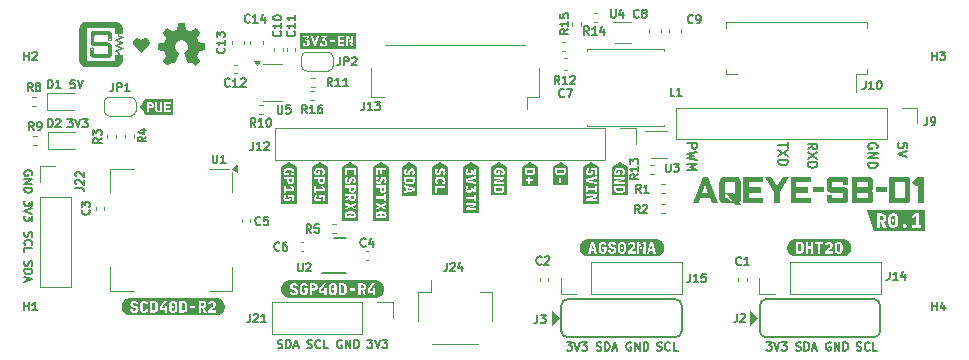
<source format=gbr>
%TF.GenerationSoftware,KiCad,Pcbnew,9.0.2*%
%TF.CreationDate,2025-06-08T01:22:44+05:30*%
%TF.ProjectId,AQEYE-SB-D1,41514559-452d-4534-922d-44312e6b6963,0.1*%
%TF.SameCoordinates,Original*%
%TF.FileFunction,Legend,Top*%
%TF.FilePolarity,Positive*%
%FSLAX46Y46*%
G04 Gerber Fmt 4.6, Leading zero omitted, Abs format (unit mm)*
G04 Created by KiCad (PCBNEW 9.0.2) date 2025-06-08 01:22:44*
%MOMM*%
%LPD*%
G01*
G04 APERTURE LIST*
%ADD10C,0.140000*%
%ADD11C,0.160000*%
%ADD12C,0.150000*%
%ADD13C,0.375000*%
%ADD14C,0.120000*%
%ADD15C,0.000000*%
%ADD16C,0.100000*%
G04 APERTURE END LIST*
D10*
X5266667Y23583447D02*
X4933333Y23583447D01*
X4933333Y23583447D02*
X4900000Y23250114D01*
X4900000Y23250114D02*
X4933333Y23283447D01*
X4933333Y23283447D02*
X5000000Y23316780D01*
X5000000Y23316780D02*
X5166667Y23316780D01*
X5166667Y23316780D02*
X5233333Y23283447D01*
X5233333Y23283447D02*
X5266667Y23250114D01*
X5266667Y23250114D02*
X5300000Y23183447D01*
X5300000Y23183447D02*
X5300000Y23016780D01*
X5300000Y23016780D02*
X5266667Y22950114D01*
X5266667Y22950114D02*
X5233333Y22916780D01*
X5233333Y22916780D02*
X5166667Y22883447D01*
X5166667Y22883447D02*
X5000000Y22883447D01*
X5000000Y22883447D02*
X4933333Y22916780D01*
X4933333Y22916780D02*
X4900000Y22950114D01*
X5500000Y23583447D02*
X5733334Y22883447D01*
X5733334Y22883447D02*
X5966667Y23583447D01*
D11*
X73200129Y17809524D02*
X73238224Y17885714D01*
X73238224Y17885714D02*
X73238224Y18000000D01*
X73238224Y18000000D02*
X73200129Y18114286D01*
X73200129Y18114286D02*
X73123939Y18190476D01*
X73123939Y18190476D02*
X73047748Y18228571D01*
X73047748Y18228571D02*
X72895367Y18266667D01*
X72895367Y18266667D02*
X72781081Y18266667D01*
X72781081Y18266667D02*
X72628700Y18228571D01*
X72628700Y18228571D02*
X72552510Y18190476D01*
X72552510Y18190476D02*
X72476320Y18114286D01*
X72476320Y18114286D02*
X72438224Y18000000D01*
X72438224Y18000000D02*
X72438224Y17923809D01*
X72438224Y17923809D02*
X72476320Y17809524D01*
X72476320Y17809524D02*
X72514415Y17771428D01*
X72514415Y17771428D02*
X72781081Y17771428D01*
X72781081Y17771428D02*
X72781081Y17923809D01*
X72438224Y17428571D02*
X73238224Y17428571D01*
X73238224Y17428571D02*
X72438224Y16971428D01*
X72438224Y16971428D02*
X73238224Y16971428D01*
X72438224Y16590476D02*
X73238224Y16590476D01*
X73238224Y16590476D02*
X73238224Y16400000D01*
X73238224Y16400000D02*
X73200129Y16285714D01*
X73200129Y16285714D02*
X73123939Y16209524D01*
X73123939Y16209524D02*
X73047748Y16171429D01*
X73047748Y16171429D02*
X72895367Y16133333D01*
X72895367Y16133333D02*
X72781081Y16133333D01*
X72781081Y16133333D02*
X72628700Y16171429D01*
X72628700Y16171429D02*
X72552510Y16209524D01*
X72552510Y16209524D02*
X72476320Y16285714D01*
X72476320Y16285714D02*
X72438224Y16400000D01*
X72438224Y16400000D02*
X72438224Y16590476D01*
D12*
G36*
X11494242Y26479917D02*
G01*
X11541689Y26539827D01*
X11576519Y26608200D01*
X11597543Y26683078D01*
X11603634Y26761657D01*
X11600858Y26801229D01*
X11594175Y26840394D01*
X11583692Y26878490D01*
X11569369Y26915525D01*
X11551616Y26950457D01*
X11530179Y26983747D01*
X11505791Y27014261D01*
X11477917Y27042645D01*
X11469146Y27050468D01*
X11409913Y27091717D01*
X11343271Y27119728D01*
X11270734Y27133714D01*
X11194646Y27132767D01*
X11118309Y27116344D01*
X11081310Y27102401D01*
X11045642Y27084737D01*
X11012061Y27063708D01*
X10980452Y27039183D01*
X10954344Y27014564D01*
X10901953Y26960465D01*
X10849502Y27014564D01*
X10790527Y27064580D01*
X10722359Y27102473D01*
X10647700Y27126461D01*
X10609074Y27132772D01*
X10570162Y27135154D01*
X10531752Y27133578D01*
X10493742Y27128026D01*
X10457376Y27118718D01*
X10422024Y27105502D01*
X10389053Y27088924D01*
X10357610Y27068568D01*
X10334760Y27050407D01*
X10281980Y26994757D01*
X10241349Y26929975D01*
X10213967Y26857701D01*
X10201047Y26780356D01*
X10203491Y26701202D01*
X10210544Y26662210D01*
X10221481Y26623994D01*
X10236039Y26587461D01*
X10254359Y26552321D01*
X10275842Y26519708D01*
X10300902Y26489018D01*
X10309420Y26479917D01*
X10837534Y25933851D01*
X10867438Y25913413D01*
X10903379Y25906570D01*
X10921977Y25908848D01*
X10939852Y25915034D01*
X10966067Y25933851D01*
X11494242Y26479917D01*
G37*
D10*
X54566666Y716780D02*
X54666666Y683447D01*
X54666666Y683447D02*
X54833333Y683447D01*
X54833333Y683447D02*
X54899999Y716780D01*
X54899999Y716780D02*
X54933333Y750114D01*
X54933333Y750114D02*
X54966666Y816780D01*
X54966666Y816780D02*
X54966666Y883447D01*
X54966666Y883447D02*
X54933333Y950114D01*
X54933333Y950114D02*
X54899999Y983447D01*
X54899999Y983447D02*
X54833333Y1016780D01*
X54833333Y1016780D02*
X54699999Y1050114D01*
X54699999Y1050114D02*
X54633333Y1083447D01*
X54633333Y1083447D02*
X54599999Y1116780D01*
X54599999Y1116780D02*
X54566666Y1183447D01*
X54566666Y1183447D02*
X54566666Y1250114D01*
X54566666Y1250114D02*
X54599999Y1316780D01*
X54599999Y1316780D02*
X54633333Y1350114D01*
X54633333Y1350114D02*
X54699999Y1383447D01*
X54699999Y1383447D02*
X54866666Y1383447D01*
X54866666Y1383447D02*
X54966666Y1350114D01*
X55666666Y750114D02*
X55633333Y716780D01*
X55633333Y716780D02*
X55533333Y683447D01*
X55533333Y683447D02*
X55466666Y683447D01*
X55466666Y683447D02*
X55366666Y716780D01*
X55366666Y716780D02*
X55300000Y783447D01*
X55300000Y783447D02*
X55266666Y850114D01*
X55266666Y850114D02*
X55233333Y983447D01*
X55233333Y983447D02*
X55233333Y1083447D01*
X55233333Y1083447D02*
X55266666Y1216780D01*
X55266666Y1216780D02*
X55300000Y1283447D01*
X55300000Y1283447D02*
X55366666Y1350114D01*
X55366666Y1350114D02*
X55466666Y1383447D01*
X55466666Y1383447D02*
X55533333Y1383447D01*
X55533333Y1383447D02*
X55633333Y1350114D01*
X55633333Y1350114D02*
X55666666Y1316780D01*
X56300000Y683447D02*
X55966666Y683447D01*
X55966666Y683447D02*
X55966666Y1383447D01*
X49450000Y716780D02*
X49550000Y683447D01*
X49550000Y683447D02*
X49716667Y683447D01*
X49716667Y683447D02*
X49783333Y716780D01*
X49783333Y716780D02*
X49816667Y750114D01*
X49816667Y750114D02*
X49850000Y816780D01*
X49850000Y816780D02*
X49850000Y883447D01*
X49850000Y883447D02*
X49816667Y950114D01*
X49816667Y950114D02*
X49783333Y983447D01*
X49783333Y983447D02*
X49716667Y1016780D01*
X49716667Y1016780D02*
X49583333Y1050114D01*
X49583333Y1050114D02*
X49516667Y1083447D01*
X49516667Y1083447D02*
X49483333Y1116780D01*
X49483333Y1116780D02*
X49450000Y1183447D01*
X49450000Y1183447D02*
X49450000Y1250114D01*
X49450000Y1250114D02*
X49483333Y1316780D01*
X49483333Y1316780D02*
X49516667Y1350114D01*
X49516667Y1350114D02*
X49583333Y1383447D01*
X49583333Y1383447D02*
X49750000Y1383447D01*
X49750000Y1383447D02*
X49850000Y1350114D01*
X50150000Y683447D02*
X50150000Y1383447D01*
X50150000Y1383447D02*
X50316667Y1383447D01*
X50316667Y1383447D02*
X50416667Y1350114D01*
X50416667Y1350114D02*
X50483334Y1283447D01*
X50483334Y1283447D02*
X50516667Y1216780D01*
X50516667Y1216780D02*
X50550000Y1083447D01*
X50550000Y1083447D02*
X50550000Y983447D01*
X50550000Y983447D02*
X50516667Y850114D01*
X50516667Y850114D02*
X50483334Y783447D01*
X50483334Y783447D02*
X50416667Y716780D01*
X50416667Y716780D02*
X50316667Y683447D01*
X50316667Y683447D02*
X50150000Y683447D01*
X50816667Y883447D02*
X51150000Y883447D01*
X50750000Y683447D02*
X50983334Y1383447D01*
X50983334Y1383447D02*
X51216667Y683447D01*
X46933333Y1383447D02*
X47366666Y1383447D01*
X47366666Y1383447D02*
X47133333Y1116780D01*
X47133333Y1116780D02*
X47233333Y1116780D01*
X47233333Y1116780D02*
X47299999Y1083447D01*
X47299999Y1083447D02*
X47333333Y1050114D01*
X47333333Y1050114D02*
X47366666Y983447D01*
X47366666Y983447D02*
X47366666Y816780D01*
X47366666Y816780D02*
X47333333Y750114D01*
X47333333Y750114D02*
X47299999Y716780D01*
X47299999Y716780D02*
X47233333Y683447D01*
X47233333Y683447D02*
X47033333Y683447D01*
X47033333Y683447D02*
X46966666Y716780D01*
X46966666Y716780D02*
X46933333Y750114D01*
X47566666Y1383447D02*
X47800000Y683447D01*
X47800000Y683447D02*
X48033333Y1383447D01*
X48200000Y1383447D02*
X48633333Y1383447D01*
X48633333Y1383447D02*
X48400000Y1116780D01*
X48400000Y1116780D02*
X48500000Y1116780D01*
X48500000Y1116780D02*
X48566666Y1083447D01*
X48566666Y1083447D02*
X48600000Y1050114D01*
X48600000Y1050114D02*
X48633333Y983447D01*
X48633333Y983447D02*
X48633333Y816780D01*
X48633333Y816780D02*
X48600000Y750114D01*
X48600000Y750114D02*
X48566666Y716780D01*
X48566666Y716780D02*
X48500000Y683447D01*
X48500000Y683447D02*
X48300000Y683447D01*
X48300000Y683447D02*
X48233333Y716780D01*
X48233333Y716780D02*
X48200000Y750114D01*
X69266667Y1350114D02*
X69200000Y1383447D01*
X69200000Y1383447D02*
X69100000Y1383447D01*
X69100000Y1383447D02*
X69000000Y1350114D01*
X69000000Y1350114D02*
X68933334Y1283447D01*
X68933334Y1283447D02*
X68900000Y1216780D01*
X68900000Y1216780D02*
X68866667Y1083447D01*
X68866667Y1083447D02*
X68866667Y983447D01*
X68866667Y983447D02*
X68900000Y850114D01*
X68900000Y850114D02*
X68933334Y783447D01*
X68933334Y783447D02*
X69000000Y716780D01*
X69000000Y716780D02*
X69100000Y683447D01*
X69100000Y683447D02*
X69166667Y683447D01*
X69166667Y683447D02*
X69266667Y716780D01*
X69266667Y716780D02*
X69300000Y750114D01*
X69300000Y750114D02*
X69300000Y983447D01*
X69300000Y983447D02*
X69166667Y983447D01*
X69600000Y683447D02*
X69600000Y1383447D01*
X69600000Y1383447D02*
X70000000Y683447D01*
X70000000Y683447D02*
X70000000Y1383447D01*
X70333333Y683447D02*
X70333333Y1383447D01*
X70333333Y1383447D02*
X70500000Y1383447D01*
X70500000Y1383447D02*
X70600000Y1350114D01*
X70600000Y1350114D02*
X70666667Y1283447D01*
X70666667Y1283447D02*
X70700000Y1216780D01*
X70700000Y1216780D02*
X70733333Y1083447D01*
X70733333Y1083447D02*
X70733333Y983447D01*
X70733333Y983447D02*
X70700000Y850114D01*
X70700000Y850114D02*
X70666667Y783447D01*
X70666667Y783447D02*
X70600000Y716780D01*
X70600000Y716780D02*
X70500000Y683447D01*
X70500000Y683447D02*
X70333333Y683447D01*
X52366667Y1350114D02*
X52300000Y1383447D01*
X52300000Y1383447D02*
X52200000Y1383447D01*
X52200000Y1383447D02*
X52100000Y1350114D01*
X52100000Y1350114D02*
X52033334Y1283447D01*
X52033334Y1283447D02*
X52000000Y1216780D01*
X52000000Y1216780D02*
X51966667Y1083447D01*
X51966667Y1083447D02*
X51966667Y983447D01*
X51966667Y983447D02*
X52000000Y850114D01*
X52000000Y850114D02*
X52033334Y783447D01*
X52033334Y783447D02*
X52100000Y716780D01*
X52100000Y716780D02*
X52200000Y683447D01*
X52200000Y683447D02*
X52266667Y683447D01*
X52266667Y683447D02*
X52366667Y716780D01*
X52366667Y716780D02*
X52400000Y750114D01*
X52400000Y750114D02*
X52400000Y983447D01*
X52400000Y983447D02*
X52266667Y983447D01*
X52700000Y683447D02*
X52700000Y1383447D01*
X52700000Y1383447D02*
X53100000Y683447D01*
X53100000Y683447D02*
X53100000Y1383447D01*
X53433333Y683447D02*
X53433333Y1383447D01*
X53433333Y1383447D02*
X53600000Y1383447D01*
X53600000Y1383447D02*
X53700000Y1350114D01*
X53700000Y1350114D02*
X53766667Y1283447D01*
X53766667Y1283447D02*
X53800000Y1216780D01*
X53800000Y1216780D02*
X53833333Y1083447D01*
X53833333Y1083447D02*
X53833333Y983447D01*
X53833333Y983447D02*
X53800000Y850114D01*
X53800000Y850114D02*
X53766667Y783447D01*
X53766667Y783447D02*
X53700000Y716780D01*
X53700000Y716780D02*
X53600000Y683447D01*
X53600000Y683447D02*
X53433333Y683447D01*
D11*
X57138224Y18223810D02*
X57938224Y18223810D01*
X57938224Y18223810D02*
X57938224Y17919048D01*
X57938224Y17919048D02*
X57900129Y17842858D01*
X57900129Y17842858D02*
X57862034Y17804763D01*
X57862034Y17804763D02*
X57785843Y17766667D01*
X57785843Y17766667D02*
X57671558Y17766667D01*
X57671558Y17766667D02*
X57595367Y17804763D01*
X57595367Y17804763D02*
X57557272Y17842858D01*
X57557272Y17842858D02*
X57519177Y17919048D01*
X57519177Y17919048D02*
X57519177Y18223810D01*
X57938224Y17500001D02*
X57138224Y17309525D01*
X57138224Y17309525D02*
X57709653Y17157144D01*
X57709653Y17157144D02*
X57138224Y17004763D01*
X57138224Y17004763D02*
X57938224Y16814286D01*
X57138224Y16509524D02*
X57938224Y16509524D01*
X57938224Y16509524D02*
X57366796Y16242858D01*
X57366796Y16242858D02*
X57938224Y15976191D01*
X57938224Y15976191D02*
X57138224Y15976191D01*
D10*
X22450000Y916780D02*
X22550000Y883447D01*
X22550000Y883447D02*
X22716667Y883447D01*
X22716667Y883447D02*
X22783333Y916780D01*
X22783333Y916780D02*
X22816667Y950114D01*
X22816667Y950114D02*
X22850000Y1016780D01*
X22850000Y1016780D02*
X22850000Y1083447D01*
X22850000Y1083447D02*
X22816667Y1150114D01*
X22816667Y1150114D02*
X22783333Y1183447D01*
X22783333Y1183447D02*
X22716667Y1216780D01*
X22716667Y1216780D02*
X22583333Y1250114D01*
X22583333Y1250114D02*
X22516667Y1283447D01*
X22516667Y1283447D02*
X22483333Y1316780D01*
X22483333Y1316780D02*
X22450000Y1383447D01*
X22450000Y1383447D02*
X22450000Y1450114D01*
X22450000Y1450114D02*
X22483333Y1516780D01*
X22483333Y1516780D02*
X22516667Y1550114D01*
X22516667Y1550114D02*
X22583333Y1583447D01*
X22583333Y1583447D02*
X22750000Y1583447D01*
X22750000Y1583447D02*
X22850000Y1550114D01*
X23150000Y883447D02*
X23150000Y1583447D01*
X23150000Y1583447D02*
X23316667Y1583447D01*
X23316667Y1583447D02*
X23416667Y1550114D01*
X23416667Y1550114D02*
X23483334Y1483447D01*
X23483334Y1483447D02*
X23516667Y1416780D01*
X23516667Y1416780D02*
X23550000Y1283447D01*
X23550000Y1283447D02*
X23550000Y1183447D01*
X23550000Y1183447D02*
X23516667Y1050114D01*
X23516667Y1050114D02*
X23483334Y983447D01*
X23483334Y983447D02*
X23416667Y916780D01*
X23416667Y916780D02*
X23316667Y883447D01*
X23316667Y883447D02*
X23150000Y883447D01*
X23816667Y1083447D02*
X24150000Y1083447D01*
X23750000Y883447D02*
X23983334Y1583447D01*
X23983334Y1583447D02*
X24216667Y883447D01*
X30033333Y1583447D02*
X30466666Y1583447D01*
X30466666Y1583447D02*
X30233333Y1316780D01*
X30233333Y1316780D02*
X30333333Y1316780D01*
X30333333Y1316780D02*
X30399999Y1283447D01*
X30399999Y1283447D02*
X30433333Y1250114D01*
X30433333Y1250114D02*
X30466666Y1183447D01*
X30466666Y1183447D02*
X30466666Y1016780D01*
X30466666Y1016780D02*
X30433333Y950114D01*
X30433333Y950114D02*
X30399999Y916780D01*
X30399999Y916780D02*
X30333333Y883447D01*
X30333333Y883447D02*
X30133333Y883447D01*
X30133333Y883447D02*
X30066666Y916780D01*
X30066666Y916780D02*
X30033333Y950114D01*
X30666666Y1583447D02*
X30900000Y883447D01*
X30900000Y883447D02*
X31133333Y1583447D01*
X31300000Y1583447D02*
X31733333Y1583447D01*
X31733333Y1583447D02*
X31500000Y1316780D01*
X31500000Y1316780D02*
X31600000Y1316780D01*
X31600000Y1316780D02*
X31666666Y1283447D01*
X31666666Y1283447D02*
X31700000Y1250114D01*
X31700000Y1250114D02*
X31733333Y1183447D01*
X31733333Y1183447D02*
X31733333Y1016780D01*
X31733333Y1016780D02*
X31700000Y950114D01*
X31700000Y950114D02*
X31666666Y916780D01*
X31666666Y916780D02*
X31600000Y883447D01*
X31600000Y883447D02*
X31400000Y883447D01*
X31400000Y883447D02*
X31333333Y916780D01*
X31333333Y916780D02*
X31300000Y950114D01*
D11*
X75738224Y17852381D02*
X75738224Y18233333D01*
X75738224Y18233333D02*
X75357272Y18271429D01*
X75357272Y18271429D02*
X75395367Y18233333D01*
X75395367Y18233333D02*
X75433462Y18157143D01*
X75433462Y18157143D02*
X75433462Y17966667D01*
X75433462Y17966667D02*
X75395367Y17890476D01*
X75395367Y17890476D02*
X75357272Y17852381D01*
X75357272Y17852381D02*
X75281081Y17814286D01*
X75281081Y17814286D02*
X75090605Y17814286D01*
X75090605Y17814286D02*
X75014415Y17852381D01*
X75014415Y17852381D02*
X74976320Y17890476D01*
X74976320Y17890476D02*
X74938224Y17966667D01*
X74938224Y17966667D02*
X74938224Y18157143D01*
X74938224Y18157143D02*
X74976320Y18233333D01*
X74976320Y18233333D02*
X75014415Y18271429D01*
X75738224Y17585714D02*
X74938224Y17319047D01*
X74938224Y17319047D02*
X75738224Y17052381D01*
D10*
X66350000Y716780D02*
X66450000Y683447D01*
X66450000Y683447D02*
X66616667Y683447D01*
X66616667Y683447D02*
X66683333Y716780D01*
X66683333Y716780D02*
X66716667Y750114D01*
X66716667Y750114D02*
X66750000Y816780D01*
X66750000Y816780D02*
X66750000Y883447D01*
X66750000Y883447D02*
X66716667Y950114D01*
X66716667Y950114D02*
X66683333Y983447D01*
X66683333Y983447D02*
X66616667Y1016780D01*
X66616667Y1016780D02*
X66483333Y1050114D01*
X66483333Y1050114D02*
X66416667Y1083447D01*
X66416667Y1083447D02*
X66383333Y1116780D01*
X66383333Y1116780D02*
X66350000Y1183447D01*
X66350000Y1183447D02*
X66350000Y1250114D01*
X66350000Y1250114D02*
X66383333Y1316780D01*
X66383333Y1316780D02*
X66416667Y1350114D01*
X66416667Y1350114D02*
X66483333Y1383447D01*
X66483333Y1383447D02*
X66650000Y1383447D01*
X66650000Y1383447D02*
X66750000Y1350114D01*
X67050000Y683447D02*
X67050000Y1383447D01*
X67050000Y1383447D02*
X67216667Y1383447D01*
X67216667Y1383447D02*
X67316667Y1350114D01*
X67316667Y1350114D02*
X67383334Y1283447D01*
X67383334Y1283447D02*
X67416667Y1216780D01*
X67416667Y1216780D02*
X67450000Y1083447D01*
X67450000Y1083447D02*
X67450000Y983447D01*
X67450000Y983447D02*
X67416667Y850114D01*
X67416667Y850114D02*
X67383334Y783447D01*
X67383334Y783447D02*
X67316667Y716780D01*
X67316667Y716780D02*
X67216667Y683447D01*
X67216667Y683447D02*
X67050000Y683447D01*
X67716667Y883447D02*
X68050000Y883447D01*
X67650000Y683447D02*
X67883334Y1383447D01*
X67883334Y1383447D02*
X68116667Y683447D01*
X63833333Y1383447D02*
X64266666Y1383447D01*
X64266666Y1383447D02*
X64033333Y1116780D01*
X64033333Y1116780D02*
X64133333Y1116780D01*
X64133333Y1116780D02*
X64199999Y1083447D01*
X64199999Y1083447D02*
X64233333Y1050114D01*
X64233333Y1050114D02*
X64266666Y983447D01*
X64266666Y983447D02*
X64266666Y816780D01*
X64266666Y816780D02*
X64233333Y750114D01*
X64233333Y750114D02*
X64199999Y716780D01*
X64199999Y716780D02*
X64133333Y683447D01*
X64133333Y683447D02*
X63933333Y683447D01*
X63933333Y683447D02*
X63866666Y716780D01*
X63866666Y716780D02*
X63833333Y750114D01*
X64466666Y1383447D02*
X64700000Y683447D01*
X64700000Y683447D02*
X64933333Y1383447D01*
X65100000Y1383447D02*
X65533333Y1383447D01*
X65533333Y1383447D02*
X65300000Y1116780D01*
X65300000Y1116780D02*
X65400000Y1116780D01*
X65400000Y1116780D02*
X65466666Y1083447D01*
X65466666Y1083447D02*
X65500000Y1050114D01*
X65500000Y1050114D02*
X65533333Y983447D01*
X65533333Y983447D02*
X65533333Y816780D01*
X65533333Y816780D02*
X65500000Y750114D01*
X65500000Y750114D02*
X65466666Y716780D01*
X65466666Y716780D02*
X65400000Y683447D01*
X65400000Y683447D02*
X65200000Y683447D01*
X65200000Y683447D02*
X65133333Y716780D01*
X65133333Y716780D02*
X65100000Y750114D01*
X1016780Y10733334D02*
X983446Y10633334D01*
X983446Y10633334D02*
X983446Y10466667D01*
X983446Y10466667D02*
X1016780Y10400001D01*
X1016780Y10400001D02*
X1050113Y10366667D01*
X1050113Y10366667D02*
X1116780Y10333334D01*
X1116780Y10333334D02*
X1183446Y10333334D01*
X1183446Y10333334D02*
X1250113Y10366667D01*
X1250113Y10366667D02*
X1283446Y10400001D01*
X1283446Y10400001D02*
X1316780Y10466667D01*
X1316780Y10466667D02*
X1350113Y10600001D01*
X1350113Y10600001D02*
X1383446Y10666667D01*
X1383446Y10666667D02*
X1416780Y10700001D01*
X1416780Y10700001D02*
X1483446Y10733334D01*
X1483446Y10733334D02*
X1550113Y10733334D01*
X1550113Y10733334D02*
X1616780Y10700001D01*
X1616780Y10700001D02*
X1650113Y10666667D01*
X1650113Y10666667D02*
X1683446Y10600001D01*
X1683446Y10600001D02*
X1683446Y10433334D01*
X1683446Y10433334D02*
X1650113Y10333334D01*
X1050113Y9633334D02*
X1016780Y9666667D01*
X1016780Y9666667D02*
X983446Y9766667D01*
X983446Y9766667D02*
X983446Y9833334D01*
X983446Y9833334D02*
X1016780Y9933334D01*
X1016780Y9933334D02*
X1083446Y10000000D01*
X1083446Y10000000D02*
X1150113Y10033334D01*
X1150113Y10033334D02*
X1283446Y10066667D01*
X1283446Y10066667D02*
X1383446Y10066667D01*
X1383446Y10066667D02*
X1516780Y10033334D01*
X1516780Y10033334D02*
X1583446Y10000000D01*
X1583446Y10000000D02*
X1650113Y9933334D01*
X1650113Y9933334D02*
X1683446Y9833334D01*
X1683446Y9833334D02*
X1683446Y9766667D01*
X1683446Y9766667D02*
X1650113Y9666667D01*
X1650113Y9666667D02*
X1616780Y9633334D01*
X983446Y9000000D02*
X983446Y9333334D01*
X983446Y9333334D02*
X1683446Y9333334D01*
X4648333Y20283447D02*
X5081666Y20283447D01*
X5081666Y20283447D02*
X4848333Y20016780D01*
X4848333Y20016780D02*
X4948333Y20016780D01*
X4948333Y20016780D02*
X5014999Y19983447D01*
X5014999Y19983447D02*
X5048333Y19950114D01*
X5048333Y19950114D02*
X5081666Y19883447D01*
X5081666Y19883447D02*
X5081666Y19716780D01*
X5081666Y19716780D02*
X5048333Y19650114D01*
X5048333Y19650114D02*
X5014999Y19616780D01*
X5014999Y19616780D02*
X4948333Y19583447D01*
X4948333Y19583447D02*
X4748333Y19583447D01*
X4748333Y19583447D02*
X4681666Y19616780D01*
X4681666Y19616780D02*
X4648333Y19650114D01*
X5281666Y20283447D02*
X5515000Y19583447D01*
X5515000Y19583447D02*
X5748333Y20283447D01*
X5915000Y20283447D02*
X6348333Y20283447D01*
X6348333Y20283447D02*
X6115000Y20016780D01*
X6115000Y20016780D02*
X6215000Y20016780D01*
X6215000Y20016780D02*
X6281666Y19983447D01*
X6281666Y19983447D02*
X6315000Y19950114D01*
X6315000Y19950114D02*
X6348333Y19883447D01*
X6348333Y19883447D02*
X6348333Y19716780D01*
X6348333Y19716780D02*
X6315000Y19650114D01*
X6315000Y19650114D02*
X6281666Y19616780D01*
X6281666Y19616780D02*
X6215000Y19583447D01*
X6215000Y19583447D02*
X6015000Y19583447D01*
X6015000Y19583447D02*
X5948333Y19616780D01*
X5948333Y19616780D02*
X5915000Y19650114D01*
X1683446Y13366668D02*
X1683446Y12933335D01*
X1683446Y12933335D02*
X1416780Y13166668D01*
X1416780Y13166668D02*
X1416780Y13066668D01*
X1416780Y13066668D02*
X1383446Y13000002D01*
X1383446Y13000002D02*
X1350113Y12966668D01*
X1350113Y12966668D02*
X1283446Y12933335D01*
X1283446Y12933335D02*
X1116780Y12933335D01*
X1116780Y12933335D02*
X1050113Y12966668D01*
X1050113Y12966668D02*
X1016780Y13000002D01*
X1016780Y13000002D02*
X983446Y13066668D01*
X983446Y13066668D02*
X983446Y13266668D01*
X983446Y13266668D02*
X1016780Y13333335D01*
X1016780Y13333335D02*
X1050113Y13366668D01*
X1683446Y12733335D02*
X983446Y12500001D01*
X983446Y12500001D02*
X1683446Y12266668D01*
X1683446Y12100001D02*
X1683446Y11666668D01*
X1683446Y11666668D02*
X1416780Y11900001D01*
X1416780Y11900001D02*
X1416780Y11800001D01*
X1416780Y11800001D02*
X1383446Y11733335D01*
X1383446Y11733335D02*
X1350113Y11700001D01*
X1350113Y11700001D02*
X1283446Y11666668D01*
X1283446Y11666668D02*
X1116780Y11666668D01*
X1116780Y11666668D02*
X1050113Y11700001D01*
X1050113Y11700001D02*
X1016780Y11733335D01*
X1016780Y11733335D02*
X983446Y11800001D01*
X983446Y11800001D02*
X983446Y12000001D01*
X983446Y12000001D02*
X1016780Y12066668D01*
X1016780Y12066668D02*
X1050113Y12100001D01*
X1016780Y8250000D02*
X983446Y8150000D01*
X983446Y8150000D02*
X983446Y7983333D01*
X983446Y7983333D02*
X1016780Y7916667D01*
X1016780Y7916667D02*
X1050113Y7883333D01*
X1050113Y7883333D02*
X1116780Y7850000D01*
X1116780Y7850000D02*
X1183446Y7850000D01*
X1183446Y7850000D02*
X1250113Y7883333D01*
X1250113Y7883333D02*
X1283446Y7916667D01*
X1283446Y7916667D02*
X1316780Y7983333D01*
X1316780Y7983333D02*
X1350113Y8116667D01*
X1350113Y8116667D02*
X1383446Y8183333D01*
X1383446Y8183333D02*
X1416780Y8216667D01*
X1416780Y8216667D02*
X1483446Y8250000D01*
X1483446Y8250000D02*
X1550113Y8250000D01*
X1550113Y8250000D02*
X1616780Y8216667D01*
X1616780Y8216667D02*
X1650113Y8183333D01*
X1650113Y8183333D02*
X1683446Y8116667D01*
X1683446Y8116667D02*
X1683446Y7950000D01*
X1683446Y7950000D02*
X1650113Y7850000D01*
X983446Y7550000D02*
X1683446Y7550000D01*
X1683446Y7550000D02*
X1683446Y7383333D01*
X1683446Y7383333D02*
X1650113Y7283333D01*
X1650113Y7283333D02*
X1583446Y7216666D01*
X1583446Y7216666D02*
X1516780Y7183333D01*
X1516780Y7183333D02*
X1383446Y7150000D01*
X1383446Y7150000D02*
X1283446Y7150000D01*
X1283446Y7150000D02*
X1150113Y7183333D01*
X1150113Y7183333D02*
X1083446Y7216666D01*
X1083446Y7216666D02*
X1016780Y7283333D01*
X1016780Y7283333D02*
X983446Y7383333D01*
X983446Y7383333D02*
X983446Y7550000D01*
X1183446Y6883333D02*
X1183446Y6550000D01*
X983446Y6950000D02*
X1683446Y6716666D01*
X1683446Y6716666D02*
X983446Y6483333D01*
D11*
X65638224Y18309524D02*
X65638224Y17852381D01*
X64838224Y18080953D02*
X65638224Y18080953D01*
X65638224Y17661905D02*
X64838224Y17128571D01*
X65638224Y17128571D02*
X64838224Y17661905D01*
X64838224Y16823809D02*
X65638224Y16823809D01*
X65638224Y16823809D02*
X65638224Y16633333D01*
X65638224Y16633333D02*
X65600129Y16519047D01*
X65600129Y16519047D02*
X65523939Y16442857D01*
X65523939Y16442857D02*
X65447748Y16404762D01*
X65447748Y16404762D02*
X65295367Y16366666D01*
X65295367Y16366666D02*
X65181081Y16366666D01*
X65181081Y16366666D02*
X65028700Y16404762D01*
X65028700Y16404762D02*
X64952510Y16442857D01*
X64952510Y16442857D02*
X64876320Y16519047D01*
X64876320Y16519047D02*
X64838224Y16633333D01*
X64838224Y16633333D02*
X64838224Y16823809D01*
D10*
X71466666Y716780D02*
X71566666Y683447D01*
X71566666Y683447D02*
X71733333Y683447D01*
X71733333Y683447D02*
X71799999Y716780D01*
X71799999Y716780D02*
X71833333Y750114D01*
X71833333Y750114D02*
X71866666Y816780D01*
X71866666Y816780D02*
X71866666Y883447D01*
X71866666Y883447D02*
X71833333Y950114D01*
X71833333Y950114D02*
X71799999Y983447D01*
X71799999Y983447D02*
X71733333Y1016780D01*
X71733333Y1016780D02*
X71599999Y1050114D01*
X71599999Y1050114D02*
X71533333Y1083447D01*
X71533333Y1083447D02*
X71499999Y1116780D01*
X71499999Y1116780D02*
X71466666Y1183447D01*
X71466666Y1183447D02*
X71466666Y1250114D01*
X71466666Y1250114D02*
X71499999Y1316780D01*
X71499999Y1316780D02*
X71533333Y1350114D01*
X71533333Y1350114D02*
X71599999Y1383447D01*
X71599999Y1383447D02*
X71766666Y1383447D01*
X71766666Y1383447D02*
X71866666Y1350114D01*
X72566666Y750114D02*
X72533333Y716780D01*
X72533333Y716780D02*
X72433333Y683447D01*
X72433333Y683447D02*
X72366666Y683447D01*
X72366666Y683447D02*
X72266666Y716780D01*
X72266666Y716780D02*
X72200000Y783447D01*
X72200000Y783447D02*
X72166666Y850114D01*
X72166666Y850114D02*
X72133333Y983447D01*
X72133333Y983447D02*
X72133333Y1083447D01*
X72133333Y1083447D02*
X72166666Y1216780D01*
X72166666Y1216780D02*
X72200000Y1283447D01*
X72200000Y1283447D02*
X72266666Y1350114D01*
X72266666Y1350114D02*
X72366666Y1383447D01*
X72366666Y1383447D02*
X72433333Y1383447D01*
X72433333Y1383447D02*
X72533333Y1350114D01*
X72533333Y1350114D02*
X72566666Y1316780D01*
X73200000Y683447D02*
X72866666Y683447D01*
X72866666Y683447D02*
X72866666Y1383447D01*
X24966666Y916780D02*
X25066666Y883447D01*
X25066666Y883447D02*
X25233333Y883447D01*
X25233333Y883447D02*
X25299999Y916780D01*
X25299999Y916780D02*
X25333333Y950114D01*
X25333333Y950114D02*
X25366666Y1016780D01*
X25366666Y1016780D02*
X25366666Y1083447D01*
X25366666Y1083447D02*
X25333333Y1150114D01*
X25333333Y1150114D02*
X25299999Y1183447D01*
X25299999Y1183447D02*
X25233333Y1216780D01*
X25233333Y1216780D02*
X25099999Y1250114D01*
X25099999Y1250114D02*
X25033333Y1283447D01*
X25033333Y1283447D02*
X24999999Y1316780D01*
X24999999Y1316780D02*
X24966666Y1383447D01*
X24966666Y1383447D02*
X24966666Y1450114D01*
X24966666Y1450114D02*
X24999999Y1516780D01*
X24999999Y1516780D02*
X25033333Y1550114D01*
X25033333Y1550114D02*
X25099999Y1583447D01*
X25099999Y1583447D02*
X25266666Y1583447D01*
X25266666Y1583447D02*
X25366666Y1550114D01*
X26066666Y950114D02*
X26033333Y916780D01*
X26033333Y916780D02*
X25933333Y883447D01*
X25933333Y883447D02*
X25866666Y883447D01*
X25866666Y883447D02*
X25766666Y916780D01*
X25766666Y916780D02*
X25700000Y983447D01*
X25700000Y983447D02*
X25666666Y1050114D01*
X25666666Y1050114D02*
X25633333Y1183447D01*
X25633333Y1183447D02*
X25633333Y1283447D01*
X25633333Y1283447D02*
X25666666Y1416780D01*
X25666666Y1416780D02*
X25700000Y1483447D01*
X25700000Y1483447D02*
X25766666Y1550114D01*
X25766666Y1550114D02*
X25866666Y1583447D01*
X25866666Y1583447D02*
X25933333Y1583447D01*
X25933333Y1583447D02*
X26033333Y1550114D01*
X26033333Y1550114D02*
X26066666Y1516780D01*
X26700000Y883447D02*
X26366666Y883447D01*
X26366666Y883447D02*
X26366666Y1583447D01*
D11*
X67338224Y17733333D02*
X67719177Y18000000D01*
X67338224Y18190476D02*
X68138224Y18190476D01*
X68138224Y18190476D02*
X68138224Y17885714D01*
X68138224Y17885714D02*
X68100129Y17809524D01*
X68100129Y17809524D02*
X68062034Y17771429D01*
X68062034Y17771429D02*
X67985843Y17733333D01*
X67985843Y17733333D02*
X67871558Y17733333D01*
X67871558Y17733333D02*
X67795367Y17771429D01*
X67795367Y17771429D02*
X67757272Y17809524D01*
X67757272Y17809524D02*
X67719177Y17885714D01*
X67719177Y17885714D02*
X67719177Y18190476D01*
X68138224Y17466667D02*
X67338224Y16933333D01*
X68138224Y16933333D02*
X67338224Y17466667D01*
X67338224Y16628571D02*
X68138224Y16628571D01*
X68138224Y16628571D02*
X68138224Y16438095D01*
X68138224Y16438095D02*
X68100129Y16323809D01*
X68100129Y16323809D02*
X68023939Y16247619D01*
X68023939Y16247619D02*
X67947748Y16209524D01*
X67947748Y16209524D02*
X67795367Y16171428D01*
X67795367Y16171428D02*
X67681081Y16171428D01*
X67681081Y16171428D02*
X67528700Y16209524D01*
X67528700Y16209524D02*
X67452510Y16247619D01*
X67452510Y16247619D02*
X67376320Y16323809D01*
X67376320Y16323809D02*
X67338224Y16438095D01*
X67338224Y16438095D02*
X67338224Y16628571D01*
D13*
G36*
X59720340Y13145500D02*
G01*
X59240879Y13145500D01*
X59076705Y13603895D01*
X58243336Y13603895D01*
X58079302Y13145500D01*
X57599842Y13145500D01*
X57929982Y14053302D01*
X58407510Y14053302D01*
X58912671Y14053302D01*
X58661706Y14745108D01*
X58407510Y14053302D01*
X57929982Y14053302D01*
X58420290Y15401523D01*
X58899751Y15401523D01*
X59720340Y13145500D01*
G37*
G36*
X61204506Y14013558D02*
G01*
X61204506Y14952116D01*
X60303585Y14952116D01*
X60303585Y13597154D01*
X60567471Y13597154D01*
X60892449Y13145500D01*
X60803972Y13145500D01*
X60651033Y13145500D01*
X60467619Y13145500D01*
X60284205Y13150275D01*
X60129721Y13163196D01*
X60039699Y13184121D01*
X59981460Y13222441D01*
X59936287Y13271883D01*
X59902911Y13333970D01*
X59870227Y13438486D01*
X59851510Y13553197D01*
X59846595Y13785203D01*
X59853055Y13970583D01*
X59853055Y14827827D01*
X59859515Y15066293D01*
X59875491Y15167235D01*
X59907686Y15246758D01*
X59959829Y15311606D01*
X60036329Y15361217D01*
X60133305Y15390009D01*
X60284205Y15401523D01*
X61140184Y15401523D01*
X61282227Y15396651D01*
X61387920Y15383827D01*
X61480089Y15356155D01*
X61547178Y15312905D01*
X61596771Y15251260D01*
X61630880Y15164742D01*
X61648250Y15062318D01*
X61655036Y14915180D01*
X61655036Y14058218D01*
X61655036Y13629877D01*
X61656581Y13521879D01*
X61648576Y13418796D01*
X61614730Y13322174D01*
X61585547Y13277823D01*
X61542403Y13233556D01*
X61709667Y13001690D01*
X61153105Y13001690D01*
X60425908Y14013137D01*
X60979241Y14013137D01*
X61204506Y13700658D01*
X61204506Y14013558D01*
G37*
G36*
X63564172Y13594907D02*
G01*
X63564172Y13145500D01*
X61874824Y13145500D01*
X61874824Y15392535D01*
X63564172Y15392535D01*
X63564172Y14943128D01*
X62325354Y14943128D01*
X62325354Y14493721D01*
X63338907Y14493721D01*
X63338907Y14044314D01*
X62325354Y14044314D01*
X62325354Y13594907D01*
X63564172Y13594907D01*
G37*
G36*
X65753065Y15401523D02*
G01*
X64951857Y14128438D01*
X64951857Y13145500D01*
X64501326Y13145500D01*
X64501326Y14128438D01*
X63696888Y15401523D01*
X64231120Y15401523D01*
X64726591Y14618291D01*
X65218973Y15401523D01*
X65753065Y15401523D01*
G37*
G36*
X67590858Y13594907D02*
G01*
X67590858Y13145500D01*
X65901509Y13145500D01*
X65901509Y15392535D01*
X67590858Y15392535D01*
X67590858Y14943128D01*
X66352040Y14943128D01*
X66352040Y14493721D01*
X67365593Y14493721D01*
X67365593Y14044314D01*
X66352040Y14044314D01*
X66352040Y13594907D01*
X67590858Y13594907D01*
G37*
G36*
X68730806Y14565626D02*
G01*
X68730806Y14116219D01*
X67791265Y14116219D01*
X67791265Y14565626D01*
X68730806Y14565626D01*
G37*
G36*
X70766479Y14163407D02*
G01*
X70766479Y13484803D01*
X70759542Y13415692D01*
X70739093Y13352228D01*
X70707141Y13294260D01*
X70666626Y13243949D01*
X70617770Y13202521D01*
X70560454Y13171341D01*
X70497462Y13152063D01*
X70428581Y13145500D01*
X69302396Y13145500D01*
X69233489Y13152026D01*
X69170382Y13171201D01*
X69112864Y13202127D01*
X69062665Y13243387D01*
X69021253Y13293568D01*
X68990198Y13350964D01*
X68971026Y13413810D01*
X68964498Y13482556D01*
X68964498Y13819611D01*
X69415028Y13819611D01*
X69415028Y13594907D01*
X70316089Y13594907D01*
X70316089Y14053302D01*
X69302396Y14053302D01*
X69233489Y14059828D01*
X69170382Y14079003D01*
X69112864Y14109928D01*
X69062665Y14151189D01*
X69021253Y14201370D01*
X68990198Y14258766D01*
X68971026Y14321612D01*
X68964498Y14390357D01*
X68964498Y15064468D01*
X68971026Y15133213D01*
X68990198Y15196060D01*
X69021332Y15253150D01*
X69062665Y15301951D01*
X69112697Y15342327D01*
X69170382Y15374137D01*
X69233569Y15394586D01*
X69302396Y15401523D01*
X70428581Y15401523D01*
X70497388Y15394583D01*
X70560454Y15374137D01*
X70617954Y15342235D01*
X70666626Y15301951D01*
X70707070Y15253319D01*
X70739093Y15196060D01*
X70759539Y15133132D01*
X70766479Y15064468D01*
X70766479Y14727413D01*
X70316089Y14727413D01*
X70316089Y14952116D01*
X69415028Y14952116D01*
X69415028Y14502709D01*
X70428581Y14502709D01*
X70497381Y14495735D01*
X70560454Y14475183D01*
X70617965Y14443121D01*
X70666767Y14402576D01*
X70707160Y14353619D01*
X70739093Y14295842D01*
X70759539Y14232497D01*
X70766479Y14163407D01*
G37*
G36*
X72559331Y15387619D02*
G01*
X72628148Y15373216D01*
X72697664Y15337904D01*
X72763495Y15285537D01*
X72805381Y15232012D01*
X72832550Y15169883D01*
X72848918Y15090730D01*
X72858936Y14940227D01*
X72856923Y14792155D01*
X72848918Y14493721D01*
X72839828Y14402504D01*
X72815072Y14333199D01*
X72771289Y14273882D01*
X72697664Y14214387D01*
X72771289Y14154891D01*
X72815072Y14095575D01*
X72839752Y14025904D01*
X72848918Y13931962D01*
X72848918Y13482556D01*
X72841978Y13413891D01*
X72821532Y13350964D01*
X72789701Y13293406D01*
X72749206Y13243387D01*
X72700249Y13202208D01*
X72642893Y13171201D01*
X72579907Y13152029D01*
X72511020Y13145500D01*
X71497467Y13145500D01*
X71384835Y13145500D01*
X71046937Y13145500D01*
X71046937Y13482556D01*
X71046937Y13707259D01*
X71046937Y13931962D01*
X71497467Y13931962D01*
X71497467Y13707259D01*
X71497467Y13594907D01*
X72398387Y13594907D01*
X72398387Y13707259D01*
X72398387Y13931962D01*
X72398387Y14044314D01*
X71497467Y14044314D01*
X71497467Y13931962D01*
X71046937Y13931962D01*
X71046937Y14044314D01*
X71046937Y14269018D01*
X71046937Y14493721D01*
X71497467Y14493721D01*
X71896456Y14493721D01*
X72398387Y14493721D01*
X72398387Y14943128D01*
X71497467Y14943128D01*
X71497467Y14493721D01*
X71046937Y14493721D01*
X71046937Y15392535D01*
X71497467Y15392535D01*
X72398387Y15392535D01*
X72411308Y15392535D01*
X72559331Y15387619D01*
G37*
G36*
X74006843Y14565626D02*
G01*
X74006843Y14116219D01*
X73067301Y14116219D01*
X73067301Y14565626D01*
X74006843Y14565626D01*
G37*
G36*
X75466572Y15400540D02*
G01*
X75651531Y15397871D01*
X75762619Y15392535D01*
X75859892Y15353516D01*
X75921877Y15310237D01*
X75967248Y15256086D01*
X75995889Y15195638D01*
X76011437Y15129303D01*
X76016815Y15055339D01*
X76020045Y14899030D01*
X76024820Y14587675D01*
X76023275Y14276461D01*
X76023275Y13663442D01*
X76020045Y13503762D01*
X76011461Y13429822D01*
X75992659Y13361918D01*
X75960903Y13300293D01*
X75912328Y13245774D01*
X75848064Y13202158D01*
X75752929Y13163477D01*
X75643526Y13152663D01*
X75461797Y13147326D01*
X75278383Y13145500D01*
X75170525Y13145500D01*
X74671824Y13145500D01*
X74559192Y13145500D01*
X74221294Y13145500D01*
X74221294Y13483960D01*
X74221294Y13594907D01*
X74671824Y13594907D01*
X75572745Y13594907D01*
X75572745Y14952116D01*
X74671824Y14952116D01*
X74671824Y13594907D01*
X74221294Y13594907D01*
X74221294Y15063063D01*
X74221294Y15401523D01*
X74559192Y15401523D01*
X74864788Y15401523D01*
X75170525Y15401523D01*
X75279928Y15401523D01*
X75466572Y15400540D01*
G37*
G36*
X77133029Y15401523D02*
G01*
X77133029Y13145500D01*
X76682499Y13145500D01*
X76682499Y14434596D01*
X76682499Y14769825D01*
X76512005Y14599191D01*
X76190258Y14914899D01*
X76682499Y15401523D01*
X77133029Y15401523D01*
G37*
D10*
X1650113Y15533334D02*
X1683446Y15600001D01*
X1683446Y15600001D02*
X1683446Y15700001D01*
X1683446Y15700001D02*
X1650113Y15800001D01*
X1650113Y15800001D02*
X1583446Y15866667D01*
X1583446Y15866667D02*
X1516780Y15900001D01*
X1516780Y15900001D02*
X1383446Y15933334D01*
X1383446Y15933334D02*
X1283446Y15933334D01*
X1283446Y15933334D02*
X1150113Y15900001D01*
X1150113Y15900001D02*
X1083446Y15866667D01*
X1083446Y15866667D02*
X1016780Y15800001D01*
X1016780Y15800001D02*
X983446Y15700001D01*
X983446Y15700001D02*
X983446Y15633334D01*
X983446Y15633334D02*
X1016780Y15533334D01*
X1016780Y15533334D02*
X1050113Y15500001D01*
X1050113Y15500001D02*
X1283446Y15500001D01*
X1283446Y15500001D02*
X1283446Y15633334D01*
X983446Y15200001D02*
X1683446Y15200001D01*
X1683446Y15200001D02*
X983446Y14800001D01*
X983446Y14800001D02*
X1683446Y14800001D01*
X983446Y14466668D02*
X1683446Y14466668D01*
X1683446Y14466668D02*
X1683446Y14300001D01*
X1683446Y14300001D02*
X1650113Y14200001D01*
X1650113Y14200001D02*
X1583446Y14133334D01*
X1583446Y14133334D02*
X1516780Y14100001D01*
X1516780Y14100001D02*
X1383446Y14066668D01*
X1383446Y14066668D02*
X1283446Y14066668D01*
X1283446Y14066668D02*
X1150113Y14100001D01*
X1150113Y14100001D02*
X1083446Y14133334D01*
X1083446Y14133334D02*
X1016780Y14200001D01*
X1016780Y14200001D02*
X983446Y14300001D01*
X983446Y14300001D02*
X983446Y14466668D01*
X27866667Y1550114D02*
X27800000Y1583447D01*
X27800000Y1583447D02*
X27700000Y1583447D01*
X27700000Y1583447D02*
X27600000Y1550114D01*
X27600000Y1550114D02*
X27533334Y1483447D01*
X27533334Y1483447D02*
X27500000Y1416780D01*
X27500000Y1416780D02*
X27466667Y1283447D01*
X27466667Y1283447D02*
X27466667Y1183447D01*
X27466667Y1183447D02*
X27500000Y1050114D01*
X27500000Y1050114D02*
X27533334Y983447D01*
X27533334Y983447D02*
X27600000Y916780D01*
X27600000Y916780D02*
X27700000Y883447D01*
X27700000Y883447D02*
X27766667Y883447D01*
X27766667Y883447D02*
X27866667Y916780D01*
X27866667Y916780D02*
X27900000Y950114D01*
X27900000Y950114D02*
X27900000Y1183447D01*
X27900000Y1183447D02*
X27766667Y1183447D01*
X28200000Y883447D02*
X28200000Y1583447D01*
X28200000Y1583447D02*
X28600000Y883447D01*
X28600000Y883447D02*
X28600000Y1583447D01*
X28933333Y883447D02*
X28933333Y1583447D01*
X28933333Y1583447D02*
X29100000Y1583447D01*
X29100000Y1583447D02*
X29200000Y1550114D01*
X29200000Y1550114D02*
X29266667Y1483447D01*
X29266667Y1483447D02*
X29300000Y1416780D01*
X29300000Y1416780D02*
X29333333Y1283447D01*
X29333333Y1283447D02*
X29333333Y1183447D01*
X29333333Y1183447D02*
X29300000Y1050114D01*
X29300000Y1050114D02*
X29266667Y983447D01*
X29266667Y983447D02*
X29200000Y916780D01*
X29200000Y916780D02*
X29100000Y883447D01*
X29100000Y883447D02*
X28933333Y883447D01*
D12*
X24904999Y20763967D02*
X24671666Y21097300D01*
X24504999Y20763967D02*
X24504999Y21463967D01*
X24504999Y21463967D02*
X24771666Y21463967D01*
X24771666Y21463967D02*
X24838333Y21430634D01*
X24838333Y21430634D02*
X24871666Y21397300D01*
X24871666Y21397300D02*
X24904999Y21330634D01*
X24904999Y21330634D02*
X24904999Y21230634D01*
X24904999Y21230634D02*
X24871666Y21163967D01*
X24871666Y21163967D02*
X24838333Y21130634D01*
X24838333Y21130634D02*
X24771666Y21097300D01*
X24771666Y21097300D02*
X24504999Y21097300D01*
X25571666Y20763967D02*
X25171666Y20763967D01*
X25371666Y20763967D02*
X25371666Y21463967D01*
X25371666Y21463967D02*
X25304999Y21363967D01*
X25304999Y21363967D02*
X25238333Y21297300D01*
X25238333Y21297300D02*
X25171666Y21263967D01*
X26171666Y21463967D02*
X26038333Y21463967D01*
X26038333Y21463967D02*
X25971666Y21430634D01*
X25971666Y21430634D02*
X25938333Y21397300D01*
X25938333Y21397300D02*
X25871666Y21297300D01*
X25871666Y21297300D02*
X25838333Y21163967D01*
X25838333Y21163967D02*
X25838333Y20897300D01*
X25838333Y20897300D02*
X25871666Y20830634D01*
X25871666Y20830634D02*
X25905000Y20797300D01*
X25905000Y20797300D02*
X25971666Y20763967D01*
X25971666Y20763967D02*
X26105000Y20763967D01*
X26105000Y20763967D02*
X26171666Y20797300D01*
X26171666Y20797300D02*
X26205000Y20830634D01*
X26205000Y20830634D02*
X26238333Y20897300D01*
X26238333Y20897300D02*
X26238333Y21063967D01*
X26238333Y21063967D02*
X26205000Y21130634D01*
X26205000Y21130634D02*
X26171666Y21163967D01*
X26171666Y21163967D02*
X26105000Y21197300D01*
X26105000Y21197300D02*
X25971666Y21197300D01*
X25971666Y21197300D02*
X25905000Y21163967D01*
X25905000Y21163967D02*
X25871666Y21130634D01*
X25871666Y21130634D02*
X25838333Y21063967D01*
X2998333Y22888967D02*
X2998333Y23588967D01*
X2998333Y23588967D02*
X3165000Y23588967D01*
X3165000Y23588967D02*
X3265000Y23555634D01*
X3265000Y23555634D02*
X3331667Y23488967D01*
X3331667Y23488967D02*
X3365000Y23422300D01*
X3365000Y23422300D02*
X3398333Y23288967D01*
X3398333Y23288967D02*
X3398333Y23188967D01*
X3398333Y23188967D02*
X3365000Y23055634D01*
X3365000Y23055634D02*
X3331667Y22988967D01*
X3331667Y22988967D02*
X3265000Y22922300D01*
X3265000Y22922300D02*
X3165000Y22888967D01*
X3165000Y22888967D02*
X2998333Y22888967D01*
X4065000Y22888967D02*
X3665000Y22888967D01*
X3865000Y22888967D02*
X3865000Y23588967D01*
X3865000Y23588967D02*
X3798333Y23488967D01*
X3798333Y23488967D02*
X3731667Y23422300D01*
X3731667Y23422300D02*
X3665000Y23388967D01*
X7531033Y18688334D02*
X7197700Y18455001D01*
X7531033Y18288334D02*
X6831033Y18288334D01*
X6831033Y18288334D02*
X6831033Y18555001D01*
X6831033Y18555001D02*
X6864366Y18621667D01*
X6864366Y18621667D02*
X6897700Y18655001D01*
X6897700Y18655001D02*
X6964366Y18688334D01*
X6964366Y18688334D02*
X7064366Y18688334D01*
X7064366Y18688334D02*
X7131033Y18655001D01*
X7131033Y18655001D02*
X7164366Y18621667D01*
X7164366Y18621667D02*
X7197700Y18555001D01*
X7197700Y18555001D02*
X7197700Y18288334D01*
X6831033Y18921667D02*
X6831033Y19355001D01*
X6831033Y19355001D02*
X7097700Y19121667D01*
X7097700Y19121667D02*
X7097700Y19221667D01*
X7097700Y19221667D02*
X7131033Y19288334D01*
X7131033Y19288334D02*
X7164366Y19321667D01*
X7164366Y19321667D02*
X7231033Y19355001D01*
X7231033Y19355001D02*
X7397700Y19355001D01*
X7397700Y19355001D02*
X7464366Y19321667D01*
X7464366Y19321667D02*
X7497700Y19288334D01*
X7497700Y19288334D02*
X7531033Y19221667D01*
X7531033Y19221667D02*
X7531033Y19021667D01*
X7531033Y19021667D02*
X7497700Y18955001D01*
X7497700Y18955001D02*
X7464366Y18921667D01*
X48804999Y27428967D02*
X48571666Y27762300D01*
X48404999Y27428967D02*
X48404999Y28128967D01*
X48404999Y28128967D02*
X48671666Y28128967D01*
X48671666Y28128967D02*
X48738333Y28095634D01*
X48738333Y28095634D02*
X48771666Y28062300D01*
X48771666Y28062300D02*
X48804999Y27995634D01*
X48804999Y27995634D02*
X48804999Y27895634D01*
X48804999Y27895634D02*
X48771666Y27828967D01*
X48771666Y27828967D02*
X48738333Y27795634D01*
X48738333Y27795634D02*
X48671666Y27762300D01*
X48671666Y27762300D02*
X48404999Y27762300D01*
X49471666Y27428967D02*
X49071666Y27428967D01*
X49271666Y27428967D02*
X49271666Y28128967D01*
X49271666Y28128967D02*
X49204999Y28028967D01*
X49204999Y28028967D02*
X49138333Y27962300D01*
X49138333Y27962300D02*
X49071666Y27928967D01*
X50071666Y27895634D02*
X50071666Y27428967D01*
X49905000Y28162300D02*
X49738333Y27662300D01*
X49738333Y27662300D02*
X50171666Y27662300D01*
X77866666Y4083967D02*
X77866666Y4783967D01*
X77866666Y4450634D02*
X78266666Y4450634D01*
X78266666Y4083967D02*
X78266666Y4783967D01*
X78899999Y4550634D02*
X78899999Y4083967D01*
X78733333Y4817300D02*
X78566666Y4317300D01*
X78566666Y4317300D02*
X78999999Y4317300D01*
X77866666Y25283967D02*
X77866666Y25983967D01*
X77866666Y25650634D02*
X78266666Y25650634D01*
X78266666Y25283967D02*
X78266666Y25983967D01*
X78533333Y25983967D02*
X78966666Y25983967D01*
X78966666Y25983967D02*
X78733333Y25717300D01*
X78733333Y25717300D02*
X78833333Y25717300D01*
X78833333Y25717300D02*
X78899999Y25683967D01*
X78899999Y25683967D02*
X78933333Y25650634D01*
X78933333Y25650634D02*
X78966666Y25583967D01*
X78966666Y25583967D02*
X78966666Y25417300D01*
X78966666Y25417300D02*
X78933333Y25350634D01*
X78933333Y25350634D02*
X78899999Y25317300D01*
X78899999Y25317300D02*
X78833333Y25283967D01*
X78833333Y25283967D02*
X78633333Y25283967D01*
X78633333Y25283967D02*
X78566666Y25317300D01*
X78566666Y25317300D02*
X78533333Y25350634D01*
X29888333Y9555634D02*
X29855000Y9522300D01*
X29855000Y9522300D02*
X29755000Y9488967D01*
X29755000Y9488967D02*
X29688333Y9488967D01*
X29688333Y9488967D02*
X29588333Y9522300D01*
X29588333Y9522300D02*
X29521667Y9588967D01*
X29521667Y9588967D02*
X29488333Y9655634D01*
X29488333Y9655634D02*
X29455000Y9788967D01*
X29455000Y9788967D02*
X29455000Y9888967D01*
X29455000Y9888967D02*
X29488333Y10022300D01*
X29488333Y10022300D02*
X29521667Y10088967D01*
X29521667Y10088967D02*
X29588333Y10155634D01*
X29588333Y10155634D02*
X29688333Y10188967D01*
X29688333Y10188967D02*
X29755000Y10188967D01*
X29755000Y10188967D02*
X29855000Y10155634D01*
X29855000Y10155634D02*
X29888333Y10122300D01*
X30488333Y9955634D02*
X30488333Y9488967D01*
X30321667Y10222300D02*
X30155000Y9722300D01*
X30155000Y9722300D02*
X30588333Y9722300D01*
X27064999Y23068967D02*
X26831666Y23402300D01*
X26664999Y23068967D02*
X26664999Y23768967D01*
X26664999Y23768967D02*
X26931666Y23768967D01*
X26931666Y23768967D02*
X26998333Y23735634D01*
X26998333Y23735634D02*
X27031666Y23702300D01*
X27031666Y23702300D02*
X27064999Y23635634D01*
X27064999Y23635634D02*
X27064999Y23535634D01*
X27064999Y23535634D02*
X27031666Y23468967D01*
X27031666Y23468967D02*
X26998333Y23435634D01*
X26998333Y23435634D02*
X26931666Y23402300D01*
X26931666Y23402300D02*
X26664999Y23402300D01*
X27731666Y23068967D02*
X27331666Y23068967D01*
X27531666Y23068967D02*
X27531666Y23768967D01*
X27531666Y23768967D02*
X27464999Y23668967D01*
X27464999Y23668967D02*
X27398333Y23602300D01*
X27398333Y23602300D02*
X27331666Y23568967D01*
X28398333Y23068967D02*
X27998333Y23068967D01*
X28198333Y23068967D02*
X28198333Y23768967D01*
X28198333Y23768967D02*
X28131666Y23668967D01*
X28131666Y23668967D02*
X28065000Y23602300D01*
X28065000Y23602300D02*
X27998333Y23568967D01*
X11321033Y18788334D02*
X10987700Y18555001D01*
X11321033Y18388334D02*
X10621033Y18388334D01*
X10621033Y18388334D02*
X10621033Y18655001D01*
X10621033Y18655001D02*
X10654366Y18721667D01*
X10654366Y18721667D02*
X10687700Y18755001D01*
X10687700Y18755001D02*
X10754366Y18788334D01*
X10754366Y18788334D02*
X10854366Y18788334D01*
X10854366Y18788334D02*
X10921033Y18755001D01*
X10921033Y18755001D02*
X10954366Y18721667D01*
X10954366Y18721667D02*
X10987700Y18655001D01*
X10987700Y18655001D02*
X10987700Y18388334D01*
X10854366Y19388334D02*
X11321033Y19388334D01*
X10587700Y19221667D02*
X11087700Y19055001D01*
X11087700Y19055001D02*
X11087700Y19488334D01*
X20094998Y28525634D02*
X20061665Y28492300D01*
X20061665Y28492300D02*
X19961665Y28458967D01*
X19961665Y28458967D02*
X19894998Y28458967D01*
X19894998Y28458967D02*
X19794998Y28492300D01*
X19794998Y28492300D02*
X19728332Y28558967D01*
X19728332Y28558967D02*
X19694998Y28625634D01*
X19694998Y28625634D02*
X19661665Y28758967D01*
X19661665Y28758967D02*
X19661665Y28858967D01*
X19661665Y28858967D02*
X19694998Y28992300D01*
X19694998Y28992300D02*
X19728332Y29058967D01*
X19728332Y29058967D02*
X19794998Y29125634D01*
X19794998Y29125634D02*
X19894998Y29158967D01*
X19894998Y29158967D02*
X19961665Y29158967D01*
X19961665Y29158967D02*
X20061665Y29125634D01*
X20061665Y29125634D02*
X20094998Y29092300D01*
X20761665Y28458967D02*
X20361665Y28458967D01*
X20561665Y28458967D02*
X20561665Y29158967D01*
X20561665Y29158967D02*
X20494998Y29058967D01*
X20494998Y29058967D02*
X20428332Y28992300D01*
X20428332Y28992300D02*
X20361665Y28958967D01*
X21361665Y28925634D02*
X21361665Y28458967D01*
X21194999Y29192300D02*
X21028332Y28692300D01*
X21028332Y28692300D02*
X21461665Y28692300D01*
X16949166Y17276466D02*
X16949166Y16709799D01*
X16949166Y16709799D02*
X16982500Y16643133D01*
X16982500Y16643133D02*
X17015833Y16609799D01*
X17015833Y16609799D02*
X17082500Y16576466D01*
X17082500Y16576466D02*
X17215833Y16576466D01*
X17215833Y16576466D02*
X17282500Y16609799D01*
X17282500Y16609799D02*
X17315833Y16643133D01*
X17315833Y16643133D02*
X17349166Y16709799D01*
X17349166Y16709799D02*
X17349166Y17276466D01*
X18049166Y16576466D02*
X17649166Y16576466D01*
X17849166Y16576466D02*
X17849166Y17276466D01*
X17849166Y17276466D02*
X17782499Y17176466D01*
X17782499Y17176466D02*
X17715833Y17109799D01*
X17715833Y17109799D02*
X17649166Y17076466D01*
X29758333Y21758967D02*
X29758333Y21258967D01*
X29758333Y21258967D02*
X29725000Y21158967D01*
X29725000Y21158967D02*
X29658333Y21092300D01*
X29658333Y21092300D02*
X29558333Y21058967D01*
X29558333Y21058967D02*
X29491667Y21058967D01*
X30458333Y21058967D02*
X30058333Y21058967D01*
X30258333Y21058967D02*
X30258333Y21758967D01*
X30258333Y21758967D02*
X30191666Y21658967D01*
X30191666Y21658967D02*
X30125000Y21592300D01*
X30125000Y21592300D02*
X30058333Y21558967D01*
X30691667Y21758967D02*
X31125000Y21758967D01*
X31125000Y21758967D02*
X30891667Y21492300D01*
X30891667Y21492300D02*
X30991667Y21492300D01*
X30991667Y21492300D02*
X31058333Y21458967D01*
X31058333Y21458967D02*
X31091667Y21425634D01*
X31091667Y21425634D02*
X31125000Y21358967D01*
X31125000Y21358967D02*
X31125000Y21192300D01*
X31125000Y21192300D02*
X31091667Y21125634D01*
X31091667Y21125634D02*
X31058333Y21092300D01*
X31058333Y21092300D02*
X30991667Y21058967D01*
X30991667Y21058967D02*
X30791667Y21058967D01*
X30791667Y21058967D02*
X30725000Y21092300D01*
X30725000Y21092300D02*
X30691667Y21125634D01*
X1688333Y22648967D02*
X1455000Y22982300D01*
X1288333Y22648967D02*
X1288333Y23348967D01*
X1288333Y23348967D02*
X1555000Y23348967D01*
X1555000Y23348967D02*
X1621667Y23315634D01*
X1621667Y23315634D02*
X1655000Y23282300D01*
X1655000Y23282300D02*
X1688333Y23215634D01*
X1688333Y23215634D02*
X1688333Y23115634D01*
X1688333Y23115634D02*
X1655000Y23048967D01*
X1655000Y23048967D02*
X1621667Y23015634D01*
X1621667Y23015634D02*
X1555000Y22982300D01*
X1555000Y22982300D02*
X1288333Y22982300D01*
X2088333Y23048967D02*
X2021667Y23082300D01*
X2021667Y23082300D02*
X1988333Y23115634D01*
X1988333Y23115634D02*
X1955000Y23182300D01*
X1955000Y23182300D02*
X1955000Y23215634D01*
X1955000Y23215634D02*
X1988333Y23282300D01*
X1988333Y23282300D02*
X2021667Y23315634D01*
X2021667Y23315634D02*
X2088333Y23348967D01*
X2088333Y23348967D02*
X2221667Y23348967D01*
X2221667Y23348967D02*
X2288333Y23315634D01*
X2288333Y23315634D02*
X2321667Y23282300D01*
X2321667Y23282300D02*
X2355000Y23215634D01*
X2355000Y23215634D02*
X2355000Y23182300D01*
X2355000Y23182300D02*
X2321667Y23115634D01*
X2321667Y23115634D02*
X2288333Y23082300D01*
X2288333Y23082300D02*
X2221667Y23048967D01*
X2221667Y23048967D02*
X2088333Y23048967D01*
X2088333Y23048967D02*
X2021667Y23015634D01*
X2021667Y23015634D02*
X1988333Y22982300D01*
X1988333Y22982300D02*
X1955000Y22915634D01*
X1955000Y22915634D02*
X1955000Y22782300D01*
X1955000Y22782300D02*
X1988333Y22715634D01*
X1988333Y22715634D02*
X2021667Y22682300D01*
X2021667Y22682300D02*
X2088333Y22648967D01*
X2088333Y22648967D02*
X2221667Y22648967D01*
X2221667Y22648967D02*
X2288333Y22682300D01*
X2288333Y22682300D02*
X2321667Y22715634D01*
X2321667Y22715634D02*
X2355000Y22782300D01*
X2355000Y22782300D02*
X2355000Y22915634D01*
X2355000Y22915634D02*
X2321667Y22982300D01*
X2321667Y22982300D02*
X2288333Y23015634D01*
X2288333Y23015634D02*
X2221667Y23048967D01*
X22441666Y21446967D02*
X22441666Y20880300D01*
X22441666Y20880300D02*
X22475000Y20813634D01*
X22475000Y20813634D02*
X22508333Y20780300D01*
X22508333Y20780300D02*
X22575000Y20746967D01*
X22575000Y20746967D02*
X22708333Y20746967D01*
X22708333Y20746967D02*
X22775000Y20780300D01*
X22775000Y20780300D02*
X22808333Y20813634D01*
X22808333Y20813634D02*
X22841666Y20880300D01*
X22841666Y20880300D02*
X22841666Y21446967D01*
X23508333Y21446967D02*
X23174999Y21446967D01*
X23174999Y21446967D02*
X23141666Y21113634D01*
X23141666Y21113634D02*
X23174999Y21146967D01*
X23174999Y21146967D02*
X23241666Y21180300D01*
X23241666Y21180300D02*
X23408333Y21180300D01*
X23408333Y21180300D02*
X23474999Y21146967D01*
X23474999Y21146967D02*
X23508333Y21113634D01*
X23508333Y21113634D02*
X23541666Y21046967D01*
X23541666Y21046967D02*
X23541666Y20880300D01*
X23541666Y20880300D02*
X23508333Y20813634D01*
X23508333Y20813634D02*
X23474999Y20780300D01*
X23474999Y20780300D02*
X23408333Y20746967D01*
X23408333Y20746967D02*
X23241666Y20746967D01*
X23241666Y20746967D02*
X23174999Y20780300D01*
X23174999Y20780300D02*
X23141666Y20813634D01*
X20992083Y11385635D02*
X20958750Y11352301D01*
X20958750Y11352301D02*
X20858750Y11318968D01*
X20858750Y11318968D02*
X20792083Y11318968D01*
X20792083Y11318968D02*
X20692083Y11352301D01*
X20692083Y11352301D02*
X20625417Y11418968D01*
X20625417Y11418968D02*
X20592083Y11485635D01*
X20592083Y11485635D02*
X20558750Y11618968D01*
X20558750Y11618968D02*
X20558750Y11718968D01*
X20558750Y11718968D02*
X20592083Y11852301D01*
X20592083Y11852301D02*
X20625417Y11918968D01*
X20625417Y11918968D02*
X20692083Y11985635D01*
X20692083Y11985635D02*
X20792083Y12018968D01*
X20792083Y12018968D02*
X20858750Y12018968D01*
X20858750Y12018968D02*
X20958750Y11985635D01*
X20958750Y11985635D02*
X20992083Y11952301D01*
X21625417Y12018968D02*
X21292083Y12018968D01*
X21292083Y12018968D02*
X21258750Y11685635D01*
X21258750Y11685635D02*
X21292083Y11718968D01*
X21292083Y11718968D02*
X21358750Y11752301D01*
X21358750Y11752301D02*
X21525417Y11752301D01*
X21525417Y11752301D02*
X21592083Y11718968D01*
X21592083Y11718968D02*
X21625417Y11685635D01*
X21625417Y11685635D02*
X21658750Y11618968D01*
X21658750Y11618968D02*
X21658750Y11452301D01*
X21658750Y11452301D02*
X21625417Y11385635D01*
X21625417Y11385635D02*
X21592083Y11352301D01*
X21592083Y11352301D02*
X21525417Y11318968D01*
X21525417Y11318968D02*
X21358750Y11318968D01*
X21358750Y11318968D02*
X21292083Y11352301D01*
X21292083Y11352301D02*
X21258750Y11385635D01*
X72218334Y23508967D02*
X72218334Y23008967D01*
X72218334Y23008967D02*
X72185001Y22908967D01*
X72185001Y22908967D02*
X72118334Y22842300D01*
X72118334Y22842300D02*
X72018334Y22808967D01*
X72018334Y22808967D02*
X71951668Y22808967D01*
X72918334Y22808967D02*
X72518334Y22808967D01*
X72718334Y22808967D02*
X72718334Y23508967D01*
X72718334Y23508967D02*
X72651667Y23408967D01*
X72651667Y23408967D02*
X72585001Y23342300D01*
X72585001Y23342300D02*
X72518334Y23308967D01*
X73351668Y23508967D02*
X73418334Y23508967D01*
X73418334Y23508967D02*
X73485001Y23475634D01*
X73485001Y23475634D02*
X73518334Y23442300D01*
X73518334Y23442300D02*
X73551668Y23375634D01*
X73551668Y23375634D02*
X73585001Y23242300D01*
X73585001Y23242300D02*
X73585001Y23075634D01*
X73585001Y23075634D02*
X73551668Y22942300D01*
X73551668Y22942300D02*
X73518334Y22875634D01*
X73518334Y22875634D02*
X73485001Y22842300D01*
X73485001Y22842300D02*
X73418334Y22808967D01*
X73418334Y22808967D02*
X73351668Y22808967D01*
X73351668Y22808967D02*
X73285001Y22842300D01*
X73285001Y22842300D02*
X73251668Y22875634D01*
X73251668Y22875634D02*
X73218334Y22942300D01*
X73218334Y22942300D02*
X73185001Y23075634D01*
X73185001Y23075634D02*
X73185001Y23242300D01*
X73185001Y23242300D02*
X73218334Y23375634D01*
X73218334Y23375634D02*
X73251668Y23442300D01*
X73251668Y23442300D02*
X73285001Y23475634D01*
X73285001Y23475634D02*
X73351668Y23508967D01*
X55311666Y16518967D02*
X55311666Y15952300D01*
X55311666Y15952300D02*
X55345000Y15885634D01*
X55345000Y15885634D02*
X55378333Y15852300D01*
X55378333Y15852300D02*
X55445000Y15818967D01*
X55445000Y15818967D02*
X55578333Y15818967D01*
X55578333Y15818967D02*
X55645000Y15852300D01*
X55645000Y15852300D02*
X55678333Y15885634D01*
X55678333Y15885634D02*
X55711666Y15952300D01*
X55711666Y15952300D02*
X55711666Y16518967D01*
X55978333Y16518967D02*
X56411666Y16518967D01*
X56411666Y16518967D02*
X56178333Y16252300D01*
X56178333Y16252300D02*
X56278333Y16252300D01*
X56278333Y16252300D02*
X56344999Y16218967D01*
X56344999Y16218967D02*
X56378333Y16185634D01*
X56378333Y16185634D02*
X56411666Y16118967D01*
X56411666Y16118967D02*
X56411666Y15952300D01*
X56411666Y15952300D02*
X56378333Y15885634D01*
X56378333Y15885634D02*
X56344999Y15852300D01*
X56344999Y15852300D02*
X56278333Y15818967D01*
X56278333Y15818967D02*
X56078333Y15818967D01*
X56078333Y15818967D02*
X56011666Y15852300D01*
X56011666Y15852300D02*
X55978333Y15885634D01*
X57358332Y7171467D02*
X57358332Y6671467D01*
X57358332Y6671467D02*
X57324999Y6571467D01*
X57324999Y6571467D02*
X57258332Y6504800D01*
X57258332Y6504800D02*
X57158332Y6471467D01*
X57158332Y6471467D02*
X57091666Y6471467D01*
X58058332Y6471467D02*
X57658332Y6471467D01*
X57858332Y6471467D02*
X57858332Y7171467D01*
X57858332Y7171467D02*
X57791665Y7071467D01*
X57791665Y7071467D02*
X57724999Y7004800D01*
X57724999Y7004800D02*
X57658332Y6971467D01*
X58691666Y7171467D02*
X58358332Y7171467D01*
X58358332Y7171467D02*
X58324999Y6838134D01*
X58324999Y6838134D02*
X58358332Y6871467D01*
X58358332Y6871467D02*
X58424999Y6904800D01*
X58424999Y6904800D02*
X58591666Y6904800D01*
X58591666Y6904800D02*
X58658332Y6871467D01*
X58658332Y6871467D02*
X58691666Y6838134D01*
X58691666Y6838134D02*
X58724999Y6771467D01*
X58724999Y6771467D02*
X58724999Y6604800D01*
X58724999Y6604800D02*
X58691666Y6538134D01*
X58691666Y6538134D02*
X58658332Y6504800D01*
X58658332Y6504800D02*
X58591666Y6471467D01*
X58591666Y6471467D02*
X58424999Y6471467D01*
X58424999Y6471467D02*
X58358332Y6504800D01*
X58358332Y6504800D02*
X58324999Y6538134D01*
X8521666Y23328967D02*
X8521666Y22828967D01*
X8521666Y22828967D02*
X8488333Y22728967D01*
X8488333Y22728967D02*
X8421666Y22662300D01*
X8421666Y22662300D02*
X8321666Y22628967D01*
X8321666Y22628967D02*
X8255000Y22628967D01*
X8854999Y22628967D02*
X8854999Y23328967D01*
X8854999Y23328967D02*
X9121666Y23328967D01*
X9121666Y23328967D02*
X9188333Y23295634D01*
X9188333Y23295634D02*
X9221666Y23262300D01*
X9221666Y23262300D02*
X9254999Y23195634D01*
X9254999Y23195634D02*
X9254999Y23095634D01*
X9254999Y23095634D02*
X9221666Y23028967D01*
X9221666Y23028967D02*
X9188333Y22995634D01*
X9188333Y22995634D02*
X9121666Y22962300D01*
X9121666Y22962300D02*
X8854999Y22962300D01*
X9921666Y22628967D02*
X9521666Y22628967D01*
X9721666Y22628967D02*
X9721666Y23328967D01*
X9721666Y23328967D02*
X9654999Y23228967D01*
X9654999Y23228967D02*
X9588333Y23162300D01*
X9588333Y23162300D02*
X9521666Y23128967D01*
X24156666Y8101467D02*
X24156666Y7534800D01*
X24156666Y7534800D02*
X24190000Y7468134D01*
X24190000Y7468134D02*
X24223333Y7434800D01*
X24223333Y7434800D02*
X24290000Y7401467D01*
X24290000Y7401467D02*
X24423333Y7401467D01*
X24423333Y7401467D02*
X24490000Y7434800D01*
X24490000Y7434800D02*
X24523333Y7468134D01*
X24523333Y7468134D02*
X24556666Y7534800D01*
X24556666Y7534800D02*
X24556666Y8101467D01*
X24856666Y8034800D02*
X24889999Y8068134D01*
X24889999Y8068134D02*
X24956666Y8101467D01*
X24956666Y8101467D02*
X25123333Y8101467D01*
X25123333Y8101467D02*
X25189999Y8068134D01*
X25189999Y8068134D02*
X25223333Y8034800D01*
X25223333Y8034800D02*
X25256666Y7968134D01*
X25256666Y7968134D02*
X25256666Y7901467D01*
X25256666Y7901467D02*
X25223333Y7801467D01*
X25223333Y7801467D02*
X24823333Y7401467D01*
X24823333Y7401467D02*
X25256666Y7401467D01*
X46688333Y22225634D02*
X46655000Y22192300D01*
X46655000Y22192300D02*
X46555000Y22158967D01*
X46555000Y22158967D02*
X46488333Y22158967D01*
X46488333Y22158967D02*
X46388333Y22192300D01*
X46388333Y22192300D02*
X46321667Y22258967D01*
X46321667Y22258967D02*
X46288333Y22325634D01*
X46288333Y22325634D02*
X46255000Y22458967D01*
X46255000Y22458967D02*
X46255000Y22558967D01*
X46255000Y22558967D02*
X46288333Y22692300D01*
X46288333Y22692300D02*
X46321667Y22758967D01*
X46321667Y22758967D02*
X46388333Y22825634D01*
X46388333Y22825634D02*
X46488333Y22858967D01*
X46488333Y22858967D02*
X46555000Y22858967D01*
X46555000Y22858967D02*
X46655000Y22825634D01*
X46655000Y22825634D02*
X46688333Y22792300D01*
X46921667Y22858967D02*
X47388333Y22858967D01*
X47388333Y22858967D02*
X47088333Y22158967D01*
X53088333Y12328966D02*
X52855000Y12662299D01*
X52688333Y12328966D02*
X52688333Y13028966D01*
X52688333Y13028966D02*
X52955000Y13028966D01*
X52955000Y13028966D02*
X53021667Y12995633D01*
X53021667Y12995633D02*
X53055000Y12962299D01*
X53055000Y12962299D02*
X53088333Y12895633D01*
X53088333Y12895633D02*
X53088333Y12795633D01*
X53088333Y12795633D02*
X53055000Y12728966D01*
X53055000Y12728966D02*
X53021667Y12695633D01*
X53021667Y12695633D02*
X52955000Y12662299D01*
X52955000Y12662299D02*
X52688333Y12662299D01*
X53355000Y12962299D02*
X53388333Y12995633D01*
X53388333Y12995633D02*
X53455000Y13028966D01*
X53455000Y13028966D02*
X53621667Y13028966D01*
X53621667Y13028966D02*
X53688333Y12995633D01*
X53688333Y12995633D02*
X53721667Y12962299D01*
X53721667Y12962299D02*
X53755000Y12895633D01*
X53755000Y12895633D02*
X53755000Y12828966D01*
X53755000Y12828966D02*
X53721667Y12728966D01*
X53721667Y12728966D02*
X53321667Y12328966D01*
X53321667Y12328966D02*
X53755000Y12328966D01*
X966666Y4083967D02*
X966666Y4783967D01*
X966666Y4450634D02*
X1366666Y4450634D01*
X1366666Y4083967D02*
X1366666Y4783967D01*
X2066666Y4083967D02*
X1666666Y4083967D01*
X1866666Y4083967D02*
X1866666Y4783967D01*
X1866666Y4783967D02*
X1799999Y4683967D01*
X1799999Y4683967D02*
X1733333Y4617300D01*
X1733333Y4617300D02*
X1666666Y4583967D01*
X53018463Y28924949D02*
X52985130Y28891615D01*
X52985130Y28891615D02*
X52885130Y28858282D01*
X52885130Y28858282D02*
X52818463Y28858282D01*
X52818463Y28858282D02*
X52718463Y28891615D01*
X52718463Y28891615D02*
X52651797Y28958282D01*
X52651797Y28958282D02*
X52618463Y29024949D01*
X52618463Y29024949D02*
X52585130Y29158282D01*
X52585130Y29158282D02*
X52585130Y29258282D01*
X52585130Y29258282D02*
X52618463Y29391615D01*
X52618463Y29391615D02*
X52651797Y29458282D01*
X52651797Y29458282D02*
X52718463Y29524949D01*
X52718463Y29524949D02*
X52818463Y29558282D01*
X52818463Y29558282D02*
X52885130Y29558282D01*
X52885130Y29558282D02*
X52985130Y29524949D01*
X52985130Y29524949D02*
X53018463Y29491615D01*
X53418463Y29258282D02*
X53351797Y29291615D01*
X53351797Y29291615D02*
X53318463Y29324949D01*
X53318463Y29324949D02*
X53285130Y29391615D01*
X53285130Y29391615D02*
X53285130Y29424949D01*
X53285130Y29424949D02*
X53318463Y29491615D01*
X53318463Y29491615D02*
X53351797Y29524949D01*
X53351797Y29524949D02*
X53418463Y29558282D01*
X53418463Y29558282D02*
X53551797Y29558282D01*
X53551797Y29558282D02*
X53618463Y29524949D01*
X53618463Y29524949D02*
X53651797Y29491615D01*
X53651797Y29491615D02*
X53685130Y29424949D01*
X53685130Y29424949D02*
X53685130Y29391615D01*
X53685130Y29391615D02*
X53651797Y29324949D01*
X53651797Y29324949D02*
X53618463Y29291615D01*
X53618463Y29291615D02*
X53551797Y29258282D01*
X53551797Y29258282D02*
X53418463Y29258282D01*
X53418463Y29258282D02*
X53351797Y29224949D01*
X53351797Y29224949D02*
X53318463Y29191615D01*
X53318463Y29191615D02*
X53285130Y29124949D01*
X53285130Y29124949D02*
X53285130Y28991615D01*
X53285130Y28991615D02*
X53318463Y28924949D01*
X53318463Y28924949D02*
X53351797Y28891615D01*
X53351797Y28891615D02*
X53418463Y28858282D01*
X53418463Y28858282D02*
X53551797Y28858282D01*
X53551797Y28858282D02*
X53618463Y28891615D01*
X53618463Y28891615D02*
X53651797Y28924949D01*
X53651797Y28924949D02*
X53685130Y28991615D01*
X53685130Y28991615D02*
X53685130Y29124949D01*
X53685130Y29124949D02*
X53651797Y29191615D01*
X53651797Y29191615D02*
X53618463Y29224949D01*
X53618463Y29224949D02*
X53551797Y29258282D01*
X56043334Y22203967D02*
X55710000Y22203967D01*
X55710000Y22203967D02*
X55710000Y22903967D01*
X56643334Y22203967D02*
X56243334Y22203967D01*
X56443334Y22203967D02*
X56443334Y22903967D01*
X56443334Y22903967D02*
X56376667Y22803967D01*
X56376667Y22803967D02*
X56310001Y22737300D01*
X56310001Y22737300D02*
X56243334Y22703967D01*
X61341665Y3813967D02*
X61341665Y3313967D01*
X61341665Y3313967D02*
X61308332Y3213967D01*
X61308332Y3213967D02*
X61241665Y3147300D01*
X61241665Y3147300D02*
X61141665Y3113967D01*
X61141665Y3113967D02*
X61074999Y3113967D01*
X61641665Y3747300D02*
X61674998Y3780634D01*
X61674998Y3780634D02*
X61741665Y3813967D01*
X61741665Y3813967D02*
X61908332Y3813967D01*
X61908332Y3813967D02*
X61974998Y3780634D01*
X61974998Y3780634D02*
X62008332Y3747300D01*
X62008332Y3747300D02*
X62041665Y3680634D01*
X62041665Y3680634D02*
X62041665Y3613967D01*
X62041665Y3613967D02*
X62008332Y3513967D01*
X62008332Y3513967D02*
X61608332Y3113967D01*
X61608332Y3113967D02*
X62041665Y3113967D01*
X61688333Y7995634D02*
X61655000Y7962300D01*
X61655000Y7962300D02*
X61555000Y7928967D01*
X61555000Y7928967D02*
X61488333Y7928967D01*
X61488333Y7928967D02*
X61388333Y7962300D01*
X61388333Y7962300D02*
X61321667Y8028967D01*
X61321667Y8028967D02*
X61288333Y8095634D01*
X61288333Y8095634D02*
X61255000Y8228967D01*
X61255000Y8228967D02*
X61255000Y8328967D01*
X61255000Y8328967D02*
X61288333Y8462300D01*
X61288333Y8462300D02*
X61321667Y8528967D01*
X61321667Y8528967D02*
X61388333Y8595634D01*
X61388333Y8595634D02*
X61488333Y8628967D01*
X61488333Y8628967D02*
X61555000Y8628967D01*
X61555000Y8628967D02*
X61655000Y8595634D01*
X61655000Y8595634D02*
X61688333Y8562300D01*
X62355000Y7928967D02*
X61955000Y7928967D01*
X62155000Y7928967D02*
X62155000Y8628967D01*
X62155000Y8628967D02*
X62088333Y8528967D01*
X62088333Y8528967D02*
X62021667Y8462300D01*
X62021667Y8462300D02*
X61955000Y8428967D01*
X52981033Y15605000D02*
X52647700Y15371667D01*
X52981033Y15205000D02*
X52281033Y15205000D01*
X52281033Y15205000D02*
X52281033Y15471667D01*
X52281033Y15471667D02*
X52314366Y15538333D01*
X52314366Y15538333D02*
X52347700Y15571667D01*
X52347700Y15571667D02*
X52414366Y15605000D01*
X52414366Y15605000D02*
X52514366Y15605000D01*
X52514366Y15605000D02*
X52581033Y15571667D01*
X52581033Y15571667D02*
X52614366Y15538333D01*
X52614366Y15538333D02*
X52647700Y15471667D01*
X52647700Y15471667D02*
X52647700Y15205000D01*
X52981033Y16271667D02*
X52981033Y15871667D01*
X52981033Y16071667D02*
X52281033Y16071667D01*
X52281033Y16071667D02*
X52381033Y16005000D01*
X52381033Y16005000D02*
X52447700Y15938333D01*
X52447700Y15938333D02*
X52481033Y15871667D01*
X52281033Y16505000D02*
X52281033Y16938334D01*
X52281033Y16938334D02*
X52547700Y16705000D01*
X52547700Y16705000D02*
X52547700Y16805000D01*
X52547700Y16805000D02*
X52581033Y16871667D01*
X52581033Y16871667D02*
X52614366Y16905000D01*
X52614366Y16905000D02*
X52681033Y16938334D01*
X52681033Y16938334D02*
X52847700Y16938334D01*
X52847700Y16938334D02*
X52914366Y16905000D01*
X52914366Y16905000D02*
X52947700Y16871667D01*
X52947700Y16871667D02*
X52981033Y16805000D01*
X52981033Y16805000D02*
X52981033Y16605000D01*
X52981033Y16605000D02*
X52947700Y16538334D01*
X52947700Y16538334D02*
X52914366Y16505000D01*
X22588333Y9215634D02*
X22555000Y9182300D01*
X22555000Y9182300D02*
X22455000Y9148967D01*
X22455000Y9148967D02*
X22388333Y9148967D01*
X22388333Y9148967D02*
X22288333Y9182300D01*
X22288333Y9182300D02*
X22221667Y9248967D01*
X22221667Y9248967D02*
X22188333Y9315634D01*
X22188333Y9315634D02*
X22155000Y9448967D01*
X22155000Y9448967D02*
X22155000Y9548967D01*
X22155000Y9548967D02*
X22188333Y9682300D01*
X22188333Y9682300D02*
X22221667Y9748967D01*
X22221667Y9748967D02*
X22288333Y9815634D01*
X22288333Y9815634D02*
X22388333Y9848967D01*
X22388333Y9848967D02*
X22455000Y9848967D01*
X22455000Y9848967D02*
X22555000Y9815634D01*
X22555000Y9815634D02*
X22588333Y9782300D01*
X23188333Y9848967D02*
X23055000Y9848967D01*
X23055000Y9848967D02*
X22988333Y9815634D01*
X22988333Y9815634D02*
X22955000Y9782300D01*
X22955000Y9782300D02*
X22888333Y9682300D01*
X22888333Y9682300D02*
X22855000Y9548967D01*
X22855000Y9548967D02*
X22855000Y9282300D01*
X22855000Y9282300D02*
X22888333Y9215634D01*
X22888333Y9215634D02*
X22921667Y9182300D01*
X22921667Y9182300D02*
X22988333Y9148967D01*
X22988333Y9148967D02*
X23121667Y9148967D01*
X23121667Y9148967D02*
X23188333Y9182300D01*
X23188333Y9182300D02*
X23221667Y9215634D01*
X23221667Y9215634D02*
X23255000Y9282300D01*
X23255000Y9282300D02*
X23255000Y9448967D01*
X23255000Y9448967D02*
X23221667Y9515634D01*
X23221667Y9515634D02*
X23188333Y9548967D01*
X23188333Y9548967D02*
X23121667Y9582300D01*
X23121667Y9582300D02*
X22988333Y9582300D01*
X22988333Y9582300D02*
X22921667Y9548967D01*
X22921667Y9548967D02*
X22888333Y9515634D01*
X22888333Y9515634D02*
X22855000Y9448967D01*
X47061033Y27904999D02*
X46727700Y27671666D01*
X47061033Y27504999D02*
X46361033Y27504999D01*
X46361033Y27504999D02*
X46361033Y27771666D01*
X46361033Y27771666D02*
X46394366Y27838332D01*
X46394366Y27838332D02*
X46427700Y27871666D01*
X46427700Y27871666D02*
X46494366Y27904999D01*
X46494366Y27904999D02*
X46594366Y27904999D01*
X46594366Y27904999D02*
X46661033Y27871666D01*
X46661033Y27871666D02*
X46694366Y27838332D01*
X46694366Y27838332D02*
X46727700Y27771666D01*
X46727700Y27771666D02*
X46727700Y27504999D01*
X47061033Y28571666D02*
X47061033Y28171666D01*
X47061033Y28371666D02*
X46361033Y28371666D01*
X46361033Y28371666D02*
X46461033Y28304999D01*
X46461033Y28304999D02*
X46527700Y28238332D01*
X46527700Y28238332D02*
X46561033Y28171666D01*
X46361033Y29204999D02*
X46361033Y28871666D01*
X46361033Y28871666D02*
X46694366Y28838333D01*
X46694366Y28838333D02*
X46661033Y28871666D01*
X46661033Y28871666D02*
X46627700Y28938333D01*
X46627700Y28938333D02*
X46627700Y29104999D01*
X46627700Y29104999D02*
X46661033Y29171666D01*
X46661033Y29171666D02*
X46694366Y29204999D01*
X46694366Y29204999D02*
X46761033Y29238333D01*
X46761033Y29238333D02*
X46927700Y29238333D01*
X46927700Y29238333D02*
X46994366Y29204999D01*
X46994366Y29204999D02*
X47027700Y29171666D01*
X47027700Y29171666D02*
X47061033Y29104999D01*
X47061033Y29104999D02*
X47061033Y28938333D01*
X47061033Y28938333D02*
X47027700Y28871666D01*
X47027700Y28871666D02*
X46994366Y28838333D01*
X27721666Y25528967D02*
X27721666Y25028967D01*
X27721666Y25028967D02*
X27688333Y24928967D01*
X27688333Y24928967D02*
X27621666Y24862300D01*
X27621666Y24862300D02*
X27521666Y24828967D01*
X27521666Y24828967D02*
X27455000Y24828967D01*
X28054999Y24828967D02*
X28054999Y25528967D01*
X28054999Y25528967D02*
X28321666Y25528967D01*
X28321666Y25528967D02*
X28388333Y25495634D01*
X28388333Y25495634D02*
X28421666Y25462300D01*
X28421666Y25462300D02*
X28454999Y25395634D01*
X28454999Y25395634D02*
X28454999Y25295634D01*
X28454999Y25295634D02*
X28421666Y25228967D01*
X28421666Y25228967D02*
X28388333Y25195634D01*
X28388333Y25195634D02*
X28321666Y25162300D01*
X28321666Y25162300D02*
X28054999Y25162300D01*
X28721666Y25462300D02*
X28754999Y25495634D01*
X28754999Y25495634D02*
X28821666Y25528967D01*
X28821666Y25528967D02*
X28988333Y25528967D01*
X28988333Y25528967D02*
X29054999Y25495634D01*
X29054999Y25495634D02*
X29088333Y25462300D01*
X29088333Y25462300D02*
X29121666Y25395634D01*
X29121666Y25395634D02*
X29121666Y25328967D01*
X29121666Y25328967D02*
X29088333Y25228967D01*
X29088333Y25228967D02*
X28688333Y24828967D01*
X28688333Y24828967D02*
X29121666Y24828967D01*
X1798333Y19328967D02*
X1565000Y19662300D01*
X1398333Y19328967D02*
X1398333Y20028967D01*
X1398333Y20028967D02*
X1665000Y20028967D01*
X1665000Y20028967D02*
X1731667Y19995634D01*
X1731667Y19995634D02*
X1765000Y19962300D01*
X1765000Y19962300D02*
X1798333Y19895634D01*
X1798333Y19895634D02*
X1798333Y19795634D01*
X1798333Y19795634D02*
X1765000Y19728967D01*
X1765000Y19728967D02*
X1731667Y19695634D01*
X1731667Y19695634D02*
X1665000Y19662300D01*
X1665000Y19662300D02*
X1398333Y19662300D01*
X2131667Y19328967D02*
X2265000Y19328967D01*
X2265000Y19328967D02*
X2331667Y19362300D01*
X2331667Y19362300D02*
X2365000Y19395634D01*
X2365000Y19395634D02*
X2431667Y19495634D01*
X2431667Y19495634D02*
X2465000Y19628967D01*
X2465000Y19628967D02*
X2465000Y19895634D01*
X2465000Y19895634D02*
X2431667Y19962300D01*
X2431667Y19962300D02*
X2398333Y19995634D01*
X2398333Y19995634D02*
X2331667Y20028967D01*
X2331667Y20028967D02*
X2198333Y20028967D01*
X2198333Y20028967D02*
X2131667Y19995634D01*
X2131667Y19995634D02*
X2098333Y19962300D01*
X2098333Y19962300D02*
X2065000Y19895634D01*
X2065000Y19895634D02*
X2065000Y19728967D01*
X2065000Y19728967D02*
X2098333Y19662300D01*
X2098333Y19662300D02*
X2131667Y19628967D01*
X2131667Y19628967D02*
X2198333Y19595634D01*
X2198333Y19595634D02*
X2331667Y19595634D01*
X2331667Y19595634D02*
X2398333Y19628967D01*
X2398333Y19628967D02*
X2431667Y19662300D01*
X2431667Y19662300D02*
X2465000Y19728967D01*
X23854366Y27725000D02*
X23887700Y27691667D01*
X23887700Y27691667D02*
X23921033Y27591667D01*
X23921033Y27591667D02*
X23921033Y27525000D01*
X23921033Y27525000D02*
X23887700Y27425000D01*
X23887700Y27425000D02*
X23821033Y27358333D01*
X23821033Y27358333D02*
X23754366Y27325000D01*
X23754366Y27325000D02*
X23621033Y27291667D01*
X23621033Y27291667D02*
X23521033Y27291667D01*
X23521033Y27291667D02*
X23387700Y27325000D01*
X23387700Y27325000D02*
X23321033Y27358333D01*
X23321033Y27358333D02*
X23254366Y27425000D01*
X23254366Y27425000D02*
X23221033Y27525000D01*
X23221033Y27525000D02*
X23221033Y27591667D01*
X23221033Y27591667D02*
X23254366Y27691667D01*
X23254366Y27691667D02*
X23287700Y27725000D01*
X23921033Y28391667D02*
X23921033Y27991667D01*
X23921033Y28191667D02*
X23221033Y28191667D01*
X23221033Y28191667D02*
X23321033Y28125000D01*
X23321033Y28125000D02*
X23387700Y28058333D01*
X23387700Y28058333D02*
X23421033Y27991667D01*
X23921033Y29058334D02*
X23921033Y28658334D01*
X23921033Y28858334D02*
X23221033Y28858334D01*
X23221033Y28858334D02*
X23321033Y28791667D01*
X23321033Y28791667D02*
X23387700Y28725000D01*
X23387700Y28725000D02*
X23421033Y28658334D01*
X2998333Y19598967D02*
X2998333Y20298967D01*
X2998333Y20298967D02*
X3165000Y20298967D01*
X3165000Y20298967D02*
X3265000Y20265634D01*
X3265000Y20265634D02*
X3331667Y20198967D01*
X3331667Y20198967D02*
X3365000Y20132300D01*
X3365000Y20132300D02*
X3398333Y19998967D01*
X3398333Y19998967D02*
X3398333Y19898967D01*
X3398333Y19898967D02*
X3365000Y19765634D01*
X3365000Y19765634D02*
X3331667Y19698967D01*
X3331667Y19698967D02*
X3265000Y19632300D01*
X3265000Y19632300D02*
X3165000Y19598967D01*
X3165000Y19598967D02*
X2998333Y19598967D01*
X3665000Y20232300D02*
X3698333Y20265634D01*
X3698333Y20265634D02*
X3765000Y20298967D01*
X3765000Y20298967D02*
X3931667Y20298967D01*
X3931667Y20298967D02*
X3998333Y20265634D01*
X3998333Y20265634D02*
X4031667Y20232300D01*
X4031667Y20232300D02*
X4065000Y20165634D01*
X4065000Y20165634D02*
X4065000Y20098967D01*
X4065000Y20098967D02*
X4031667Y19998967D01*
X4031667Y19998967D02*
X3631667Y19598967D01*
X3631667Y19598967D02*
X4065000Y19598967D01*
X53188332Y14038967D02*
X52954999Y14372300D01*
X52788332Y14038967D02*
X52788332Y14738967D01*
X52788332Y14738967D02*
X53054999Y14738967D01*
X53054999Y14738967D02*
X53121666Y14705634D01*
X53121666Y14705634D02*
X53154999Y14672300D01*
X53154999Y14672300D02*
X53188332Y14605634D01*
X53188332Y14605634D02*
X53188332Y14505634D01*
X53188332Y14505634D02*
X53154999Y14438967D01*
X53154999Y14438967D02*
X53121666Y14405634D01*
X53121666Y14405634D02*
X53054999Y14372300D01*
X53054999Y14372300D02*
X52788332Y14372300D01*
X53854999Y14038967D02*
X53454999Y14038967D01*
X53654999Y14038967D02*
X53654999Y14738967D01*
X53654999Y14738967D02*
X53588332Y14638967D01*
X53588332Y14638967D02*
X53521666Y14572300D01*
X53521666Y14572300D02*
X53454999Y14538967D01*
X20564999Y19648967D02*
X20331666Y19982300D01*
X20164999Y19648967D02*
X20164999Y20348967D01*
X20164999Y20348967D02*
X20431666Y20348967D01*
X20431666Y20348967D02*
X20498333Y20315634D01*
X20498333Y20315634D02*
X20531666Y20282300D01*
X20531666Y20282300D02*
X20564999Y20215634D01*
X20564999Y20215634D02*
X20564999Y20115634D01*
X20564999Y20115634D02*
X20531666Y20048967D01*
X20531666Y20048967D02*
X20498333Y20015634D01*
X20498333Y20015634D02*
X20431666Y19982300D01*
X20431666Y19982300D02*
X20164999Y19982300D01*
X21231666Y19648967D02*
X20831666Y19648967D01*
X21031666Y19648967D02*
X21031666Y20348967D01*
X21031666Y20348967D02*
X20964999Y20248967D01*
X20964999Y20248967D02*
X20898333Y20182300D01*
X20898333Y20182300D02*
X20831666Y20148967D01*
X21665000Y20348967D02*
X21731666Y20348967D01*
X21731666Y20348967D02*
X21798333Y20315634D01*
X21798333Y20315634D02*
X21831666Y20282300D01*
X21831666Y20282300D02*
X21865000Y20215634D01*
X21865000Y20215634D02*
X21898333Y20082300D01*
X21898333Y20082300D02*
X21898333Y19915634D01*
X21898333Y19915634D02*
X21865000Y19782300D01*
X21865000Y19782300D02*
X21831666Y19715634D01*
X21831666Y19715634D02*
X21798333Y19682300D01*
X21798333Y19682300D02*
X21731666Y19648967D01*
X21731666Y19648967D02*
X21665000Y19648967D01*
X21665000Y19648967D02*
X21598333Y19682300D01*
X21598333Y19682300D02*
X21565000Y19715634D01*
X21565000Y19715634D02*
X21531666Y19782300D01*
X21531666Y19782300D02*
X21498333Y19915634D01*
X21498333Y19915634D02*
X21498333Y20082300D01*
X21498333Y20082300D02*
X21531666Y20215634D01*
X21531666Y20215634D02*
X21565000Y20282300D01*
X21565000Y20282300D02*
X21598333Y20315634D01*
X21598333Y20315634D02*
X21665000Y20348967D01*
X18394999Y23095634D02*
X18361666Y23062300D01*
X18361666Y23062300D02*
X18261666Y23028967D01*
X18261666Y23028967D02*
X18194999Y23028967D01*
X18194999Y23028967D02*
X18094999Y23062300D01*
X18094999Y23062300D02*
X18028333Y23128967D01*
X18028333Y23128967D02*
X17994999Y23195634D01*
X17994999Y23195634D02*
X17961666Y23328967D01*
X17961666Y23328967D02*
X17961666Y23428967D01*
X17961666Y23428967D02*
X17994999Y23562300D01*
X17994999Y23562300D02*
X18028333Y23628967D01*
X18028333Y23628967D02*
X18094999Y23695634D01*
X18094999Y23695634D02*
X18194999Y23728967D01*
X18194999Y23728967D02*
X18261666Y23728967D01*
X18261666Y23728967D02*
X18361666Y23695634D01*
X18361666Y23695634D02*
X18394999Y23662300D01*
X19061666Y23028967D02*
X18661666Y23028967D01*
X18861666Y23028967D02*
X18861666Y23728967D01*
X18861666Y23728967D02*
X18794999Y23628967D01*
X18794999Y23628967D02*
X18728333Y23562300D01*
X18728333Y23562300D02*
X18661666Y23528967D01*
X19328333Y23662300D02*
X19361666Y23695634D01*
X19361666Y23695634D02*
X19428333Y23728967D01*
X19428333Y23728967D02*
X19595000Y23728967D01*
X19595000Y23728967D02*
X19661666Y23695634D01*
X19661666Y23695634D02*
X19695000Y23662300D01*
X19695000Y23662300D02*
X19728333Y23595634D01*
X19728333Y23595634D02*
X19728333Y23528967D01*
X19728333Y23528967D02*
X19695000Y23428967D01*
X19695000Y23428967D02*
X19295000Y23028967D01*
X19295000Y23028967D02*
X19728333Y23028967D01*
X57598333Y28475634D02*
X57565000Y28442300D01*
X57565000Y28442300D02*
X57465000Y28408967D01*
X57465000Y28408967D02*
X57398333Y28408967D01*
X57398333Y28408967D02*
X57298333Y28442300D01*
X57298333Y28442300D02*
X57231667Y28508967D01*
X57231667Y28508967D02*
X57198333Y28575634D01*
X57198333Y28575634D02*
X57165000Y28708967D01*
X57165000Y28708967D02*
X57165000Y28808967D01*
X57165000Y28808967D02*
X57198333Y28942300D01*
X57198333Y28942300D02*
X57231667Y29008967D01*
X57231667Y29008967D02*
X57298333Y29075634D01*
X57298333Y29075634D02*
X57398333Y29108967D01*
X57398333Y29108967D02*
X57465000Y29108967D01*
X57465000Y29108967D02*
X57565000Y29075634D01*
X57565000Y29075634D02*
X57598333Y29042300D01*
X57931667Y28408967D02*
X58065000Y28408967D01*
X58065000Y28408967D02*
X58131667Y28442300D01*
X58131667Y28442300D02*
X58165000Y28475634D01*
X58165000Y28475634D02*
X58231667Y28575634D01*
X58231667Y28575634D02*
X58265000Y28708967D01*
X58265000Y28708967D02*
X58265000Y28975634D01*
X58265000Y28975634D02*
X58231667Y29042300D01*
X58231667Y29042300D02*
X58198333Y29075634D01*
X58198333Y29075634D02*
X58131667Y29108967D01*
X58131667Y29108967D02*
X57998333Y29108967D01*
X57998333Y29108967D02*
X57931667Y29075634D01*
X57931667Y29075634D02*
X57898333Y29042300D01*
X57898333Y29042300D02*
X57865000Y28975634D01*
X57865000Y28975634D02*
X57865000Y28808967D01*
X57865000Y28808967D02*
X57898333Y28742300D01*
X57898333Y28742300D02*
X57931667Y28708967D01*
X57931667Y28708967D02*
X57998333Y28675634D01*
X57998333Y28675634D02*
X58131667Y28675634D01*
X58131667Y28675634D02*
X58198333Y28708967D01*
X58198333Y28708967D02*
X58231667Y28742300D01*
X58231667Y28742300D02*
X58265000Y28808967D01*
X74258331Y7371467D02*
X74258331Y6871467D01*
X74258331Y6871467D02*
X74224998Y6771467D01*
X74224998Y6771467D02*
X74158331Y6704800D01*
X74158331Y6704800D02*
X74058331Y6671467D01*
X74058331Y6671467D02*
X73991665Y6671467D01*
X74958331Y6671467D02*
X74558331Y6671467D01*
X74758331Y6671467D02*
X74758331Y7371467D01*
X74758331Y7371467D02*
X74691664Y7271467D01*
X74691664Y7271467D02*
X74624998Y7204800D01*
X74624998Y7204800D02*
X74558331Y7171467D01*
X75558331Y7138134D02*
X75558331Y6671467D01*
X75391665Y7404800D02*
X75224998Y6904800D01*
X75224998Y6904800D02*
X75658331Y6904800D01*
X25288333Y10658967D02*
X25055000Y10992300D01*
X24888333Y10658967D02*
X24888333Y11358967D01*
X24888333Y11358967D02*
X25155000Y11358967D01*
X25155000Y11358967D02*
X25221667Y11325634D01*
X25221667Y11325634D02*
X25255000Y11292300D01*
X25255000Y11292300D02*
X25288333Y11225634D01*
X25288333Y11225634D02*
X25288333Y11125634D01*
X25288333Y11125634D02*
X25255000Y11058967D01*
X25255000Y11058967D02*
X25221667Y11025634D01*
X25221667Y11025634D02*
X25155000Y10992300D01*
X25155000Y10992300D02*
X24888333Y10992300D01*
X25921667Y11358967D02*
X25588333Y11358967D01*
X25588333Y11358967D02*
X25555000Y11025634D01*
X25555000Y11025634D02*
X25588333Y11058967D01*
X25588333Y11058967D02*
X25655000Y11092300D01*
X25655000Y11092300D02*
X25821667Y11092300D01*
X25821667Y11092300D02*
X25888333Y11058967D01*
X25888333Y11058967D02*
X25921667Y11025634D01*
X25921667Y11025634D02*
X25955000Y10958967D01*
X25955000Y10958967D02*
X25955000Y10792300D01*
X25955000Y10792300D02*
X25921667Y10725634D01*
X25921667Y10725634D02*
X25888333Y10692300D01*
X25888333Y10692300D02*
X25821667Y10658967D01*
X25821667Y10658967D02*
X25655000Y10658967D01*
X25655000Y10658967D02*
X25588333Y10692300D01*
X25588333Y10692300D02*
X25555000Y10725634D01*
X44788333Y8025634D02*
X44755000Y7992300D01*
X44755000Y7992300D02*
X44655000Y7958967D01*
X44655000Y7958967D02*
X44588333Y7958967D01*
X44588333Y7958967D02*
X44488333Y7992300D01*
X44488333Y7992300D02*
X44421667Y8058967D01*
X44421667Y8058967D02*
X44388333Y8125634D01*
X44388333Y8125634D02*
X44355000Y8258967D01*
X44355000Y8258967D02*
X44355000Y8358967D01*
X44355000Y8358967D02*
X44388333Y8492300D01*
X44388333Y8492300D02*
X44421667Y8558967D01*
X44421667Y8558967D02*
X44488333Y8625634D01*
X44488333Y8625634D02*
X44588333Y8658967D01*
X44588333Y8658967D02*
X44655000Y8658967D01*
X44655000Y8658967D02*
X44755000Y8625634D01*
X44755000Y8625634D02*
X44788333Y8592300D01*
X45055000Y8592300D02*
X45088333Y8625634D01*
X45088333Y8625634D02*
X45155000Y8658967D01*
X45155000Y8658967D02*
X45321667Y8658967D01*
X45321667Y8658967D02*
X45388333Y8625634D01*
X45388333Y8625634D02*
X45421667Y8592300D01*
X45421667Y8592300D02*
X45455000Y8525634D01*
X45455000Y8525634D02*
X45455000Y8458967D01*
X45455000Y8458967D02*
X45421667Y8358967D01*
X45421667Y8358967D02*
X45021667Y7958967D01*
X45021667Y7958967D02*
X45455000Y7958967D01*
X46304999Y23248967D02*
X46071666Y23582300D01*
X45904999Y23248967D02*
X45904999Y23948967D01*
X45904999Y23948967D02*
X46171666Y23948967D01*
X46171666Y23948967D02*
X46238333Y23915634D01*
X46238333Y23915634D02*
X46271666Y23882300D01*
X46271666Y23882300D02*
X46304999Y23815634D01*
X46304999Y23815634D02*
X46304999Y23715634D01*
X46304999Y23715634D02*
X46271666Y23648967D01*
X46271666Y23648967D02*
X46238333Y23615634D01*
X46238333Y23615634D02*
X46171666Y23582300D01*
X46171666Y23582300D02*
X45904999Y23582300D01*
X46971666Y23248967D02*
X46571666Y23248967D01*
X46771666Y23248967D02*
X46771666Y23948967D01*
X46771666Y23948967D02*
X46704999Y23848967D01*
X46704999Y23848967D02*
X46638333Y23782300D01*
X46638333Y23782300D02*
X46571666Y23748967D01*
X47238333Y23882300D02*
X47271666Y23915634D01*
X47271666Y23915634D02*
X47338333Y23948967D01*
X47338333Y23948967D02*
X47505000Y23948967D01*
X47505000Y23948967D02*
X47571666Y23915634D01*
X47571666Y23915634D02*
X47605000Y23882300D01*
X47605000Y23882300D02*
X47638333Y23815634D01*
X47638333Y23815634D02*
X47638333Y23748967D01*
X47638333Y23748967D02*
X47605000Y23648967D01*
X47605000Y23648967D02*
X47205000Y23248967D01*
X47205000Y23248967D02*
X47638333Y23248967D01*
X966666Y25283967D02*
X966666Y25983967D01*
X966666Y25650634D02*
X1366666Y25650634D01*
X1366666Y25283967D02*
X1366666Y25983967D01*
X1666666Y25917300D02*
X1699999Y25950634D01*
X1699999Y25950634D02*
X1766666Y25983967D01*
X1766666Y25983967D02*
X1933333Y25983967D01*
X1933333Y25983967D02*
X1999999Y25950634D01*
X1999999Y25950634D02*
X2033333Y25917300D01*
X2033333Y25917300D02*
X2066666Y25850634D01*
X2066666Y25850634D02*
X2066666Y25783967D01*
X2066666Y25783967D02*
X2033333Y25683967D01*
X2033333Y25683967D02*
X1633333Y25283967D01*
X1633333Y25283967D02*
X2066666Y25283967D01*
X6474366Y12618333D02*
X6507700Y12585000D01*
X6507700Y12585000D02*
X6541033Y12485000D01*
X6541033Y12485000D02*
X6541033Y12418333D01*
X6541033Y12418333D02*
X6507700Y12318333D01*
X6507700Y12318333D02*
X6441033Y12251666D01*
X6441033Y12251666D02*
X6374366Y12218333D01*
X6374366Y12218333D02*
X6241033Y12185000D01*
X6241033Y12185000D02*
X6141033Y12185000D01*
X6141033Y12185000D02*
X6007700Y12218333D01*
X6007700Y12218333D02*
X5941033Y12251666D01*
X5941033Y12251666D02*
X5874366Y12318333D01*
X5874366Y12318333D02*
X5841033Y12418333D01*
X5841033Y12418333D02*
X5841033Y12485000D01*
X5841033Y12485000D02*
X5874366Y12585000D01*
X5874366Y12585000D02*
X5907700Y12618333D01*
X5841033Y12851666D02*
X5841033Y13285000D01*
X5841033Y13285000D02*
X6107700Y13051666D01*
X6107700Y13051666D02*
X6107700Y13151666D01*
X6107700Y13151666D02*
X6141033Y13218333D01*
X6141033Y13218333D02*
X6174366Y13251666D01*
X6174366Y13251666D02*
X6241033Y13285000D01*
X6241033Y13285000D02*
X6407700Y13285000D01*
X6407700Y13285000D02*
X6474366Y13251666D01*
X6474366Y13251666D02*
X6507700Y13218333D01*
X6507700Y13218333D02*
X6541033Y13151666D01*
X6541033Y13151666D02*
X6541033Y12951666D01*
X6541033Y12951666D02*
X6507700Y12885000D01*
X6507700Y12885000D02*
X6474366Y12851666D01*
X77441666Y20483968D02*
X77441666Y19983968D01*
X77441666Y19983968D02*
X77408333Y19883968D01*
X77408333Y19883968D02*
X77341666Y19817301D01*
X77341666Y19817301D02*
X77241666Y19783968D01*
X77241666Y19783968D02*
X77175000Y19783968D01*
X77808333Y19783968D02*
X77941666Y19783968D01*
X77941666Y19783968D02*
X78008333Y19817301D01*
X78008333Y19817301D02*
X78041666Y19850635D01*
X78041666Y19850635D02*
X78108333Y19950635D01*
X78108333Y19950635D02*
X78141666Y20083968D01*
X78141666Y20083968D02*
X78141666Y20350635D01*
X78141666Y20350635D02*
X78108333Y20417301D01*
X78108333Y20417301D02*
X78074999Y20450635D01*
X78074999Y20450635D02*
X78008333Y20483968D01*
X78008333Y20483968D02*
X77874999Y20483968D01*
X77874999Y20483968D02*
X77808333Y20450635D01*
X77808333Y20450635D02*
X77774999Y20417301D01*
X77774999Y20417301D02*
X77741666Y20350635D01*
X77741666Y20350635D02*
X77741666Y20183968D01*
X77741666Y20183968D02*
X77774999Y20117301D01*
X77774999Y20117301D02*
X77808333Y20083968D01*
X77808333Y20083968D02*
X77874999Y20050635D01*
X77874999Y20050635D02*
X78008333Y20050635D01*
X78008333Y20050635D02*
X78074999Y20083968D01*
X78074999Y20083968D02*
X78108333Y20117301D01*
X78108333Y20117301D02*
X78141666Y20183968D01*
X20358333Y18363967D02*
X20358333Y17863967D01*
X20358333Y17863967D02*
X20325000Y17763967D01*
X20325000Y17763967D02*
X20258333Y17697300D01*
X20258333Y17697300D02*
X20158333Y17663967D01*
X20158333Y17663967D02*
X20091667Y17663967D01*
X21058333Y17663967D02*
X20658333Y17663967D01*
X20858333Y17663967D02*
X20858333Y18363967D01*
X20858333Y18363967D02*
X20791666Y18263967D01*
X20791666Y18263967D02*
X20725000Y18197300D01*
X20725000Y18197300D02*
X20658333Y18163967D01*
X21325000Y18297300D02*
X21358333Y18330634D01*
X21358333Y18330634D02*
X21425000Y18363967D01*
X21425000Y18363967D02*
X21591667Y18363967D01*
X21591667Y18363967D02*
X21658333Y18330634D01*
X21658333Y18330634D02*
X21691667Y18297300D01*
X21691667Y18297300D02*
X21725000Y18230634D01*
X21725000Y18230634D02*
X21725000Y18163967D01*
X21725000Y18163967D02*
X21691667Y18063967D01*
X21691667Y18063967D02*
X21291667Y17663967D01*
X21291667Y17663967D02*
X21725000Y17663967D01*
X36758333Y8108967D02*
X36758333Y7608967D01*
X36758333Y7608967D02*
X36725000Y7508967D01*
X36725000Y7508967D02*
X36658333Y7442300D01*
X36658333Y7442300D02*
X36558333Y7408967D01*
X36558333Y7408967D02*
X36491667Y7408967D01*
X37058333Y8042300D02*
X37091666Y8075634D01*
X37091666Y8075634D02*
X37158333Y8108967D01*
X37158333Y8108967D02*
X37325000Y8108967D01*
X37325000Y8108967D02*
X37391666Y8075634D01*
X37391666Y8075634D02*
X37425000Y8042300D01*
X37425000Y8042300D02*
X37458333Y7975634D01*
X37458333Y7975634D02*
X37458333Y7908967D01*
X37458333Y7908967D02*
X37425000Y7808967D01*
X37425000Y7808967D02*
X37025000Y7408967D01*
X37025000Y7408967D02*
X37458333Y7408967D01*
X38058333Y7875634D02*
X38058333Y7408967D01*
X37891667Y8142300D02*
X37725000Y7642300D01*
X37725000Y7642300D02*
X38158333Y7642300D01*
X20108334Y3788967D02*
X20108334Y3288967D01*
X20108334Y3288967D02*
X20075001Y3188967D01*
X20075001Y3188967D02*
X20008334Y3122300D01*
X20008334Y3122300D02*
X19908334Y3088967D01*
X19908334Y3088967D02*
X19841668Y3088967D01*
X20408334Y3722300D02*
X20441667Y3755634D01*
X20441667Y3755634D02*
X20508334Y3788967D01*
X20508334Y3788967D02*
X20675001Y3788967D01*
X20675001Y3788967D02*
X20741667Y3755634D01*
X20741667Y3755634D02*
X20775001Y3722300D01*
X20775001Y3722300D02*
X20808334Y3655634D01*
X20808334Y3655634D02*
X20808334Y3588967D01*
X20808334Y3588967D02*
X20775001Y3488967D01*
X20775001Y3488967D02*
X20375001Y3088967D01*
X20375001Y3088967D02*
X20808334Y3088967D01*
X21475001Y3088967D02*
X21075001Y3088967D01*
X21275001Y3088967D02*
X21275001Y3788967D01*
X21275001Y3788967D02*
X21208334Y3688967D01*
X21208334Y3688967D02*
X21141668Y3622300D01*
X21141668Y3622300D02*
X21075001Y3588967D01*
X22684366Y27725000D02*
X22717700Y27691667D01*
X22717700Y27691667D02*
X22751033Y27591667D01*
X22751033Y27591667D02*
X22751033Y27525000D01*
X22751033Y27525000D02*
X22717700Y27425000D01*
X22717700Y27425000D02*
X22651033Y27358333D01*
X22651033Y27358333D02*
X22584366Y27325000D01*
X22584366Y27325000D02*
X22451033Y27291667D01*
X22451033Y27291667D02*
X22351033Y27291667D01*
X22351033Y27291667D02*
X22217700Y27325000D01*
X22217700Y27325000D02*
X22151033Y27358333D01*
X22151033Y27358333D02*
X22084366Y27425000D01*
X22084366Y27425000D02*
X22051033Y27525000D01*
X22051033Y27525000D02*
X22051033Y27591667D01*
X22051033Y27591667D02*
X22084366Y27691667D01*
X22084366Y27691667D02*
X22117700Y27725000D01*
X22751033Y28391667D02*
X22751033Y27991667D01*
X22751033Y28191667D02*
X22051033Y28191667D01*
X22051033Y28191667D02*
X22151033Y28125000D01*
X22151033Y28125000D02*
X22217700Y28058333D01*
X22217700Y28058333D02*
X22251033Y27991667D01*
X22051033Y28825000D02*
X22051033Y28891667D01*
X22051033Y28891667D02*
X22084366Y28958334D01*
X22084366Y28958334D02*
X22117700Y28991667D01*
X22117700Y28991667D02*
X22184366Y29025000D01*
X22184366Y29025000D02*
X22317700Y29058334D01*
X22317700Y29058334D02*
X22484366Y29058334D01*
X22484366Y29058334D02*
X22617700Y29025000D01*
X22617700Y29025000D02*
X22684366Y28991667D01*
X22684366Y28991667D02*
X22717700Y28958334D01*
X22717700Y28958334D02*
X22751033Y28891667D01*
X22751033Y28891667D02*
X22751033Y28825000D01*
X22751033Y28825000D02*
X22717700Y28758334D01*
X22717700Y28758334D02*
X22684366Y28725000D01*
X22684366Y28725000D02*
X22617700Y28691667D01*
X22617700Y28691667D02*
X22484366Y28658334D01*
X22484366Y28658334D02*
X22317700Y28658334D01*
X22317700Y28658334D02*
X22184366Y28691667D01*
X22184366Y28691667D02*
X22117700Y28725000D01*
X22117700Y28725000D02*
X22084366Y28758334D01*
X22084366Y28758334D02*
X22051033Y28825000D01*
X17904365Y26295000D02*
X17937699Y26261667D01*
X17937699Y26261667D02*
X17971032Y26161667D01*
X17971032Y26161667D02*
X17971032Y26095000D01*
X17971032Y26095000D02*
X17937699Y25995000D01*
X17937699Y25995000D02*
X17871032Y25928333D01*
X17871032Y25928333D02*
X17804365Y25895000D01*
X17804365Y25895000D02*
X17671032Y25861667D01*
X17671032Y25861667D02*
X17571032Y25861667D01*
X17571032Y25861667D02*
X17437699Y25895000D01*
X17437699Y25895000D02*
X17371032Y25928333D01*
X17371032Y25928333D02*
X17304365Y25995000D01*
X17304365Y25995000D02*
X17271032Y26095000D01*
X17271032Y26095000D02*
X17271032Y26161667D01*
X17271032Y26161667D02*
X17304365Y26261667D01*
X17304365Y26261667D02*
X17337699Y26295000D01*
X17971032Y26961667D02*
X17971032Y26561667D01*
X17971032Y26761667D02*
X17271032Y26761667D01*
X17271032Y26761667D02*
X17371032Y26695000D01*
X17371032Y26695000D02*
X17437699Y26628333D01*
X17437699Y26628333D02*
X17471032Y26561667D01*
X17271032Y27195000D02*
X17271032Y27628334D01*
X17271032Y27628334D02*
X17537699Y27395000D01*
X17537699Y27395000D02*
X17537699Y27495000D01*
X17537699Y27495000D02*
X17571032Y27561667D01*
X17571032Y27561667D02*
X17604365Y27595000D01*
X17604365Y27595000D02*
X17671032Y27628334D01*
X17671032Y27628334D02*
X17837699Y27628334D01*
X17837699Y27628334D02*
X17904365Y27595000D01*
X17904365Y27595000D02*
X17937699Y27561667D01*
X17937699Y27561667D02*
X17971032Y27495000D01*
X17971032Y27495000D02*
X17971032Y27295000D01*
X17971032Y27295000D02*
X17937699Y27228334D01*
X17937699Y27228334D02*
X17904365Y27195000D01*
X44441665Y3713967D02*
X44441665Y3213967D01*
X44441665Y3213967D02*
X44408332Y3113967D01*
X44408332Y3113967D02*
X44341665Y3047300D01*
X44341665Y3047300D02*
X44241665Y3013967D01*
X44241665Y3013967D02*
X44174999Y3013967D01*
X44708332Y3713967D02*
X45141665Y3713967D01*
X45141665Y3713967D02*
X44908332Y3447300D01*
X44908332Y3447300D02*
X45008332Y3447300D01*
X45008332Y3447300D02*
X45074998Y3413967D01*
X45074998Y3413967D02*
X45108332Y3380634D01*
X45108332Y3380634D02*
X45141665Y3313967D01*
X45141665Y3313967D02*
X45141665Y3147300D01*
X45141665Y3147300D02*
X45108332Y3080634D01*
X45108332Y3080634D02*
X45074998Y3047300D01*
X45074998Y3047300D02*
X45008332Y3013967D01*
X45008332Y3013967D02*
X44808332Y3013967D01*
X44808332Y3013967D02*
X44741665Y3047300D01*
X44741665Y3047300D02*
X44708332Y3080634D01*
X5311034Y14458334D02*
X5811034Y14458334D01*
X5811034Y14458334D02*
X5911034Y14425001D01*
X5911034Y14425001D02*
X5977701Y14358334D01*
X5977701Y14358334D02*
X6011034Y14258334D01*
X6011034Y14258334D02*
X6011034Y14191667D01*
X5377701Y14758334D02*
X5344367Y14791667D01*
X5344367Y14791667D02*
X5311034Y14858334D01*
X5311034Y14858334D02*
X5311034Y15025000D01*
X5311034Y15025000D02*
X5344367Y15091667D01*
X5344367Y15091667D02*
X5377701Y15125000D01*
X5377701Y15125000D02*
X5444367Y15158334D01*
X5444367Y15158334D02*
X5511034Y15158334D01*
X5511034Y15158334D02*
X5611034Y15125000D01*
X5611034Y15125000D02*
X6011034Y14725000D01*
X6011034Y14725000D02*
X6011034Y15158334D01*
X5377701Y15425001D02*
X5344367Y15458334D01*
X5344367Y15458334D02*
X5311034Y15525001D01*
X5311034Y15525001D02*
X5311034Y15691667D01*
X5311034Y15691667D02*
X5344367Y15758334D01*
X5344367Y15758334D02*
X5377701Y15791667D01*
X5377701Y15791667D02*
X5444367Y15825001D01*
X5444367Y15825001D02*
X5511034Y15825001D01*
X5511034Y15825001D02*
X5611034Y15791667D01*
X5611034Y15791667D02*
X6011034Y15391667D01*
X6011034Y15391667D02*
X6011034Y15825001D01*
X50661666Y29568967D02*
X50661666Y29002300D01*
X50661666Y29002300D02*
X50695000Y28935634D01*
X50695000Y28935634D02*
X50728333Y28902300D01*
X50728333Y28902300D02*
X50795000Y28868967D01*
X50795000Y28868967D02*
X50928333Y28868967D01*
X50928333Y28868967D02*
X50995000Y28902300D01*
X50995000Y28902300D02*
X51028333Y28935634D01*
X51028333Y28935634D02*
X51061666Y29002300D01*
X51061666Y29002300D02*
X51061666Y29568967D01*
X51694999Y29335634D02*
X51694999Y28868967D01*
X51528333Y29602300D02*
X51361666Y29102300D01*
X51361666Y29102300D02*
X51794999Y29102300D01*
D14*
X25498641Y22670000D02*
X25191359Y22670000D01*
X25498641Y21910000D02*
X25191359Y21910000D01*
D15*
G36*
X49147945Y9634932D02*
G01*
X49167808Y9531507D01*
X49215753Y9290411D01*
X49047260Y9290411D01*
X49097945Y9532877D01*
X49117808Y9635616D01*
X49132192Y9715068D01*
X49147945Y9634932D01*
G37*
G36*
X54079452Y9634932D02*
G01*
X54099315Y9531507D01*
X54147260Y9290411D01*
X53978767Y9290411D01*
X54029452Y9532877D01*
X54049315Y9635616D01*
X54063698Y9715068D01*
X54079452Y9634932D01*
G37*
G36*
X51698630Y9702740D02*
G01*
X51734931Y9612329D01*
X51734931Y9187671D01*
X51698630Y9097260D01*
X51599315Y9064384D01*
X51597945Y9064828D01*
X51497945Y9097260D01*
X51460959Y9187671D01*
X51460959Y9404110D01*
X51502055Y9404110D01*
X51528767Y9332877D01*
X51597945Y9305479D01*
X51667808Y9332877D01*
X51693835Y9404110D01*
X51667808Y9473973D01*
X51597945Y9500000D01*
X51528767Y9473973D01*
X51502055Y9404110D01*
X51460959Y9404110D01*
X51460959Y9612329D01*
X51497260Y9702740D01*
X51597945Y9735616D01*
X51698630Y9702740D01*
G37*
G36*
X54513255Y10138436D02*
G01*
X54585284Y10127752D01*
X54655919Y10110058D01*
X54724480Y10085527D01*
X54790306Y10054394D01*
X54852763Y10016958D01*
X54911251Y9973581D01*
X54965205Y9924680D01*
X55014106Y9870726D01*
X55057483Y9812238D01*
X55094919Y9749781D01*
X55126052Y9683955D01*
X55150583Y9615394D01*
X55168277Y9544759D01*
X55178961Y9472730D01*
X55182534Y9400000D01*
X55178961Y9327270D01*
X55168277Y9255241D01*
X55150583Y9184606D01*
X55126052Y9116045D01*
X55094919Y9050219D01*
X55057483Y8987762D01*
X55014106Y8929274D01*
X54965205Y8875320D01*
X54911251Y8826419D01*
X54852763Y8783042D01*
X54790306Y8745606D01*
X54724480Y8714473D01*
X54655919Y8689942D01*
X54585284Y8672248D01*
X54513255Y8661564D01*
X54440525Y8657991D01*
X54440411Y8657991D01*
X53686986Y8657991D01*
X52888356Y8657991D01*
X52104794Y8657991D01*
X51599315Y8657991D01*
X50776027Y8657991D01*
X49960959Y8657991D01*
X48755479Y8657991D01*
X48755365Y8657991D01*
X48682635Y8661564D01*
X48610606Y8672248D01*
X48539971Y8689942D01*
X48471410Y8714473D01*
X48405584Y8745606D01*
X48343127Y8783042D01*
X48284639Y8826419D01*
X48230685Y8875320D01*
X48208316Y8900000D01*
X48755479Y8900000D01*
X48965068Y8900000D01*
X49013013Y9126027D01*
X49251370Y9126027D01*
X49299315Y8900000D01*
X49508904Y8900000D01*
X49332286Y9612329D01*
X49625342Y9612329D01*
X49625342Y9187671D01*
X49635787Y9102911D01*
X49667123Y9029452D01*
X49717294Y8969178D01*
X49784246Y8923973D01*
X49866096Y8895719D01*
X49960959Y8886301D01*
X50054623Y8895719D01*
X50135616Y8923973D01*
X50202055Y8969178D01*
X50252055Y9029452D01*
X50283390Y9102911D01*
X50292147Y9173973D01*
X50429452Y9173973D01*
X50440068Y9092123D01*
X50471918Y9021918D01*
X50523287Y8964726D01*
X50592466Y8921918D01*
X50677397Y8895205D01*
X50776027Y8886301D01*
X50874486Y8895548D01*
X50958904Y8923288D01*
X51027740Y8967808D01*
X51079452Y9027397D01*
X51111815Y9099658D01*
X51122603Y9182192D01*
X51105479Y9293322D01*
X51054109Y9382877D01*
X51001294Y9429985D01*
X50934170Y9466286D01*
X50852740Y9491781D01*
X50745890Y9516438D01*
X50673972Y9558219D01*
X50655605Y9612329D01*
X51269178Y9612329D01*
X51269178Y9187671D01*
X51279281Y9102911D01*
X51309589Y9029452D01*
X51358390Y8969178D01*
X51423972Y8923973D01*
X51504794Y8895719D01*
X51599315Y8886301D01*
X51692637Y8895719D01*
X51772603Y8923973D01*
X51837671Y8969178D01*
X51886301Y9029452D01*
X51916609Y9102911D01*
X51926712Y9187671D01*
X51926712Y9591781D01*
X52077397Y9591781D01*
X52282877Y9591781D01*
X52291609Y9649144D01*
X52317808Y9692466D01*
X52414383Y9728767D01*
X52502740Y9695890D01*
X52534931Y9602740D01*
X52506849Y9501370D01*
X52471746Y9452740D01*
X52422603Y9400000D01*
X52104794Y9093151D01*
X52104794Y8900000D01*
X52751370Y8900000D01*
X52888356Y8900000D01*
X53076027Y8900000D01*
X53076027Y9173973D01*
X53075000Y9253767D01*
X53071918Y9336986D01*
X53067294Y9421062D01*
X53061644Y9503425D01*
X53055308Y9582192D01*
X53048630Y9655479D01*
X53041781Y9721062D01*
X53034931Y9776712D01*
X53155479Y9324658D01*
X53329452Y9324658D01*
X53444520Y9776712D01*
X53438698Y9718664D01*
X53432192Y9651370D01*
X53425685Y9576884D01*
X53419863Y9497260D01*
X53414897Y9414897D01*
X53410959Y9332192D01*
X53408390Y9251199D01*
X53407534Y9173973D01*
X53407534Y8900000D01*
X53595205Y8900000D01*
X53686986Y8900000D01*
X53896575Y8900000D01*
X53944520Y9126027D01*
X54182877Y9126027D01*
X54230822Y8900000D01*
X54440411Y8900000D01*
X54192466Y9900000D01*
X53932192Y9900000D01*
X53686986Y8900000D01*
X53595205Y8900000D01*
X53595205Y9900000D01*
X53363698Y9900000D01*
X53273287Y9584932D01*
X53252055Y9498630D01*
X53243150Y9446575D01*
X53234246Y9498630D01*
X53211644Y9584932D01*
X53119863Y9900000D01*
X52888356Y9900000D01*
X52888356Y8900000D01*
X52751370Y8900000D01*
X52751370Y9084932D01*
X52358219Y9084932D01*
X52539041Y9252055D01*
X52602968Y9315982D01*
X52654109Y9378082D01*
X52692466Y9438356D01*
X52728424Y9529452D01*
X52740411Y9624658D01*
X52730308Y9706507D01*
X52700000Y9776712D01*
X52651712Y9834075D01*
X52587671Y9877397D01*
X52509418Y9904623D01*
X52418493Y9913699D01*
X52321233Y9903767D01*
X52237671Y9873973D01*
X52169692Y9826199D01*
X52119178Y9762329D01*
X52087842Y9683733D01*
X52077397Y9591781D01*
X51926712Y9591781D01*
X51926712Y9612329D01*
X51916609Y9697089D01*
X51886301Y9770548D01*
X51837671Y9830822D01*
X51772603Y9876027D01*
X51692294Y9904281D01*
X51597945Y9913699D01*
X51504452Y9904281D01*
X51423972Y9876027D01*
X51358390Y9830822D01*
X51309589Y9770548D01*
X51279281Y9697089D01*
X51269178Y9612329D01*
X50655605Y9612329D01*
X50648630Y9632877D01*
X50680137Y9708904D01*
X50770548Y9735616D01*
X50867123Y9708219D01*
X50900685Y9632877D01*
X51106164Y9632877D01*
X51096195Y9712861D01*
X51066286Y9781126D01*
X51016438Y9837671D01*
X50949543Y9879909D01*
X50868493Y9905251D01*
X50773287Y9913699D01*
X50678767Y9904795D01*
X50597945Y9878082D01*
X50532363Y9835103D01*
X50483561Y9777397D01*
X50453253Y9706678D01*
X50443150Y9624658D01*
X50460787Y9515925D01*
X50513698Y9425342D01*
X50567047Y9376712D01*
X50633029Y9339498D01*
X50711644Y9313699D01*
X50813013Y9290411D01*
X50889726Y9247945D01*
X50917123Y9172603D01*
X50880822Y9093151D01*
X50780137Y9064384D01*
X50720034Y9071747D01*
X50673972Y9093836D01*
X50634931Y9173973D01*
X50429452Y9173973D01*
X50292147Y9173973D01*
X50293835Y9187671D01*
X50293835Y9447945D01*
X49940411Y9447945D01*
X49940411Y9273973D01*
X50088356Y9273973D01*
X50088356Y9187671D01*
X50054794Y9096575D01*
X49959589Y9064384D01*
X49864383Y9096575D01*
X49830822Y9187671D01*
X49830822Y9612329D01*
X49864383Y9704110D01*
X49959589Y9735616D01*
X50054794Y9704110D01*
X50088356Y9612329D01*
X50293835Y9612329D01*
X50283390Y9697945D01*
X50252055Y9771233D01*
X50202055Y9830993D01*
X50135616Y9876027D01*
X50054623Y9904281D01*
X49960959Y9913699D01*
X49866096Y9904281D01*
X49784246Y9876027D01*
X49717294Y9830993D01*
X49667123Y9771233D01*
X49635787Y9697945D01*
X49625342Y9612329D01*
X49332286Y9612329D01*
X49260959Y9900000D01*
X49000685Y9900000D01*
X48755479Y8900000D01*
X48208316Y8900000D01*
X48181784Y8929274D01*
X48138407Y8987762D01*
X48100971Y9050219D01*
X48069838Y9116045D01*
X48045307Y9184606D01*
X48027613Y9255241D01*
X48016929Y9327270D01*
X48013356Y9400000D01*
X48016929Y9472730D01*
X48027613Y9544759D01*
X48045307Y9615394D01*
X48069838Y9683955D01*
X48100971Y9749781D01*
X48138407Y9812238D01*
X48181784Y9870726D01*
X48230685Y9924680D01*
X48284639Y9973581D01*
X48343127Y10016958D01*
X48405584Y10054394D01*
X48471410Y10085527D01*
X48539971Y10110058D01*
X48610606Y10127752D01*
X48682635Y10138436D01*
X48755365Y10142009D01*
X48755479Y10142009D01*
X54440411Y10142009D01*
X54440525Y10142009D01*
X54513255Y10138436D01*
G37*
G36*
X25552911Y6205993D02*
G01*
X25598630Y6178767D01*
X25637671Y6082192D01*
X25598630Y5985616D01*
X25552911Y5958390D01*
X25493835Y5949315D01*
X25358219Y5949315D01*
X25358219Y6215068D01*
X25493835Y6215068D01*
X25552911Y6205993D01*
G37*
G36*
X27995890Y6199315D02*
G01*
X28040411Y6172603D01*
X28078767Y6079452D01*
X28078767Y5721918D01*
X28040411Y5627397D01*
X27995890Y5600685D01*
X27939041Y5591781D01*
X27819863Y5591781D01*
X27819863Y6208219D01*
X27939041Y6208219D01*
X27995890Y6199315D01*
G37*
G36*
X29643664Y6213014D02*
G01*
X29689041Y6186301D01*
X29717294Y6143493D01*
X29726712Y6086301D01*
X29689041Y5990411D01*
X29643664Y5964726D01*
X29582877Y5956164D01*
X29465068Y5956164D01*
X29465068Y6221918D01*
X29582877Y6221918D01*
X29643664Y6213014D01*
G37*
G36*
X27217808Y6202740D02*
G01*
X27254109Y6112329D01*
X27254109Y5687671D01*
X27217808Y5597260D01*
X27118493Y5564384D01*
X27117123Y5564828D01*
X27017123Y5597260D01*
X26980137Y5687671D01*
X26980137Y5904110D01*
X27021233Y5904110D01*
X27047945Y5832877D01*
X27117123Y5805479D01*
X27186986Y5832877D01*
X27213013Y5904110D01*
X27186986Y5973973D01*
X27117123Y6000000D01*
X27047945Y5973973D01*
X27021233Y5904110D01*
X26980137Y5904110D01*
X26980137Y6112329D01*
X27016438Y6202740D01*
X27117123Y6235616D01*
X27217808Y6202740D01*
G37*
G36*
X30785857Y6638436D02*
G01*
X30857886Y6627752D01*
X30928522Y6610058D01*
X30997082Y6585527D01*
X31062908Y6554394D01*
X31125366Y6516958D01*
X31183853Y6473581D01*
X31237807Y6424680D01*
X31286708Y6370726D01*
X31330086Y6312238D01*
X31367521Y6249781D01*
X31398655Y6183955D01*
X31423186Y6115394D01*
X31440879Y6044759D01*
X31451564Y5972730D01*
X31455137Y5900000D01*
X31451564Y5827270D01*
X31440879Y5755241D01*
X31423186Y5684606D01*
X31398655Y5616045D01*
X31367521Y5550219D01*
X31330086Y5487762D01*
X31286708Y5429274D01*
X31237807Y5375320D01*
X31183853Y5326419D01*
X31125366Y5283042D01*
X31062908Y5245606D01*
X30997082Y5214473D01*
X30928522Y5189942D01*
X30857886Y5172248D01*
X30785857Y5161564D01*
X30713128Y5157991D01*
X30713013Y5157991D01*
X30507534Y5157991D01*
X29260959Y5157991D01*
X28541781Y5157991D01*
X27614383Y5157991D01*
X27118493Y5157991D01*
X26397945Y5157991D01*
X25152740Y5157991D01*
X24658219Y5157991D01*
X23829452Y5157991D01*
X23482877Y5157991D01*
X23482762Y5157991D01*
X23410033Y5161564D01*
X23338004Y5172248D01*
X23267368Y5189942D01*
X23198808Y5214473D01*
X23132982Y5245606D01*
X23070524Y5283042D01*
X23012037Y5326419D01*
X22958083Y5375320D01*
X22909182Y5429274D01*
X22865804Y5487762D01*
X22828369Y5550219D01*
X22797235Y5616045D01*
X22776508Y5673973D01*
X23482877Y5673973D01*
X23493493Y5592123D01*
X23525342Y5521918D01*
X23576712Y5464726D01*
X23645890Y5421918D01*
X23730822Y5395205D01*
X23829452Y5386301D01*
X23927911Y5395548D01*
X24012329Y5423288D01*
X24081164Y5467808D01*
X24132877Y5527397D01*
X24165240Y5599658D01*
X24176027Y5682192D01*
X24158904Y5793322D01*
X24107534Y5882877D01*
X24054718Y5929985D01*
X23987595Y5966286D01*
X23906164Y5991781D01*
X23799315Y6016438D01*
X23727397Y6058219D01*
X23709030Y6112329D01*
X24322603Y6112329D01*
X24322603Y5687671D01*
X24333048Y5602911D01*
X24364383Y5529452D01*
X24414555Y5469178D01*
X24481507Y5423973D01*
X24563356Y5395719D01*
X24658219Y5386301D01*
X24751883Y5395719D01*
X24764155Y5400000D01*
X25152740Y5400000D01*
X25358219Y5400000D01*
X25358219Y5764384D01*
X25493835Y5764384D01*
X25592466Y5774315D01*
X25677397Y5804110D01*
X25746918Y5851884D01*
X25761668Y5869863D01*
X25959589Y5869863D01*
X25959589Y5583562D01*
X26397945Y5583562D01*
X26397945Y5400000D01*
X26603424Y5400000D01*
X26603424Y5975342D01*
X26397945Y5975342D01*
X26397945Y5761644D01*
X26151370Y5761644D01*
X26151370Y5812329D01*
X26363957Y6112329D01*
X26788356Y6112329D01*
X26788356Y5687671D01*
X26798459Y5602911D01*
X26828767Y5529452D01*
X26877568Y5469178D01*
X26943150Y5423973D01*
X27023972Y5395719D01*
X27118493Y5386301D01*
X27211815Y5395719D01*
X27223931Y5400000D01*
X27614383Y5400000D01*
X27939041Y5400000D01*
X29260959Y5400000D01*
X29465068Y5400000D01*
X29465068Y5778082D01*
X29560959Y5778082D01*
X29722603Y5400000D01*
X29945890Y5400000D01*
X29756849Y5810959D01*
X29829281Y5855822D01*
X29841103Y5869863D01*
X30069178Y5869863D01*
X30069178Y5583562D01*
X30507534Y5583562D01*
X30507534Y5400000D01*
X30713013Y5400000D01*
X30713013Y5975342D01*
X30507534Y5975342D01*
X30507534Y5761644D01*
X30260959Y5761644D01*
X30260959Y5812329D01*
X30677397Y6400000D01*
X30444520Y6400000D01*
X30069178Y5869863D01*
X29841103Y5869863D01*
X29884931Y5921918D01*
X29920377Y6003767D01*
X29932192Y6095890D01*
X29921404Y6182877D01*
X29889041Y6257534D01*
X29837157Y6318151D01*
X29767808Y6363014D01*
X29682534Y6390753D01*
X29582877Y6400000D01*
X29260959Y6400000D01*
X29260959Y5400000D01*
X27939041Y5400000D01*
X28036472Y5410103D01*
X28120548Y5440411D01*
X28189383Y5488870D01*
X28241096Y5553425D01*
X28273459Y5631849D01*
X28284246Y5721918D01*
X28284246Y5756164D01*
X28541781Y5756164D01*
X28980137Y5756164D01*
X28980137Y5947945D01*
X28541781Y5947945D01*
X28541781Y5756164D01*
X28284246Y5756164D01*
X28284246Y6079452D01*
X28273459Y6170377D01*
X28241096Y6248630D01*
X28189383Y6312500D01*
X28120548Y6360274D01*
X28036472Y6390068D01*
X27939041Y6400000D01*
X27614383Y6400000D01*
X27614383Y5400000D01*
X27223931Y5400000D01*
X27291781Y5423973D01*
X27356849Y5469178D01*
X27405479Y5529452D01*
X27435787Y5602911D01*
X27445890Y5687671D01*
X27445890Y6112329D01*
X27435787Y6197089D01*
X27405479Y6270548D01*
X27356849Y6330822D01*
X27291781Y6376027D01*
X27211472Y6404281D01*
X27117123Y6413699D01*
X27023630Y6404281D01*
X26943150Y6376027D01*
X26877568Y6330822D01*
X26828767Y6270548D01*
X26798459Y6197089D01*
X26788356Y6112329D01*
X26363957Y6112329D01*
X26567808Y6400000D01*
X26334931Y6400000D01*
X25959589Y5869863D01*
X25761668Y5869863D01*
X25799315Y5915753D01*
X25832192Y5993322D01*
X25843150Y6082192D01*
X25832363Y6171918D01*
X25800000Y6249315D01*
X25747945Y6312671D01*
X25678082Y6360274D01*
X25592637Y6390068D01*
X25493835Y6400000D01*
X25152740Y6400000D01*
X25152740Y5400000D01*
X24764155Y5400000D01*
X24832877Y5423973D01*
X24899315Y5469178D01*
X24949315Y5529452D01*
X24980650Y5602911D01*
X24991096Y5687671D01*
X24991096Y5947945D01*
X24637671Y5947945D01*
X24637671Y5773973D01*
X24785616Y5773973D01*
X24785616Y5687671D01*
X24752055Y5596575D01*
X24656849Y5564384D01*
X24561644Y5596575D01*
X24528082Y5687671D01*
X24528082Y6112329D01*
X24561644Y6204110D01*
X24656849Y6235616D01*
X24752055Y6204110D01*
X24785616Y6112329D01*
X24991096Y6112329D01*
X24980650Y6197945D01*
X24949315Y6271233D01*
X24899315Y6330993D01*
X24832877Y6376027D01*
X24751883Y6404281D01*
X24658219Y6413699D01*
X24563356Y6404281D01*
X24481507Y6376027D01*
X24414555Y6330993D01*
X24364383Y6271233D01*
X24333048Y6197945D01*
X24322603Y6112329D01*
X23709030Y6112329D01*
X23702055Y6132877D01*
X23733561Y6208904D01*
X23823972Y6235616D01*
X23920548Y6208219D01*
X23954109Y6132877D01*
X24159589Y6132877D01*
X24149619Y6212861D01*
X24119711Y6281126D01*
X24069863Y6337671D01*
X24002968Y6379909D01*
X23921918Y6405251D01*
X23826712Y6413699D01*
X23732192Y6404795D01*
X23651370Y6378082D01*
X23585787Y6335103D01*
X23536986Y6277397D01*
X23506678Y6206678D01*
X23496575Y6124658D01*
X23514212Y6015925D01*
X23567123Y5925342D01*
X23620472Y5876712D01*
X23686453Y5839498D01*
X23765068Y5813699D01*
X23866438Y5790411D01*
X23943150Y5747945D01*
X23970548Y5672603D01*
X23934246Y5593151D01*
X23833561Y5564384D01*
X23773459Y5571747D01*
X23727397Y5593836D01*
X23688356Y5673973D01*
X23482877Y5673973D01*
X22776508Y5673973D01*
X22772704Y5684606D01*
X22755011Y5755241D01*
X22744326Y5827270D01*
X22740753Y5900000D01*
X22744326Y5972730D01*
X22755011Y6044759D01*
X22772704Y6115394D01*
X22797235Y6183955D01*
X22828369Y6249781D01*
X22865804Y6312238D01*
X22909182Y6370726D01*
X22958083Y6424680D01*
X23012037Y6473581D01*
X23070524Y6516958D01*
X23132982Y6554394D01*
X23198808Y6585527D01*
X23267368Y6610058D01*
X23338004Y6627752D01*
X23410033Y6638436D01*
X23482762Y6642009D01*
X23482877Y6642009D01*
X30713013Y6642009D01*
X30713128Y6642009D01*
X30785857Y6638436D01*
G37*
G36*
X38939315Y14358082D02*
G01*
X38932331Y14280836D01*
X38864110Y14358082D01*
X38939315Y14358082D01*
G37*
G36*
X38939315Y15837534D02*
G01*
X38932331Y15760288D01*
X38864110Y15837534D01*
X38939315Y15837534D01*
G37*
G36*
X39461644Y16241096D02*
G01*
X39461644Y16138356D01*
X39461644Y12577808D01*
X39461644Y12372328D01*
X38138356Y12372328D01*
X38138356Y12577808D01*
X38138356Y13006849D01*
X38356164Y13006849D01*
X38750685Y13006849D01*
X38849315Y13009931D01*
X38904486Y13013168D01*
X38959041Y13016712D01*
X39052740Y13024109D01*
X38356164Y12793561D01*
X38356164Y12577808D01*
X39256164Y12577808D01*
X39256164Y12740548D01*
X38886301Y12740548D01*
X38784589Y12737465D01*
X38724795Y12733921D01*
X38665000Y12729452D01*
X38608750Y12724828D01*
X38559589Y12720822D01*
X39256164Y12953835D01*
X39256164Y13169589D01*
X38356164Y13169589D01*
X38356164Y13006849D01*
X38138356Y13006849D01*
X38138356Y13169589D01*
X38138356Y13342192D01*
X38356164Y13342192D01*
X38516438Y13342192D01*
X38516438Y13520959D01*
X39095890Y13520959D01*
X39095890Y13342192D01*
X39256164Y13342192D01*
X39256164Y13884657D01*
X39095890Y13884657D01*
X39095890Y13705890D01*
X38516438Y13705890D01*
X38516438Y13884657D01*
X38356164Y13884657D01*
X38356164Y13342192D01*
X38138356Y13342192D01*
X38138356Y13884657D01*
X38138356Y14358082D01*
X38343836Y14358082D01*
X38351695Y14271781D01*
X38375274Y14197808D01*
X38413493Y14137859D01*
X38465274Y14093630D01*
X38528921Y14066352D01*
X38602740Y14057260D01*
X38677945Y14057260D01*
X38752877Y14066233D01*
X38816575Y14093150D01*
X38869041Y14138013D01*
X38908082Y14198356D01*
X38931507Y14271712D01*
X38932331Y14280836D01*
X39097123Y14094246D01*
X39256164Y14094246D01*
X39256164Y14615753D01*
X39102055Y14615753D01*
X39102055Y14282876D01*
X38941781Y14464109D01*
X38782740Y14464109D01*
X38782740Y14358082D01*
X38755000Y14272397D01*
X38676712Y14242192D01*
X38602740Y14242192D01*
X38525068Y14271781D01*
X38497945Y14358082D01*
X38525685Y14443767D01*
X38602740Y14473972D01*
X38602740Y14658904D01*
X38528921Y14649657D01*
X38465274Y14621918D01*
X38413493Y14577380D01*
X38375274Y14517739D01*
X38351695Y14444229D01*
X38343836Y14358082D01*
X38138356Y14358082D01*
X38138356Y14974520D01*
X38356164Y14974520D01*
X39256164Y14753835D01*
X39256164Y14940000D01*
X38689041Y15060822D01*
X38612603Y15074383D01*
X38534932Y15086712D01*
X38612603Y15100890D01*
X38687808Y15116301D01*
X39256164Y15240822D01*
X39256164Y15431918D01*
X38356164Y15208767D01*
X38356164Y14974520D01*
X38138356Y14974520D01*
X38138356Y15208767D01*
X38138356Y15837534D01*
X38343836Y15837534D01*
X38351695Y15751233D01*
X38375274Y15677260D01*
X38413493Y15617311D01*
X38465274Y15573082D01*
X38528921Y15545805D01*
X38602740Y15536712D01*
X38677945Y15536712D01*
X38752877Y15545685D01*
X38816575Y15572602D01*
X38869041Y15617465D01*
X38908082Y15677808D01*
X38931507Y15751164D01*
X38932331Y15760288D01*
X39097123Y15573698D01*
X39256164Y15573698D01*
X39256164Y16095205D01*
X39102055Y16095205D01*
X39102055Y15762328D01*
X38941781Y15943561D01*
X38782740Y15943561D01*
X38782740Y15837534D01*
X38755000Y15751849D01*
X38676712Y15721644D01*
X38602740Y15721644D01*
X38525068Y15751233D01*
X38497945Y15837534D01*
X38525685Y15923219D01*
X38602740Y15953424D01*
X38602740Y16138356D01*
X38528921Y16129109D01*
X38465274Y16101370D01*
X38413493Y16056832D01*
X38375274Y15997192D01*
X38351695Y15923681D01*
X38343836Y15837534D01*
X38138356Y15837534D01*
X38138356Y16138356D01*
X38138356Y16241096D01*
X38800000Y16682192D01*
X39461644Y16241096D01*
G37*
D14*
X2930000Y22510000D02*
X2930000Y21040000D01*
X2930000Y21040000D02*
X5215000Y21040000D01*
X5215000Y22510000D02*
X2930000Y22510000D01*
D15*
G36*
X11703579Y21581558D02*
G01*
X11744726Y21557055D01*
X11779863Y21470137D01*
X11744726Y21383219D01*
X11703579Y21358716D01*
X11650411Y21350548D01*
X11528356Y21350548D01*
X11528356Y21589726D01*
X11650411Y21589726D01*
X11703579Y21581558D01*
G37*
G36*
X13600411Y20638356D02*
G01*
X13394932Y20638356D01*
X12840137Y20638356D01*
X12371644Y20638356D01*
X11343425Y20638356D01*
X11240685Y20638356D01*
X11095480Y20856164D01*
X11343425Y20856164D01*
X11528356Y20856164D01*
X11528356Y21120000D01*
X12075753Y21120000D01*
X12084589Y21040548D01*
X12111096Y20973151D01*
X12155274Y20917808D01*
X12214658Y20876712D01*
X12286781Y20852055D01*
X12371644Y20843836D01*
X12456507Y20852123D01*
X12468229Y20856164D01*
X12840137Y20856164D01*
X13394932Y20856164D01*
X13394932Y21013973D01*
X13021370Y21013973D01*
X13021370Y21238356D01*
X13351781Y21238356D01*
X13351781Y21396164D01*
X13021370Y21396164D01*
X13021370Y21598356D01*
X13394932Y21598356D01*
X13394932Y21756164D01*
X12840137Y21756164D01*
X12840137Y20856164D01*
X12468229Y20856164D01*
X12528630Y20876986D01*
X12588014Y20918425D01*
X12632192Y20973973D01*
X12658699Y21041164D01*
X12667534Y21120000D01*
X12667534Y21756164D01*
X12482603Y21756164D01*
X12482603Y21121233D01*
X12453014Y21034315D01*
X12371644Y21004110D01*
X12289658Y21034315D01*
X12260685Y21121233D01*
X12260685Y21756164D01*
X12075753Y21756164D01*
X12075753Y21120000D01*
X11528356Y21120000D01*
X11528356Y21184110D01*
X11650411Y21184110D01*
X11739178Y21193048D01*
X11815616Y21219863D01*
X11878185Y21262860D01*
X11925342Y21320342D01*
X11954932Y21390154D01*
X11964795Y21470137D01*
X11955086Y21550890D01*
X11925959Y21620548D01*
X11879110Y21677568D01*
X11816233Y21720411D01*
X11739332Y21747226D01*
X11650411Y21756164D01*
X11343425Y21756164D01*
X11343425Y20856164D01*
X11095480Y20856164D01*
X10799589Y21300000D01*
X11240685Y21961644D01*
X11343425Y21961644D01*
X13394932Y21961644D01*
X13600411Y21961644D01*
X13600411Y20638356D01*
G37*
D14*
X8005000Y18651359D02*
X8005000Y18958641D01*
X8765000Y18651359D02*
X8765000Y18958641D01*
X49201359Y29255000D02*
X49508641Y29255000D01*
X49201359Y28495000D02*
X49508641Y28495000D01*
X29897164Y9105000D02*
X30112836Y9105000D01*
X29897164Y8385000D02*
X30112836Y8385000D01*
X25261359Y23795000D02*
X25568641Y23795000D01*
X25261359Y23035000D02*
X25568641Y23035000D01*
X9495000Y18651359D02*
X9495000Y18958641D01*
X10255000Y18651359D02*
X10255000Y18958641D01*
X20145000Y26604419D02*
X20145000Y26885581D01*
X21165000Y26604419D02*
X21165000Y26885581D01*
X8282500Y16077500D02*
X10257500Y16077500D01*
X8282500Y14102500D02*
X8282500Y16077500D01*
X8282500Y7732500D02*
X8282500Y5757500D01*
X8282500Y5757500D02*
X10257500Y5757500D01*
X16627500Y16077500D02*
X18362500Y16077500D01*
X18602500Y14102500D02*
X18602500Y15777500D01*
X18602500Y7732500D02*
X18602500Y5757500D01*
X18602500Y5757500D02*
X16627500Y5757500D01*
X19040000Y15765000D02*
X18602500Y16077500D01*
X19040000Y16390000D01*
X19040000Y15765000D01*
G36*
X19040000Y15765000D02*
G01*
X18602500Y16077500D01*
X19040000Y16390000D01*
X19040000Y15765000D01*
G37*
D15*
G36*
X41477397Y14358904D02*
G01*
X41469384Y14307740D01*
X41445342Y14267671D01*
X41361507Y14233151D01*
X41039726Y14233151D01*
X40954658Y14267671D01*
X40930616Y14307740D01*
X40922603Y14358904D01*
X40922603Y14466165D01*
X41477397Y14466165D01*
X41477397Y14358904D01*
G37*
G36*
X41867808Y16236987D02*
G01*
X41867808Y16134247D01*
X41867808Y14048219D01*
X41867808Y13842740D01*
X40532192Y13842740D01*
X40532192Y14048219D01*
X40532192Y14358904D01*
X40750000Y14358904D01*
X40759092Y14271216D01*
X40786370Y14195548D01*
X40829983Y14133596D01*
X40888082Y14087055D01*
X40958664Y14057928D01*
X41039726Y14048219D01*
X41361507Y14048219D01*
X41443339Y14057928D01*
X41513767Y14087055D01*
X41571250Y14133596D01*
X41614247Y14195548D01*
X41641062Y14271216D01*
X41650000Y14358904D01*
X41650000Y14651096D01*
X40750000Y14651096D01*
X40750000Y14358904D01*
X40532192Y14358904D01*
X40532192Y14651096D01*
X40532192Y15231781D01*
X40750000Y15231781D01*
X41144521Y15231781D01*
X41243151Y15234863D01*
X41298322Y15238100D01*
X41352877Y15241644D01*
X41446575Y15249041D01*
X40750000Y15018493D01*
X40750000Y14802740D01*
X41650000Y14802740D01*
X41650000Y14965480D01*
X41280137Y14965480D01*
X41178425Y14962398D01*
X41118630Y14958853D01*
X41058836Y14954384D01*
X41002586Y14949761D01*
X40953425Y14945754D01*
X41650000Y15178767D01*
X41650000Y15394521D01*
X40750000Y15394521D01*
X40750000Y15231781D01*
X40532192Y15231781D01*
X40532192Y15394521D01*
X40532192Y15832192D01*
X40737671Y15832192D01*
X40746147Y15747894D01*
X40771575Y15675000D01*
X40812260Y15615206D01*
X40866507Y15570206D01*
X40932620Y15542004D01*
X41008904Y15532603D01*
X41243151Y15532603D01*
X41243151Y15850685D01*
X41086575Y15850685D01*
X41086575Y15717534D01*
X41008904Y15717534D01*
X40926918Y15747740D01*
X40897945Y15833425D01*
X40926918Y15919110D01*
X41008904Y15949315D01*
X41391096Y15949315D01*
X41473699Y15919110D01*
X41502055Y15833425D01*
X41473699Y15747740D01*
X41391096Y15717534D01*
X41391096Y15532603D01*
X41468151Y15542004D01*
X41534110Y15570206D01*
X41587894Y15615206D01*
X41628425Y15675000D01*
X41653853Y15747894D01*
X41662329Y15832192D01*
X41653853Y15917569D01*
X41628425Y15991233D01*
X41587894Y16051490D01*
X41534110Y16096644D01*
X41468151Y16124846D01*
X41391096Y16134247D01*
X41008904Y16134247D01*
X40932620Y16124846D01*
X40866507Y16096644D01*
X40812260Y16051490D01*
X40771575Y15991233D01*
X40746147Y15917569D01*
X40737671Y15832192D01*
X40532192Y15832192D01*
X40532192Y16134247D01*
X40532192Y16236987D01*
X41200000Y16682192D01*
X41867808Y16236987D01*
G37*
D14*
X30365000Y24620000D02*
X30365000Y22120000D01*
X30365000Y22120000D02*
X31415000Y22120000D01*
X43415000Y26590000D02*
X31535000Y26590000D01*
X43535000Y22120000D02*
X43535000Y21130000D01*
X44585000Y24620000D02*
X44585000Y22120000D01*
X44585000Y22120000D02*
X43535000Y22120000D01*
X1651359Y22175000D02*
X1958641Y22175000D01*
X1651359Y21415000D02*
X1958641Y21415000D01*
D15*
G36*
X49055479Y15934445D02*
G01*
X49055479Y15901644D01*
X49024658Y15941096D01*
X49055479Y15934445D01*
G37*
G36*
X49661644Y16241096D02*
G01*
X49661644Y16138356D01*
X49661644Y13327397D01*
X49661644Y13121918D01*
X48338356Y13121918D01*
X48338356Y13327397D01*
X48338356Y13756439D01*
X48556164Y13756439D01*
X48950685Y13756439D01*
X49049315Y13759521D01*
X49104486Y13762757D01*
X49159041Y13766302D01*
X49252740Y13773699D01*
X48556164Y13543151D01*
X48556164Y13327397D01*
X49456164Y13327397D01*
X49456164Y13490137D01*
X49086301Y13490137D01*
X48984589Y13487055D01*
X48924795Y13483510D01*
X48865000Y13479041D01*
X48808750Y13474418D01*
X48759589Y13470411D01*
X49456164Y13703425D01*
X49456164Y13919178D01*
X48556164Y13919178D01*
X48556164Y13756439D01*
X48338356Y13756439D01*
X48338356Y13919178D01*
X48338356Y14091781D01*
X48556164Y14091781D01*
X48716438Y14091781D01*
X48716438Y14270548D01*
X49295890Y14270548D01*
X49295890Y14091781D01*
X49456164Y14091781D01*
X49456164Y14634247D01*
X49295890Y14634247D01*
X49295890Y14455480D01*
X48716438Y14455480D01*
X48716438Y14634247D01*
X48556164Y14634247D01*
X48556164Y14091781D01*
X48338356Y14091781D01*
X48338356Y14634247D01*
X48338356Y14984384D01*
X48556164Y14984384D01*
X49456164Y14763699D01*
X49456164Y14949863D01*
X48889041Y15070685D01*
X48812603Y15084247D01*
X48734932Y15096576D01*
X48812603Y15110754D01*
X48887808Y15126165D01*
X49456164Y15250685D01*
X49456164Y15441781D01*
X48556164Y15218630D01*
X48556164Y14984384D01*
X48338356Y14984384D01*
X48338356Y15218630D01*
X48338356Y15843699D01*
X48543836Y15843699D01*
X48551712Y15757534D01*
X48575342Y15684795D01*
X48614726Y15625480D01*
X48667808Y15581644D01*
X48732534Y15555343D01*
X48808904Y15546576D01*
X48896438Y15546576D01*
X48969521Y15553356D01*
X49030959Y15573699D01*
X49080753Y15607603D01*
X49130223Y15680805D01*
X49146712Y15778356D01*
X49138545Y15845702D01*
X49114041Y15897329D01*
X49075360Y15930154D01*
X49055479Y15934445D01*
X49055479Y15939863D01*
X49289726Y15937397D01*
X49289726Y15579863D01*
X49456164Y15579863D01*
X49456164Y16111233D01*
X48963014Y16117397D01*
X48963014Y15938630D01*
X48990753Y15901028D01*
X49000000Y15843699D01*
X48973493Y15759863D01*
X48896438Y15731507D01*
X48808904Y15731507D01*
X48731849Y15760480D01*
X48704110Y15843699D01*
X48726918Y15922603D01*
X48790411Y15953425D01*
X48790411Y16138356D01*
X48720000Y16128219D01*
X48660000Y16101096D01*
X48610411Y16056987D01*
X48573425Y15998219D01*
X48551233Y15927123D01*
X48543836Y15843699D01*
X48338356Y15843699D01*
X48338356Y16138356D01*
X48338356Y16241096D01*
X49000000Y16682192D01*
X49661644Y16241096D01*
G37*
G36*
X12018493Y4699315D02*
G01*
X12063013Y4672603D01*
X12101370Y4579452D01*
X12101370Y4221918D01*
X12063013Y4127397D01*
X12018493Y4100685D01*
X11961644Y4091781D01*
X11842466Y4091781D01*
X11842466Y4708219D01*
X11961644Y4708219D01*
X12018493Y4699315D01*
G37*
G36*
X14484246Y4699315D02*
G01*
X14528767Y4672603D01*
X14567123Y4579452D01*
X14567123Y4221918D01*
X14528767Y4127397D01*
X14484246Y4100685D01*
X14427397Y4091781D01*
X14308219Y4091781D01*
X14308219Y4708219D01*
X14427397Y4708219D01*
X14484246Y4699315D01*
G37*
G36*
X16132020Y4713014D02*
G01*
X16177397Y4686301D01*
X16205650Y4643493D01*
X16215068Y4586301D01*
X16177397Y4490411D01*
X16132020Y4464726D01*
X16071233Y4456164D01*
X15953424Y4456164D01*
X15953424Y4721918D01*
X16071233Y4721918D01*
X16132020Y4713014D01*
G37*
G36*
X13706164Y4702740D02*
G01*
X13742466Y4612329D01*
X13742466Y4187671D01*
X13706164Y4097260D01*
X13606849Y4064384D01*
X13605479Y4064828D01*
X13505479Y4097260D01*
X13468493Y4187671D01*
X13468493Y4404110D01*
X13509589Y4404110D01*
X13536301Y4332877D01*
X13605479Y4305479D01*
X13675342Y4332877D01*
X13701370Y4404110D01*
X13675342Y4473973D01*
X13605479Y4500000D01*
X13536301Y4473973D01*
X13509589Y4404110D01*
X13468493Y4404110D01*
X13468493Y4612329D01*
X13504794Y4702740D01*
X13605479Y4735616D01*
X13706164Y4702740D01*
G37*
G36*
X17297501Y5138436D02*
G01*
X17369530Y5127752D01*
X17440165Y5110058D01*
X17508726Y5085527D01*
X17574552Y5054394D01*
X17637010Y5016958D01*
X17695497Y4973581D01*
X17749451Y4924680D01*
X17798352Y4870726D01*
X17841730Y4812238D01*
X17879165Y4749781D01*
X17910299Y4683955D01*
X17934830Y4615394D01*
X17952523Y4544759D01*
X17963208Y4472730D01*
X17966781Y4400000D01*
X17963208Y4327270D01*
X17952523Y4255241D01*
X17934830Y4184606D01*
X17910299Y4116045D01*
X17879165Y4050219D01*
X17841730Y3987762D01*
X17798352Y3929274D01*
X17749451Y3875320D01*
X17695497Y3826419D01*
X17637010Y3783042D01*
X17574552Y3745606D01*
X17508726Y3714473D01*
X17440165Y3689942D01*
X17369530Y3672248D01*
X17297501Y3661564D01*
X17224771Y3657991D01*
X17224657Y3657991D01*
X16578082Y3657991D01*
X15749315Y3657991D01*
X15030137Y3657991D01*
X14102740Y3657991D01*
X13606849Y3657991D01*
X12886301Y3657991D01*
X11636986Y3657991D01*
X11146575Y3657991D01*
X10317808Y3657991D01*
X9971233Y3657991D01*
X9971119Y3657991D01*
X9898389Y3661564D01*
X9826360Y3672248D01*
X9755725Y3689942D01*
X9687164Y3714473D01*
X9621338Y3745606D01*
X9558880Y3783042D01*
X9500393Y3826419D01*
X9446439Y3875320D01*
X9397538Y3929274D01*
X9354160Y3987762D01*
X9316725Y4050219D01*
X9285591Y4116045D01*
X9264864Y4173973D01*
X9971233Y4173973D01*
X9981849Y4092123D01*
X10013698Y4021918D01*
X10065068Y3964726D01*
X10134246Y3921918D01*
X10219178Y3895205D01*
X10317808Y3886301D01*
X10416267Y3895548D01*
X10500685Y3923288D01*
X10569520Y3967808D01*
X10621233Y4027397D01*
X10653596Y4099658D01*
X10664383Y4182192D01*
X10647260Y4293322D01*
X10595890Y4382877D01*
X10543074Y4429985D01*
X10475951Y4466286D01*
X10394520Y4491781D01*
X10287671Y4516438D01*
X10215753Y4558219D01*
X10197386Y4612329D01*
X10810959Y4612329D01*
X10810959Y4187671D01*
X10821404Y4102911D01*
X10852740Y4029452D01*
X10902911Y3969178D01*
X10969863Y3923973D01*
X11051712Y3895719D01*
X11146575Y3886301D01*
X11240240Y3895719D01*
X11252512Y3900000D01*
X11636986Y3900000D01*
X11961644Y3900000D01*
X12059075Y3910103D01*
X12143150Y3940411D01*
X12211986Y3988870D01*
X12263698Y4053425D01*
X12296061Y4131849D01*
X12306849Y4221918D01*
X12306849Y4369863D01*
X12447945Y4369863D01*
X12447945Y4083562D01*
X12886301Y4083562D01*
X12886301Y3900000D01*
X13091781Y3900000D01*
X13091781Y4475342D01*
X12886301Y4475342D01*
X12886301Y4261644D01*
X12639726Y4261644D01*
X12639726Y4312329D01*
X12852313Y4612329D01*
X13276712Y4612329D01*
X13276712Y4187671D01*
X13286815Y4102911D01*
X13317123Y4029452D01*
X13365924Y3969178D01*
X13431507Y3923973D01*
X13512329Y3895719D01*
X13606849Y3886301D01*
X13700171Y3895719D01*
X13712287Y3900000D01*
X14102740Y3900000D01*
X14427397Y3900000D01*
X15749315Y3900000D01*
X15953424Y3900000D01*
X15953424Y4278082D01*
X16049315Y4278082D01*
X16210959Y3900000D01*
X16434246Y3900000D01*
X16245205Y4310959D01*
X16317637Y4355822D01*
X16373287Y4421918D01*
X16408733Y4503767D01*
X16420021Y4591781D01*
X16550685Y4591781D01*
X16756164Y4591781D01*
X16764897Y4649144D01*
X16791096Y4692466D01*
X16887671Y4728767D01*
X16976027Y4695890D01*
X17008219Y4602740D01*
X16980137Y4501370D01*
X16945034Y4452740D01*
X16895890Y4400000D01*
X16578082Y4093151D01*
X16578082Y3900000D01*
X17224657Y3900000D01*
X17224657Y4084932D01*
X16831507Y4084932D01*
X17012329Y4252055D01*
X17076256Y4315982D01*
X17127397Y4378082D01*
X17165753Y4438356D01*
X17201712Y4529452D01*
X17213698Y4624658D01*
X17203596Y4706507D01*
X17173287Y4776712D01*
X17125000Y4834075D01*
X17060959Y4877397D01*
X16982705Y4904623D01*
X16891781Y4913699D01*
X16794520Y4903767D01*
X16710959Y4873973D01*
X16642979Y4826199D01*
X16592466Y4762329D01*
X16561130Y4683733D01*
X16550685Y4591781D01*
X16420021Y4591781D01*
X16420548Y4595890D01*
X16409760Y4682877D01*
X16377397Y4757534D01*
X16325513Y4818151D01*
X16256164Y4863014D01*
X16170890Y4890753D01*
X16071233Y4900000D01*
X15749315Y4900000D01*
X15749315Y3900000D01*
X14427397Y3900000D01*
X14524829Y3910103D01*
X14608904Y3940411D01*
X14677740Y3988870D01*
X14729452Y4053425D01*
X14761815Y4131849D01*
X14772603Y4221918D01*
X14772603Y4256164D01*
X15030137Y4256164D01*
X15468493Y4256164D01*
X15468493Y4447945D01*
X15030137Y4447945D01*
X15030137Y4256164D01*
X14772603Y4256164D01*
X14772603Y4579452D01*
X14761815Y4670377D01*
X14729452Y4748630D01*
X14677740Y4812500D01*
X14608904Y4860274D01*
X14524829Y4890068D01*
X14427397Y4900000D01*
X14102740Y4900000D01*
X14102740Y3900000D01*
X13712287Y3900000D01*
X13780137Y3923973D01*
X13845205Y3969178D01*
X13893835Y4029452D01*
X13924144Y4102911D01*
X13934246Y4187671D01*
X13934246Y4612329D01*
X13924144Y4697089D01*
X13893835Y4770548D01*
X13845205Y4830822D01*
X13780137Y4876027D01*
X13699829Y4904281D01*
X13605479Y4913699D01*
X13511986Y4904281D01*
X13431507Y4876027D01*
X13365924Y4830822D01*
X13317123Y4770548D01*
X13286815Y4697089D01*
X13276712Y4612329D01*
X12852313Y4612329D01*
X13056164Y4900000D01*
X12823287Y4900000D01*
X12447945Y4369863D01*
X12306849Y4369863D01*
X12306849Y4579452D01*
X12296061Y4670377D01*
X12263698Y4748630D01*
X12211986Y4812500D01*
X12143150Y4860274D01*
X12059075Y4890068D01*
X11961644Y4900000D01*
X11636986Y4900000D01*
X11636986Y3900000D01*
X11252512Y3900000D01*
X11321233Y3923973D01*
X11387671Y3969178D01*
X11437671Y4029452D01*
X11469007Y4102911D01*
X11479452Y4187671D01*
X11273972Y4187671D01*
X11240411Y4096575D01*
X11145205Y4064384D01*
X11050000Y4096575D01*
X11016438Y4187671D01*
X11016438Y4612329D01*
X11050000Y4704110D01*
X11145205Y4735616D01*
X11240411Y4704110D01*
X11273972Y4612329D01*
X11479452Y4612329D01*
X11469007Y4697945D01*
X11437671Y4771233D01*
X11387671Y4830993D01*
X11321233Y4876027D01*
X11240240Y4904281D01*
X11146575Y4913699D01*
X11051712Y4904281D01*
X10969863Y4876027D01*
X10902911Y4830993D01*
X10852740Y4771233D01*
X10821404Y4697945D01*
X10810959Y4612329D01*
X10197386Y4612329D01*
X10190411Y4632877D01*
X10221918Y4708904D01*
X10312329Y4735616D01*
X10408904Y4708219D01*
X10442466Y4632877D01*
X10647945Y4632877D01*
X10637975Y4712861D01*
X10608067Y4781126D01*
X10558219Y4837671D01*
X10491324Y4879909D01*
X10410274Y4905251D01*
X10315068Y4913699D01*
X10220548Y4904795D01*
X10139726Y4878082D01*
X10074144Y4835103D01*
X10025342Y4777397D01*
X9995034Y4706678D01*
X9984931Y4624658D01*
X10002568Y4515925D01*
X10055479Y4425342D01*
X10108828Y4376712D01*
X10174810Y4339498D01*
X10253424Y4313699D01*
X10354794Y4290411D01*
X10431507Y4247945D01*
X10458904Y4172603D01*
X10422603Y4093151D01*
X10321918Y4064384D01*
X10261815Y4071747D01*
X10215753Y4093836D01*
X10176712Y4173973D01*
X9971233Y4173973D01*
X9264864Y4173973D01*
X9261060Y4184606D01*
X9243367Y4255241D01*
X9232682Y4327270D01*
X9229109Y4400000D01*
X9232682Y4472730D01*
X9243367Y4544759D01*
X9261060Y4615394D01*
X9285591Y4683955D01*
X9316725Y4749781D01*
X9354160Y4812238D01*
X9397538Y4870726D01*
X9446439Y4924680D01*
X9500393Y4973581D01*
X9558880Y5016958D01*
X9621338Y5054394D01*
X9687164Y5085527D01*
X9755725Y5110058D01*
X9826360Y5127752D01*
X9898389Y5138436D01*
X9971119Y5142009D01*
X9971233Y5142009D01*
X17224657Y5142009D01*
X17224771Y5142009D01*
X17297501Y5138436D01*
G37*
D14*
X21975000Y24923000D02*
X21175000Y24923000D01*
X21975000Y24923000D02*
X22775000Y24923000D01*
X21975000Y21803000D02*
X21175000Y21803000D01*
X21975000Y21803000D02*
X22775000Y21803000D01*
X20675000Y24873000D02*
X20435000Y25209000D01*
X20915000Y25209000D01*
X20675000Y24873000D01*
G36*
X20675000Y24873000D02*
G01*
X20435000Y25209000D01*
X20915000Y25209000D01*
X20675000Y24873000D01*
G37*
X19415000Y11799086D02*
X19415000Y11583414D01*
X20135000Y11799086D02*
X20135000Y11583414D01*
X60409999Y24515000D02*
X60410000Y24064999D01*
X60410000Y28484999D02*
X60410000Y28035000D01*
X60410000Y24064999D02*
X61360000Y24065000D01*
X71430000Y24065000D02*
X71430000Y22575000D01*
X72380000Y28484999D02*
X60410000Y28484999D01*
X72380000Y28035000D02*
X72380000Y28484999D01*
X72380000Y24064999D02*
X71430000Y24065000D01*
X72380001Y24515000D02*
X72380000Y24064999D01*
D15*
G36*
X31483562Y14365069D02*
G01*
X31475394Y14311901D01*
X31450890Y14270754D01*
X31363973Y14235617D01*
X31277055Y14270754D01*
X31252551Y14311901D01*
X31244384Y14365069D01*
X31244384Y14487124D01*
X31483562Y14487124D01*
X31483562Y14365069D01*
G37*
G36*
X31472466Y12255000D02*
G01*
X31502055Y12164384D01*
X31472466Y12073767D01*
X31391096Y12041096D01*
X31008904Y12041096D01*
X30927534Y12073767D01*
X30897945Y12163151D01*
X30898345Y12164384D01*
X31114932Y12164384D01*
X31139589Y12101507D01*
X31203699Y12078082D01*
X31266575Y12101507D01*
X31290000Y12164384D01*
X31266575Y12226644D01*
X31203699Y12250685D01*
X31139589Y12226644D01*
X31114932Y12164384D01*
X30898345Y12164384D01*
X30927534Y12254384D01*
X31008904Y12287671D01*
X31391096Y12287671D01*
X31472466Y12255000D01*
G37*
G36*
X31867808Y16236987D02*
G01*
X31867808Y16134247D01*
X31867808Y11868493D01*
X31867808Y11663014D01*
X30532192Y11663014D01*
X30532192Y11868493D01*
X30532192Y12163151D01*
X30737671Y12163151D01*
X30746147Y12079161D01*
X30771575Y12007192D01*
X30812260Y11948630D01*
X30866507Y11904863D01*
X30932620Y11877586D01*
X31008904Y11868493D01*
X31391096Y11868493D01*
X31467380Y11877586D01*
X31533493Y11904863D01*
X31587740Y11948630D01*
X31628425Y12007192D01*
X31653853Y12079469D01*
X31662329Y12164384D01*
X31653853Y12248528D01*
X31628425Y12320959D01*
X31587740Y12379983D01*
X31533493Y12423904D01*
X31467380Y12451182D01*
X31391096Y12460274D01*
X31008904Y12460274D01*
X30932620Y12451182D01*
X30866507Y12423904D01*
X30812260Y12379983D01*
X30771575Y12320959D01*
X30746147Y12248219D01*
X30737671Y12163151D01*
X30532192Y12163151D01*
X30532192Y13050822D01*
X30750000Y13050822D01*
X30971918Y12942329D01*
X31022466Y12920137D01*
X31058219Y12907808D01*
X31022466Y12893014D01*
X30971918Y12870822D01*
X30750000Y12762329D01*
X30750000Y12558904D01*
X31214795Y12800548D01*
X31650000Y12574932D01*
X31650000Y12773425D01*
X31452740Y12869589D01*
X31403425Y12890548D01*
X31371370Y12901644D01*
X31403425Y12913356D01*
X31452740Y12936165D01*
X31650000Y13029863D01*
X31650000Y13233288D01*
X31214795Y13007671D01*
X30750000Y13249315D01*
X30750000Y13050822D01*
X30532192Y13050822D01*
X30532192Y13249315D01*
X30532192Y13551370D01*
X30750000Y13551370D01*
X31477397Y13551370D01*
X31477397Y13323288D01*
X31650000Y13323288D01*
X31650000Y13964384D01*
X31477397Y13964384D01*
X31477397Y13736302D01*
X30750000Y13736302D01*
X30750000Y13551370D01*
X30532192Y13551370D01*
X30532192Y13736302D01*
X30532192Y14487124D01*
X30750000Y14487124D01*
X31077945Y14487124D01*
X31077945Y14365069D01*
X31086884Y14276302D01*
X31113699Y14199863D01*
X31156695Y14137295D01*
X31214178Y14090137D01*
X31283990Y14060548D01*
X31363973Y14050685D01*
X31444726Y14060394D01*
X31514384Y14089521D01*
X31571404Y14136370D01*
X31614247Y14199247D01*
X31641062Y14276148D01*
X31650000Y14365069D01*
X31650000Y14672055D01*
X30750000Y14672055D01*
X30750000Y14487124D01*
X30532192Y14487124D01*
X30532192Y14672055D01*
X30532192Y15123288D01*
X30737671Y15123288D01*
X30745993Y15034675D01*
X30770959Y14958699D01*
X30811027Y14896747D01*
X30864658Y14850206D01*
X30929692Y14821079D01*
X31003973Y14811370D01*
X31103990Y14826781D01*
X31184589Y14873014D01*
X31226986Y14920548D01*
X31259658Y14980959D01*
X31282603Y15054247D01*
X31304795Y15150411D01*
X31342397Y15215137D01*
X31409589Y15237945D01*
X31478014Y15209589D01*
X31502055Y15128219D01*
X31477397Y15041302D01*
X31409589Y15011096D01*
X31409589Y14826165D01*
X31481575Y14835137D01*
X31543014Y14862055D01*
X31593904Y14906918D01*
X31631918Y14967124D01*
X31654726Y15040069D01*
X31662329Y15125754D01*
X31654315Y15210822D01*
X31630274Y15283562D01*
X31591592Y15342586D01*
X31539658Y15386507D01*
X31476010Y15413785D01*
X31402192Y15422877D01*
X31304332Y15407004D01*
X31222808Y15359384D01*
X31179041Y15311370D01*
X31145548Y15251987D01*
X31122329Y15181233D01*
X31101370Y15090000D01*
X31063151Y15020959D01*
X30995342Y14996302D01*
X30923836Y15028973D01*
X30897945Y15119589D01*
X30904572Y15173682D01*
X30924452Y15215137D01*
X30996575Y15250274D01*
X30996575Y15435206D01*
X30922911Y15425651D01*
X30859726Y15396987D01*
X30808253Y15350754D01*
X30769726Y15288493D01*
X30745685Y15212055D01*
X30737671Y15123288D01*
X30532192Y15123288D01*
X30532192Y15579452D01*
X30750000Y15579452D01*
X30907808Y15579452D01*
X30907808Y15953014D01*
X31132192Y15953014D01*
X31132192Y15622603D01*
X31290000Y15622603D01*
X31290000Y15953014D01*
X31492192Y15953014D01*
X31492192Y15579452D01*
X31650000Y15579452D01*
X31650000Y16134247D01*
X30750000Y16134247D01*
X30750000Y15579452D01*
X30532192Y15579452D01*
X30532192Y16134247D01*
X30532192Y16236987D01*
X31200000Y16682192D01*
X31867808Y16236987D01*
G37*
G36*
X14335218Y28404316D02*
G01*
X14386886Y28403906D01*
X14435753Y28403156D01*
X14480026Y28402070D01*
X14517915Y28400649D01*
X14547630Y28398895D01*
X14567378Y28396810D01*
X14575286Y28394513D01*
X14578143Y28386067D01*
X14583079Y28365850D01*
X14589787Y28335351D01*
X14597959Y28296057D01*
X14607288Y28249456D01*
X14617464Y28197035D01*
X14628181Y28140282D01*
X14630690Y28126773D01*
X14644606Y28052586D01*
X14656535Y27991160D01*
X14666595Y27941948D01*
X14674907Y27904406D01*
X14681589Y27877987D01*
X14686760Y27862147D01*
X14689676Y27856923D01*
X14698358Y27851819D01*
X14717589Y27842583D01*
X14745393Y27830037D01*
X14779793Y27815005D01*
X14818811Y27798309D01*
X14860471Y27780771D01*
X14902795Y27763215D01*
X14943808Y27746462D01*
X14981531Y27731336D01*
X15013987Y27718658D01*
X15039200Y27709252D01*
X15055193Y27703941D01*
X15059465Y27703060D01*
X15066889Y27706757D01*
X15084153Y27717303D01*
X15110019Y27733885D01*
X15143248Y27755688D01*
X15182603Y27781897D01*
X15226845Y27811698D01*
X15274736Y27844275D01*
X15290525Y27855081D01*
X15354128Y27898420D01*
X15407175Y27934000D01*
X15449979Y27962018D01*
X15482855Y27982674D01*
X15506115Y27996166D01*
X15520072Y28002693D01*
X15524269Y28003307D01*
X15532112Y27997636D01*
X15547880Y27983663D01*
X15570318Y27962654D01*
X15598170Y27935872D01*
X15630182Y27904583D01*
X15665097Y27870050D01*
X15701661Y27833538D01*
X15738617Y27796312D01*
X15774712Y27759636D01*
X15808688Y27724775D01*
X15839292Y27692993D01*
X15865266Y27665555D01*
X15885358Y27643725D01*
X15898309Y27628768D01*
X15902867Y27621950D01*
X15899115Y27614380D01*
X15888511Y27597006D01*
X15871884Y27571088D01*
X15850064Y27537888D01*
X15823882Y27498666D01*
X15794169Y27454684D01*
X15761753Y27407202D01*
X15754683Y27396909D01*
X15721793Y27348780D01*
X15691443Y27303807D01*
X15664464Y27263264D01*
X15641687Y27228423D01*
X15623942Y27200557D01*
X15612059Y27180941D01*
X15606871Y27170847D01*
X15606709Y27170067D01*
X15609332Y27160639D01*
X15616650Y27140845D01*
X15627838Y27112604D01*
X15642071Y27077840D01*
X15658522Y27038472D01*
X15676367Y26996422D01*
X15694779Y26953611D01*
X15712934Y26911960D01*
X15730005Y26873391D01*
X15745167Y26839824D01*
X15757595Y26813181D01*
X15766463Y26795383D01*
X15770624Y26788605D01*
X15779261Y26785250D01*
X15799806Y26779843D01*
X15830902Y26772672D01*
X15871192Y26764032D01*
X15919317Y26754212D01*
X15973921Y26743504D01*
X16031069Y26732680D01*
X16087767Y26721966D01*
X16140465Y26711723D01*
X16187653Y26702265D01*
X16227818Y26693908D01*
X16259452Y26686966D01*
X16281043Y26681756D01*
X16291080Y26678592D01*
X16291451Y26678353D01*
X16293845Y26669795D01*
X16295910Y26649561D01*
X16297645Y26619442D01*
X16299047Y26581229D01*
X16300114Y26536712D01*
X16300845Y26487682D01*
X16301237Y26435932D01*
X16301289Y26383250D01*
X16300998Y26331430D01*
X16300362Y26282261D01*
X16299380Y26237534D01*
X16298049Y26199041D01*
X16296367Y26168572D01*
X16294333Y26147919D01*
X16292058Y26139004D01*
X16284977Y26135068D01*
X16268574Y26129895D01*
X16242163Y26123334D01*
X16205059Y26115232D01*
X16156577Y26105440D01*
X16096031Y26093806D01*
X16037788Y26082949D01*
X15981777Y26072492D01*
X15929824Y26062553D01*
X15883451Y26053440D01*
X15844178Y26045463D01*
X15813526Y26038932D01*
X15793013Y26034154D01*
X15784161Y26031439D01*
X15784051Y26031363D01*
X15779661Y26023735D01*
X15771171Y26005392D01*
X15759325Y25978189D01*
X15744872Y25943980D01*
X15728556Y25904619D01*
X15711126Y25861960D01*
X15693327Y25817858D01*
X15675906Y25774166D01*
X15659609Y25732739D01*
X15645183Y25695431D01*
X15633375Y25664096D01*
X15624930Y25640589D01*
X15620596Y25626763D01*
X15620180Y25624340D01*
X15623878Y25616457D01*
X15634402Y25598823D01*
X15650895Y25572754D01*
X15672501Y25539563D01*
X15698365Y25500566D01*
X15727631Y25457079D01*
X15758775Y25411390D01*
X15790665Y25364773D01*
X15820177Y25321406D01*
X15846430Y25282603D01*
X15868542Y25249676D01*
X15885631Y25223937D01*
X15896817Y25206697D01*
X15901198Y25199326D01*
X15897557Y25192201D01*
X15885395Y25177034D01*
X15865956Y25155070D01*
X15840479Y25127552D01*
X15810207Y25095721D01*
X15776382Y25060822D01*
X15740243Y25024096D01*
X15703034Y24986789D01*
X15665996Y24950141D01*
X15630370Y24915396D01*
X15597397Y24883798D01*
X15568320Y24856589D01*
X15544379Y24835012D01*
X15526817Y24820310D01*
X15516874Y24813726D01*
X15515823Y24813491D01*
X15506722Y24817200D01*
X15488280Y24827622D01*
X15462168Y24843708D01*
X15430055Y24864409D01*
X15393611Y24888676D01*
X15364227Y24908734D01*
X15321601Y24938072D01*
X15278462Y24967655D01*
X15237393Y24995720D01*
X15200974Y25020504D01*
X15171787Y25040245D01*
X15160933Y25047526D01*
X15095719Y25091086D01*
X14994473Y25038163D01*
X14957041Y25018771D01*
X14929640Y25005136D01*
X14910475Y24996566D01*
X14897749Y24992370D01*
X14889666Y24991854D01*
X14884431Y24994327D01*
X14883345Y24995343D01*
X14878965Y25003362D01*
X14870050Y25022614D01*
X14857118Y25051854D01*
X14840683Y25089834D01*
X14821263Y25135306D01*
X14799371Y25187025D01*
X14775525Y25243742D01*
X14750239Y25304211D01*
X14724030Y25367185D01*
X14697413Y25431416D01*
X14670904Y25495658D01*
X14645019Y25558663D01*
X14620273Y25619184D01*
X14597182Y25675975D01*
X14576263Y25727788D01*
X14558030Y25773376D01*
X14542999Y25811491D01*
X14531687Y25840888D01*
X14524608Y25860318D01*
X14522275Y25868434D01*
X14526440Y25878281D01*
X14539744Y25891345D01*
X14563401Y25908715D01*
X14577844Y25918289D01*
X14605097Y25937825D01*
X14637304Y25963766D01*
X14670288Y25992613D01*
X14697754Y26018738D01*
X14726008Y26047674D01*
X14747002Y26071310D01*
X14763471Y26093378D01*
X14778148Y26117607D01*
X14793769Y26147730D01*
X14796795Y26153869D01*
X14819213Y26201922D01*
X14835200Y26243102D01*
X14845777Y26281759D01*
X14851964Y26322243D01*
X14854783Y26368903D01*
X14855287Y26403087D01*
X14855008Y26444615D01*
X14853555Y26476637D01*
X14850518Y26503098D01*
X14845483Y26527940D01*
X14840142Y26547902D01*
X14809786Y26630280D01*
X14768470Y26705543D01*
X14717064Y26772839D01*
X14656438Y26831312D01*
X14587461Y26880109D01*
X14511005Y26918375D01*
X14438080Y26942698D01*
X14384337Y26952661D01*
X14323680Y26957151D01*
X14261371Y26956173D01*
X14202667Y26949728D01*
X14168655Y26942536D01*
X14089090Y26914962D01*
X14015881Y26876679D01*
X13949834Y26828857D01*
X13891756Y26772665D01*
X13842453Y26709275D01*
X13802731Y26639854D01*
X13773397Y26565574D01*
X13755256Y26487605D01*
X13749115Y26407115D01*
X13753572Y26340262D01*
X13770340Y26256095D01*
X13797699Y26178967D01*
X13836175Y26108048D01*
X13886291Y26042507D01*
X13948572Y25981513D01*
X14010368Y25933400D01*
X14037433Y25913861D01*
X14060485Y25896518D01*
X14077262Y25883124D01*
X14085501Y25875431D01*
X14085811Y25874970D01*
X14086720Y25873267D01*
X14087245Y25871135D01*
X14087065Y25867760D01*
X14085856Y25862333D01*
X14083298Y25854040D01*
X14079068Y25842070D01*
X14072846Y25825611D01*
X14064308Y25803852D01*
X14053134Y25775979D01*
X14039002Y25741182D01*
X14021590Y25698649D01*
X14000576Y25647567D01*
X13975638Y25587126D01*
X13946455Y25516512D01*
X13912705Y25434914D01*
X13882020Y25360747D01*
X13845382Y25272565D01*
X13813550Y25196756D01*
X13786444Y25133138D01*
X13763983Y25081528D01*
X13746088Y25041747D01*
X13732679Y25013611D01*
X13723675Y24996940D01*
X13719285Y24991592D01*
X13708774Y24993314D01*
X13688363Y25001244D01*
X13659698Y25014655D01*
X13624429Y25032821D01*
X13618251Y25036138D01*
X13585883Y25053118D01*
X13556749Y25067496D01*
X13533319Y25078121D01*
X13518062Y25083842D01*
X13514509Y25084509D01*
X13505797Y25080816D01*
X13487401Y25070279D01*
X13460680Y25053767D01*
X13426993Y25032152D01*
X13387698Y25006305D01*
X13344154Y24977094D01*
X13303018Y24949036D01*
X13256843Y24917567D01*
X13213712Y24888684D01*
X13174985Y24863256D01*
X13142020Y24842156D01*
X13116175Y24826255D01*
X13098809Y24816422D01*
X13091592Y24813482D01*
X13082837Y24818028D01*
X13065660Y24831754D01*
X13039919Y24854791D01*
X13005475Y24887269D01*
X12962185Y24929321D01*
X12909909Y24981077D01*
X12893894Y24997072D01*
X12839549Y25051816D01*
X12794592Y25097903D01*
X12759119Y25135234D01*
X12733220Y25163709D01*
X12716989Y25183227D01*
X12710518Y25193691D01*
X12710395Y25194510D01*
X12714101Y25203097D01*
X12724647Y25221396D01*
X12741171Y25248068D01*
X12762812Y25281770D01*
X12788711Y25321162D01*
X12818007Y25364903D01*
X12848475Y25409665D01*
X12880218Y25456314D01*
X12909390Y25499898D01*
X12935130Y25539075D01*
X12956578Y25572506D01*
X12972873Y25598850D01*
X12983155Y25616765D01*
X12986568Y25624784D01*
X12984083Y25635136D01*
X12977131Y25655959D01*
X12966482Y25685332D01*
X12952904Y25721336D01*
X12937165Y25762049D01*
X12920034Y25805552D01*
X12902278Y25849924D01*
X12884668Y25893244D01*
X12867971Y25933593D01*
X12852956Y25969049D01*
X12840391Y25997693D01*
X12831045Y26017605D01*
X12825687Y26026863D01*
X12825645Y26026906D01*
X12817174Y26031241D01*
X12798610Y26036899D01*
X12769346Y26044016D01*
X12728774Y26052728D01*
X12676285Y26063170D01*
X12611272Y26075477D01*
X12589154Y26079568D01*
X12521847Y26091968D01*
X12466575Y26102222D01*
X12422127Y26110631D01*
X12387292Y26117497D01*
X12360857Y26123119D01*
X12341612Y26127800D01*
X12328344Y26131842D01*
X12319843Y26135544D01*
X12314896Y26139210D01*
X12312292Y26143139D01*
X12310820Y26147633D01*
X12310490Y26148869D01*
X12309566Y26158884D01*
X12308710Y26180768D01*
X12307950Y26212916D01*
X12307308Y26253726D01*
X12306811Y26301595D01*
X12306484Y26354919D01*
X12306351Y26412095D01*
X12306350Y26413587D01*
X12306438Y26482724D01*
X12306781Y26539413D01*
X12307410Y26584676D01*
X12308359Y26619535D01*
X12309660Y26645009D01*
X12311345Y26662122D01*
X12313448Y26671895D01*
X12314678Y26674363D01*
X12320750Y26678145D01*
X12334464Y26682863D01*
X12356706Y26688715D01*
X12388368Y26695901D01*
X12430338Y26704616D01*
X12483506Y26715060D01*
X12548761Y26727431D01*
X12574897Y26732304D01*
X12643534Y26745181D01*
X12699926Y26756062D01*
X12745113Y26765180D01*
X12780136Y26772768D01*
X12806035Y26779060D01*
X12823850Y26784289D01*
X12834622Y26788688D01*
X12838597Y26791470D01*
X12844602Y26801152D01*
X12854752Y26821282D01*
X12868206Y26849894D01*
X12884122Y26885022D01*
X12901660Y26924699D01*
X12919980Y26966958D01*
X12938240Y27009834D01*
X12955600Y27051360D01*
X12971218Y27089569D01*
X12984255Y27122495D01*
X12993869Y27148172D01*
X12999219Y27164633D01*
X13000040Y27169053D01*
X12996299Y27177995D01*
X12985609Y27196728D01*
X12968763Y27224017D01*
X12946553Y27258627D01*
X12919771Y27299322D01*
X12889207Y27344868D01*
X12857514Y27391328D01*
X12825097Y27438782D01*
X12795095Y27483261D01*
X12768380Y27523431D01*
X12745824Y27557956D01*
X12728299Y27585502D01*
X12716676Y27604733D01*
X12711828Y27614313D01*
X12711776Y27614530D01*
X12712143Y27619799D01*
X12715602Y27627273D01*
X12722967Y27637852D01*
X12735050Y27652434D01*
X12752666Y27671919D01*
X12776628Y27697204D01*
X12807748Y27729189D01*
X12846841Y27768773D01*
X12894721Y27816855D01*
X12896386Y27818523D01*
X12946986Y27868871D01*
X12990976Y27911962D01*
X13027879Y27947349D01*
X13057216Y27974583D01*
X13078507Y27993217D01*
X13091273Y28002802D01*
X13094606Y28004033D01*
X13102344Y27999733D01*
X13119865Y27988621D01*
X13145882Y27971557D01*
X13179103Y27949402D01*
X13218240Y27923016D01*
X13262003Y27893259D01*
X13309104Y27860993D01*
X13313513Y27857960D01*
X13361174Y27825308D01*
X13405899Y27794929D01*
X13446349Y27767714D01*
X13481182Y27744554D01*
X13509060Y27726340D01*
X13528641Y27713962D01*
X13538584Y27708312D01*
X13538875Y27708194D01*
X13545740Y27707031D01*
X13555943Y27708102D01*
X13570888Y27711886D01*
X13591978Y27718864D01*
X13620616Y27729515D01*
X13658206Y27744322D01*
X13706150Y27763762D01*
X13730840Y27773888D01*
X13776618Y27792707D01*
X13818524Y27809929D01*
X13854884Y27824868D01*
X13884022Y27836836D01*
X13904264Y27845144D01*
X13913936Y27849104D01*
X13914324Y27849262D01*
X13917701Y27851396D01*
X13920961Y27855732D01*
X13924370Y27863438D01*
X13928189Y27875682D01*
X13932683Y27893630D01*
X13938113Y27918451D01*
X13944744Y27951312D01*
X13952838Y27993380D01*
X13962657Y28045825D01*
X13974467Y28109812D01*
X13980786Y28144243D01*
X13993852Y28214551D01*
X14004974Y28272241D01*
X14014303Y28318002D01*
X14021992Y28352524D01*
X14028190Y28376494D01*
X14033051Y28390603D01*
X14035931Y28395144D01*
X14045536Y28397521D01*
X14066668Y28399543D01*
X14097535Y28401210D01*
X14136347Y28402526D01*
X14181312Y28403493D01*
X14230640Y28404112D01*
X14282539Y28404386D01*
X14335218Y28404316D01*
G37*
D14*
X54045000Y16975000D02*
X55445000Y16975000D01*
X55445000Y19295000D02*
X53545000Y19295000D01*
D15*
G36*
X73640068Y12075616D02*
G01*
X73694521Y12043562D01*
X73728425Y11992192D01*
X73739726Y11923562D01*
X73694521Y11808493D01*
X73640068Y11777671D01*
X73567123Y11767397D01*
X73425753Y11767397D01*
X73425753Y12086301D01*
X73567123Y12086301D01*
X73640068Y12075616D01*
G37*
G36*
X74674247Y12063288D02*
G01*
X74717808Y11954795D01*
X74717808Y11445205D01*
X74674247Y11336712D01*
X74555068Y11297260D01*
X74553425Y11297793D01*
X74433425Y11336712D01*
X74389041Y11445205D01*
X74389041Y11704932D01*
X74438356Y11704932D01*
X74470411Y11619452D01*
X74553425Y11586575D01*
X74637260Y11619452D01*
X74668493Y11704932D01*
X74637260Y11788767D01*
X74553425Y11820000D01*
X74470411Y11788767D01*
X74438356Y11704932D01*
X74389041Y11704932D01*
X74389041Y11954795D01*
X74432603Y12063288D01*
X74553425Y12102740D01*
X74674247Y12063288D01*
G37*
G36*
X77227397Y10809589D02*
G01*
X76953425Y10809589D01*
X76164384Y10809589D01*
X75539726Y10809589D01*
X74555068Y10809589D01*
X73180822Y10809589D01*
X72906849Y10809589D01*
X72819726Y11100000D01*
X73180822Y11100000D01*
X73425753Y11100000D01*
X73425753Y11553699D01*
X73540822Y11553699D01*
X73734795Y11100000D01*
X74002740Y11100000D01*
X73775890Y11593151D01*
X73862808Y11646986D01*
X73929589Y11726301D01*
X73972123Y11824521D01*
X73986301Y11935068D01*
X73983855Y11954795D01*
X74158904Y11954795D01*
X74158904Y11445205D01*
X74171027Y11343493D01*
X74207397Y11255342D01*
X74265959Y11183014D01*
X74344658Y11128767D01*
X74441644Y11094863D01*
X74555068Y11083562D01*
X74667055Y11094863D01*
X74763014Y11128767D01*
X74841096Y11183014D01*
X74894810Y11249589D01*
X75373699Y11249589D01*
X75385000Y11181575D01*
X75418904Y11128767D01*
X75471712Y11094863D01*
X75539726Y11083562D01*
X75608767Y11094863D01*
X75661370Y11128767D01*
X75694658Y11181575D01*
X75705753Y11249589D01*
X75694658Y11318630D01*
X75661370Y11371233D01*
X75608767Y11404521D01*
X75539726Y11415616D01*
X75471712Y11404521D01*
X75418904Y11371233D01*
X75385000Y11318630D01*
X75373699Y11249589D01*
X74894810Y11249589D01*
X74899452Y11255342D01*
X74935822Y11343493D01*
X74947945Y11445205D01*
X74947945Y11954795D01*
X74935822Y12056507D01*
X74916747Y12102740D01*
X76161096Y12102740D01*
X76161096Y11847945D01*
X76466849Y12074795D01*
X76466849Y11313699D01*
X76164384Y11313699D01*
X76164384Y11100000D01*
X76953425Y11100000D01*
X76953425Y11313699D01*
X76713425Y11313699D01*
X76713425Y12300000D01*
X76442192Y12300000D01*
X76161096Y12102740D01*
X74916747Y12102740D01*
X74899452Y12144658D01*
X74841096Y12216986D01*
X74763014Y12271233D01*
X74666644Y12305137D01*
X74553425Y12316438D01*
X74441233Y12305137D01*
X74344658Y12271233D01*
X74265959Y12216986D01*
X74207397Y12144658D01*
X74171027Y12056507D01*
X74158904Y11954795D01*
X73983855Y11954795D01*
X73973356Y12039452D01*
X73934521Y12129041D01*
X73872260Y12201781D01*
X73789041Y12255616D01*
X73686712Y12288904D01*
X73567123Y12300000D01*
X73180822Y12300000D01*
X73180822Y11100000D01*
X72819726Y11100000D01*
X72372603Y12590411D01*
X72906849Y12590411D01*
X73180822Y12590411D01*
X76953425Y12590411D01*
X77227397Y12590411D01*
X77227397Y10809589D01*
G37*
D14*
X46412500Y5494999D02*
X46412500Y6824999D01*
X47742500Y5494999D02*
X46412500Y5494999D01*
X49012501Y8154999D02*
X56692500Y8154999D01*
X49012501Y5494999D02*
X49012501Y8154999D01*
X49012501Y5494999D02*
X56692500Y5494999D01*
X56692500Y5494999D02*
X56692500Y8154999D01*
X7755000Y20995000D02*
X7755000Y21695000D01*
X8204999Y22145000D02*
X10005001Y22145000D01*
X10005001Y20545000D02*
X8204999Y20545000D01*
X10455000Y21695000D02*
X10455000Y20995000D01*
X7755000Y21695000D02*
G75*
G02*
X8204999Y22145000I450000J0D01*
G01*
X8204999Y20545000D02*
G75*
G02*
X7755000Y20995000I1J450000D01*
G01*
X10005001Y22145000D02*
G75*
G02*
X10455000Y21695000I-1J-450000D01*
G01*
X10455000Y20995000D02*
G75*
G02*
X10005001Y20545000I-450000J0D01*
G01*
D12*
X26190000Y7292500D02*
X28190000Y7292500D01*
X27190000Y10192500D02*
X28190000Y10192500D01*
D14*
X46935581Y25465000D02*
X46654419Y25465000D01*
X46935581Y24445000D02*
X46654419Y24445000D01*
D15*
G36*
X24927931Y27032332D02*
G01*
X24850685Y26964110D01*
X24850685Y27039315D01*
X24927931Y27032332D01*
G37*
G36*
X26407383Y27032332D02*
G01*
X26330137Y26964110D01*
X26330137Y27039315D01*
X26407383Y27032332D01*
G37*
G36*
X29055616Y26238356D02*
G01*
X28850137Y26238356D01*
X28258356Y26238356D01*
X27543288Y26238356D01*
X26877534Y26238356D01*
X26330137Y26238356D01*
X25479452Y26238356D01*
X24850685Y26238356D01*
X24549863Y26238356D01*
X24344384Y26238356D01*
X24344384Y26702740D01*
X24549863Y26702740D01*
X24559110Y26628921D01*
X24586849Y26565274D01*
X24631387Y26513493D01*
X24691027Y26475274D01*
X24764538Y26451695D01*
X24850685Y26443836D01*
X24936986Y26451695D01*
X25010959Y26475274D01*
X25070908Y26513493D01*
X25115137Y26565274D01*
X25142414Y26628921D01*
X25151507Y26702740D01*
X25151507Y26777945D01*
X25142534Y26852877D01*
X25115616Y26916575D01*
X25070753Y26969041D01*
X25010411Y27008082D01*
X24937055Y27031507D01*
X24927931Y27032332D01*
X25114521Y27197123D01*
X25114521Y27356164D01*
X25256301Y27356164D01*
X25479452Y26456164D01*
X25713699Y26456164D01*
X25774161Y26702740D01*
X26029315Y26702740D01*
X26038562Y26628921D01*
X26066301Y26565274D01*
X26110839Y26513493D01*
X26170479Y26475274D01*
X26243990Y26451695D01*
X26330137Y26443836D01*
X26416438Y26451695D01*
X26430458Y26456164D01*
X27543288Y26456164D01*
X28098082Y26456164D01*
X28258356Y26456164D01*
X28421096Y26456164D01*
X28421096Y26850685D01*
X28418014Y26949315D01*
X28414777Y27004486D01*
X28411233Y27059041D01*
X28403836Y27152740D01*
X28634384Y26456164D01*
X28850137Y26456164D01*
X28850137Y27356164D01*
X28687397Y27356164D01*
X28687397Y26986301D01*
X28690479Y26884589D01*
X28694024Y26824795D01*
X28698493Y26765000D01*
X28703116Y26708750D01*
X28707123Y26659589D01*
X28474110Y27356164D01*
X28258356Y27356164D01*
X28258356Y26456164D01*
X28098082Y26456164D01*
X28098082Y26613973D01*
X27724521Y26613973D01*
X27724521Y26838356D01*
X28054932Y26838356D01*
X28054932Y26996164D01*
X27724521Y26996164D01*
X27724521Y27198356D01*
X28098082Y27198356D01*
X28098082Y27356164D01*
X27543288Y27356164D01*
X27543288Y26456164D01*
X26430458Y26456164D01*
X26490411Y26475274D01*
X26550360Y26513493D01*
X26594589Y26565274D01*
X26621866Y26628921D01*
X26630959Y26702740D01*
X26630959Y26776712D01*
X26877534Y26776712D01*
X27272055Y26776712D01*
X27272055Y26949315D01*
X26877534Y26949315D01*
X26877534Y26776712D01*
X26630959Y26776712D01*
X26630959Y26777945D01*
X26621986Y26852877D01*
X26595068Y26916575D01*
X26550205Y26969041D01*
X26489863Y27008082D01*
X26416507Y27031507D01*
X26407383Y27032332D01*
X26593973Y27197123D01*
X26593973Y27356164D01*
X26072466Y27356164D01*
X26072466Y27202055D01*
X26405342Y27202055D01*
X26224110Y27041781D01*
X26224110Y26882740D01*
X26330137Y26882740D01*
X26415822Y26855000D01*
X26446027Y26776712D01*
X26446027Y26702740D01*
X26416438Y26625068D01*
X26330137Y26597945D01*
X26244452Y26625685D01*
X26214247Y26702740D01*
X26029315Y26702740D01*
X25774161Y26702740D01*
X25934384Y27356164D01*
X25748219Y27356164D01*
X25627397Y26789041D01*
X25613836Y26712603D01*
X25601507Y26634932D01*
X25587329Y26712603D01*
X25571918Y26787808D01*
X25447397Y27356164D01*
X25256301Y27356164D01*
X25114521Y27356164D01*
X24593014Y27356164D01*
X24593014Y27202055D01*
X24925890Y27202055D01*
X24744658Y27041781D01*
X24744658Y26882740D01*
X24850685Y26882740D01*
X24936370Y26855000D01*
X24966575Y26776712D01*
X24966575Y26702740D01*
X24936986Y26625068D01*
X24850685Y26597945D01*
X24765000Y26625685D01*
X24734795Y26702740D01*
X24549863Y26702740D01*
X24344384Y26702740D01*
X24344384Y27561644D01*
X24549863Y27561644D01*
X28850137Y27561644D01*
X29055616Y27561644D01*
X29055616Y26238356D01*
G37*
D14*
X55248641Y13105001D02*
X54941359Y13105001D01*
X55248641Y12345001D02*
X54941359Y12345001D01*
X53895000Y27925582D02*
X53895000Y27644420D01*
X54915000Y27925582D02*
X54915000Y27644420D01*
X48600001Y26180000D02*
X48600001Y26030000D01*
X48600001Y26180000D02*
X55120001Y26180000D01*
X48600001Y19660000D02*
X48600001Y19810000D01*
X48600001Y19660000D02*
X55120001Y19660000D01*
X55120001Y26180000D02*
X55120001Y26030000D01*
X55120001Y19660000D02*
X55120001Y19810000D01*
D12*
X63272500Y2324999D02*
X63272500Y4524999D01*
X63772500Y5024999D02*
X72947500Y5024999D01*
X72947500Y1824999D02*
X63772500Y1824999D01*
X73447500Y4524999D02*
X73447500Y2324999D01*
X63272500Y4524999D02*
G75*
G02*
X63772500Y5024999I500000J0D01*
G01*
X63772500Y1824999D02*
G75*
G02*
X63272500Y2324999I1J500001D01*
G01*
X72947500Y5024999D02*
G75*
G02*
X73447500Y4524999I0J-500000D01*
G01*
X73447500Y2324999D02*
G75*
G02*
X72947500Y1824999I-500001J1D01*
G01*
D16*
X63050000Y3424999D02*
X62450000Y2824999D01*
X62450000Y4024999D01*
X63050000Y3424999D01*
G36*
X63050000Y3424999D02*
G01*
X62450000Y2824999D01*
X62450000Y4024999D01*
X63050000Y3424999D01*
G37*
D14*
X61455000Y6597164D02*
X61455000Y6812836D01*
X62175000Y6597164D02*
X62175000Y6812836D01*
X54298641Y16415000D02*
X53991359Y16415000D01*
X54298641Y15655000D02*
X53991359Y15655000D01*
X24397164Y9865000D02*
X24612836Y9865000D01*
X24397164Y9145000D02*
X24612836Y9145000D01*
X47335000Y28201358D02*
X47335000Y28508640D01*
X48095000Y28201358D02*
X48095000Y28508640D01*
X24445000Y24805000D02*
X24445000Y25505000D01*
X24894999Y25955000D02*
X26695001Y25955000D01*
X26695001Y24355000D02*
X24894999Y24355000D01*
X27145000Y25505000D02*
X27145000Y24805000D01*
X24445000Y25505000D02*
G75*
G02*
X24894999Y25955000I450000J0D01*
G01*
X24894999Y24355000D02*
G75*
G02*
X24445000Y24805000I1J450000D01*
G01*
X26695001Y25955000D02*
G75*
G02*
X27145000Y25505000I-1J-450000D01*
G01*
X27145000Y24805000D02*
G75*
G02*
X26695001Y24355000I-450000J0D01*
G01*
X1761359Y18855000D02*
X2068641Y18855000D01*
X1761359Y18095000D02*
X2068641Y18095000D01*
X23205000Y26067164D02*
X23205000Y26282836D01*
X23925000Y26067164D02*
X23925000Y26282836D01*
X3030000Y19220000D02*
X3030000Y17750000D01*
X3030000Y17750000D02*
X5315000Y17750000D01*
X5315000Y19220000D02*
X3030000Y19220000D01*
X55248641Y14795000D02*
X54941359Y14795000D01*
X55248641Y14035000D02*
X54941359Y14035000D01*
X20861359Y21475000D02*
X21168641Y21475000D01*
X20861359Y20715000D02*
X21168641Y20715000D01*
D15*
G36*
X33719589Y14373699D02*
G01*
X33812055Y14355822D01*
X33883562Y14342877D01*
X33811438Y14328699D01*
X33718356Y14310822D01*
X33501370Y14267671D01*
X33501370Y14419315D01*
X33719589Y14373699D01*
G37*
G36*
X33877397Y15082603D02*
G01*
X33869384Y15031438D01*
X33845342Y14991370D01*
X33761507Y14956849D01*
X33439726Y14956849D01*
X33354658Y14991370D01*
X33330616Y15031438D01*
X33322603Y15082603D01*
X33322603Y15189863D01*
X33877397Y15189863D01*
X33877397Y15082603D01*
G37*
G36*
X34267808Y16236986D02*
G01*
X34267808Y16134247D01*
X34267808Y14003836D01*
X34267808Y13798356D01*
X32932192Y13798356D01*
X32932192Y14003836D01*
X32932192Y14493288D01*
X33150000Y14493288D01*
X33353425Y14450137D01*
X33353425Y14235616D01*
X33150000Y14192466D01*
X33150000Y14003836D01*
X34050000Y14226986D01*
X34050000Y14461233D01*
X33150000Y14681918D01*
X33150000Y14493288D01*
X32932192Y14493288D01*
X32932192Y14681918D01*
X32932192Y15082603D01*
X33150000Y15082603D01*
X33159092Y14994914D01*
X33186370Y14919247D01*
X33229983Y14857295D01*
X33288082Y14810753D01*
X33358664Y14781627D01*
X33439726Y14771918D01*
X33761507Y14771918D01*
X33843339Y14781627D01*
X33913767Y14810753D01*
X33971250Y14857295D01*
X34014247Y14919247D01*
X34041062Y14994914D01*
X34050000Y15082603D01*
X34050000Y15374795D01*
X33150000Y15374795D01*
X33150000Y15082603D01*
X32932192Y15082603D01*
X32932192Y15374795D01*
X32932192Y15822329D01*
X33137671Y15822329D01*
X33145993Y15733716D01*
X33170959Y15657740D01*
X33211027Y15595788D01*
X33264658Y15549247D01*
X33329692Y15520120D01*
X33403973Y15510411D01*
X33503990Y15525822D01*
X33584589Y15572055D01*
X33626986Y15619589D01*
X33659658Y15680000D01*
X33682603Y15753288D01*
X33704795Y15849452D01*
X33742397Y15914178D01*
X33809589Y15936986D01*
X33878014Y15908630D01*
X33902055Y15827260D01*
X33877397Y15740342D01*
X33809589Y15710137D01*
X33809589Y15525206D01*
X33881575Y15534178D01*
X33943014Y15561096D01*
X33993904Y15605959D01*
X34031918Y15666164D01*
X34054726Y15739110D01*
X34062329Y15824795D01*
X34054315Y15909863D01*
X34030274Y15982603D01*
X33991592Y16041627D01*
X33939658Y16085548D01*
X33876010Y16112825D01*
X33802192Y16121918D01*
X33704332Y16106045D01*
X33622808Y16058425D01*
X33579041Y16010411D01*
X33545548Y15951027D01*
X33522329Y15880274D01*
X33501370Y15789041D01*
X33463151Y15720000D01*
X33395342Y15695342D01*
X33323836Y15728014D01*
X33297945Y15818630D01*
X33304572Y15872723D01*
X33324452Y15914178D01*
X33396575Y15949315D01*
X33396575Y16134247D01*
X33322911Y16124692D01*
X33259726Y16096027D01*
X33208253Y16049795D01*
X33169726Y15987534D01*
X33145685Y15911096D01*
X33137671Y15822329D01*
X32932192Y15822329D01*
X32932192Y16134247D01*
X32932192Y16236986D01*
X33600000Y16682192D01*
X34267808Y16236986D01*
G37*
D14*
X18962836Y24875000D02*
X18747164Y24875000D01*
X18962836Y24155000D02*
X18747164Y24155000D01*
D15*
G36*
X7865428Y27769536D02*
G01*
X7900189Y27769517D01*
X7932526Y27769486D01*
X7962269Y27769447D01*
X7989248Y27769394D01*
X8013290Y27769331D01*
X8034228Y27769259D01*
X8051889Y27769175D01*
X8066106Y27769083D01*
X8076703Y27768978D01*
X8083512Y27768865D01*
X8085785Y27768787D01*
X8110356Y27766722D01*
X8132923Y27763110D01*
X8154633Y27757650D01*
X8176630Y27750038D01*
X8200064Y27739971D01*
X8207076Y27736650D01*
X8240587Y27718482D01*
X8270925Y27697767D01*
X8298103Y27674497D01*
X8322135Y27648657D01*
X8343027Y27620239D01*
X8360791Y27589228D01*
X8375439Y27555614D01*
X8380164Y27542231D01*
X8382773Y27534430D01*
X8385059Y27527542D01*
X8387048Y27521261D01*
X8388764Y27515274D01*
X8390227Y27509273D01*
X8391460Y27502945D01*
X8392486Y27495986D01*
X8393328Y27488080D01*
X8394009Y27478920D01*
X8394551Y27468197D01*
X8394978Y27455600D01*
X8395313Y27440821D01*
X8395577Y27423545D01*
X8395792Y27403468D01*
X8395982Y27380277D01*
X8396173Y27353662D01*
X8396381Y27323314D01*
X8396398Y27320954D01*
X8397577Y27154264D01*
X8402270Y27142067D01*
X8409272Y27123178D01*
X8414591Y27107036D01*
X8418426Y27092776D01*
X8420965Y27079536D01*
X8422403Y27066454D01*
X8422932Y27052668D01*
X8422946Y27049575D01*
X8420992Y27022032D01*
X8415196Y26995790D01*
X8405610Y26970972D01*
X8392279Y26947699D01*
X8375252Y26926090D01*
X8371495Y26922069D01*
X8352809Y26904703D01*
X8333103Y26890718D01*
X8311584Y26879649D01*
X8287454Y26871033D01*
X8280715Y26869152D01*
X8266607Y26866305D01*
X8250280Y26864449D01*
X8232976Y26863608D01*
X8215941Y26863810D01*
X8200422Y26865081D01*
X8188548Y26867217D01*
X8162495Y26875773D01*
X8138245Y26887743D01*
X8116093Y26902825D01*
X8096335Y26920715D01*
X8079268Y26941109D01*
X8065187Y26963703D01*
X8054391Y26988197D01*
X8047753Y27011474D01*
X8045148Y27027194D01*
X8043639Y27044216D01*
X8043465Y27052668D01*
X8155674Y27052668D01*
X8155744Y27042021D01*
X8156066Y27034390D01*
X8156802Y27028723D01*
X8158123Y27023970D01*
X8160190Y27019078D01*
X8161357Y27016660D01*
X8170799Y27001571D01*
X8182900Y26988833D01*
X8197042Y26978927D01*
X8212605Y26972331D01*
X8220915Y26970392D01*
X8226817Y26969529D01*
X8231911Y26969266D01*
X8237614Y26969651D01*
X8245347Y26970732D01*
X8249183Y26971347D01*
X8261401Y26975088D01*
X8273896Y26981973D01*
X8285780Y26991251D01*
X8296164Y27002165D01*
X8304163Y27013965D01*
X8307215Y27020537D01*
X8311902Y27037831D01*
X8312992Y27055109D01*
X8310753Y27071899D01*
X8305450Y27087734D01*
X8297351Y27102142D01*
X8286724Y27114649D01*
X8273832Y27124788D01*
X8258944Y27132089D01*
X8242327Y27136079D01*
X8241736Y27136150D01*
X8225621Y27136073D01*
X8209717Y27132321D01*
X8194668Y27125267D01*
X8181117Y27115278D01*
X8169710Y27102727D01*
X8162329Y27090624D01*
X8159498Y27084669D01*
X8157609Y27079758D01*
X8156474Y27074802D01*
X8155900Y27068718D01*
X8155697Y27060421D01*
X8155674Y27052668D01*
X8043465Y27052668D01*
X8043295Y27060990D01*
X8044184Y27075961D01*
X8044727Y27080037D01*
X8046399Y27088187D01*
X8049123Y27098699D01*
X8052499Y27110130D01*
X8055651Y27119677D01*
X8064198Y27144100D01*
X8064198Y27288768D01*
X8064175Y27312667D01*
X8064108Y27335385D01*
X8064000Y27356585D01*
X8063857Y27375946D01*
X8063680Y27393139D01*
X8063477Y27407834D01*
X8063245Y27419706D01*
X8062995Y27428425D01*
X8062726Y27433665D01*
X8062504Y27435129D01*
X8060355Y27435274D01*
X8054303Y27435421D01*
X8044516Y27435565D01*
X8031154Y27435710D01*
X8014388Y27435853D01*
X7994378Y27435995D01*
X7971289Y27436132D01*
X7945286Y27436267D01*
X7916535Y27436398D01*
X7885199Y27436522D01*
X7851442Y27436643D01*
X7815430Y27436757D01*
X7777326Y27436864D01*
X7737295Y27436964D01*
X7695504Y27437055D01*
X7652114Y27437138D01*
X7607290Y27437212D01*
X7561200Y27437276D01*
X7514008Y27437329D01*
X7500171Y27437342D01*
X6939527Y27437862D01*
X6938299Y27433277D01*
X6938189Y27430888D01*
X6938084Y27424713D01*
X6937980Y27415017D01*
X6937881Y27402058D01*
X6937784Y27386100D01*
X6937691Y27367403D01*
X6937602Y27346229D01*
X6937519Y27322840D01*
X6937438Y27297496D01*
X6937365Y27270459D01*
X6937296Y27241993D01*
X6937232Y27212355D01*
X6937175Y27181810D01*
X6937124Y27150616D01*
X6937080Y27119038D01*
X6937042Y27087336D01*
X6937012Y27055770D01*
X6936988Y27024603D01*
X6936975Y26994096D01*
X6936968Y26964512D01*
X6936970Y26936110D01*
X6936980Y26909152D01*
X6937001Y26883902D01*
X6937028Y26860617D01*
X6937068Y26839563D01*
X6937116Y26820998D01*
X6937175Y26805185D01*
X6937244Y26792385D01*
X6937325Y26782859D01*
X6937417Y26776869D01*
X6937520Y26774676D01*
X6937522Y26774673D01*
X6939572Y26774629D01*
X6945524Y26774578D01*
X6955222Y26774522D01*
X6968502Y26774458D01*
X6985205Y26774389D01*
X7005169Y26774314D01*
X7028233Y26774235D01*
X7054237Y26774151D01*
X7083021Y26774063D01*
X7114423Y26773972D01*
X7148281Y26773877D01*
X7184436Y26773781D01*
X7222728Y26773682D01*
X7262993Y26773582D01*
X7305073Y26773479D01*
X7348805Y26773378D01*
X7394030Y26773276D01*
X7440586Y26773172D01*
X7488313Y26773071D01*
X7521444Y26773002D01*
X7579627Y26772881D01*
X7633887Y26772764D01*
X7684362Y26772651D01*
X7731189Y26772540D01*
X7774509Y26772430D01*
X7814463Y26772320D01*
X7851189Y26772209D01*
X7884827Y26772095D01*
X7915518Y26771981D01*
X7943398Y26771862D01*
X7968610Y26771737D01*
X7991295Y26771607D01*
X8011589Y26771468D01*
X8029634Y26771322D01*
X8045569Y26771168D01*
X8059532Y26771003D01*
X8071664Y26770827D01*
X8082107Y26770639D01*
X8090999Y26770438D01*
X8098478Y26770222D01*
X8104685Y26769991D01*
X8109760Y26769745D01*
X8113842Y26769480D01*
X8117072Y26769196D01*
X8119588Y26768893D01*
X8121480Y26768581D01*
X8158320Y26759476D01*
X8193210Y26746916D01*
X8225982Y26731064D01*
X8256465Y26712083D01*
X8284493Y26690138D01*
X8309894Y26665390D01*
X8332500Y26638005D01*
X8352140Y26608151D01*
X8368646Y26575982D01*
X8381849Y26541666D01*
X8390958Y26508221D01*
X8395545Y26487509D01*
X8395545Y25731307D01*
X8390778Y25710016D01*
X8380669Y25673610D01*
X8367177Y25639248D01*
X8350458Y25607096D01*
X8330675Y25577321D01*
X8307988Y25550093D01*
X8282556Y25525577D01*
X8254540Y25503943D01*
X8224099Y25485356D01*
X8191391Y25469982D01*
X8156581Y25457995D01*
X8148047Y25455670D01*
X8144133Y25454631D01*
X8140593Y25453661D01*
X8137283Y25452760D01*
X8134058Y25451920D01*
X8130775Y25451145D01*
X8127289Y25450429D01*
X8123456Y25449769D01*
X8119132Y25449164D01*
X8114177Y25448610D01*
X8108441Y25448108D01*
X8101783Y25447652D01*
X8094059Y25447241D01*
X8085125Y25446871D01*
X8074835Y25446544D01*
X8063050Y25446251D01*
X8049620Y25445995D01*
X8034405Y25445769D01*
X8017260Y25445574D01*
X7998041Y25445407D01*
X7976603Y25445264D01*
X7952805Y25445144D01*
X7926499Y25445044D01*
X7897543Y25444962D01*
X7865793Y25444895D01*
X7831105Y25444839D01*
X7793336Y25444793D01*
X7752342Y25444756D01*
X7707976Y25444725D01*
X7660099Y25444694D01*
X7608561Y25444665D01*
X7553226Y25444633D01*
X7504165Y25444604D01*
X7455026Y25444578D01*
X7406783Y25444562D01*
X7359611Y25444559D01*
X7313672Y25444566D01*
X7269140Y25444582D01*
X7226182Y25444609D01*
X7184967Y25444645D01*
X7145665Y25444690D01*
X7108444Y25444744D01*
X7073475Y25444808D01*
X7040925Y25444877D01*
X7010963Y25444957D01*
X6983760Y25445043D01*
X6959481Y25445138D01*
X6938299Y25445238D01*
X6920383Y25445345D01*
X6905899Y25445458D01*
X6895017Y25445578D01*
X6887909Y25445703D01*
X6885177Y25445798D01*
X6848361Y25449874D01*
X6813213Y25457647D01*
X6779630Y25469144D01*
X6747509Y25484404D01*
X6721231Y25500391D01*
X6690792Y25523110D01*
X6663808Y25547969D01*
X6640266Y25574993D01*
X6620148Y25604202D01*
X6603443Y25635617D01*
X6590140Y25669259D01*
X6580221Y25705149D01*
X6575975Y25727242D01*
X6575350Y25731610D01*
X6574793Y25736769D01*
X6574296Y25743003D01*
X6573854Y25750599D01*
X6573459Y25759838D01*
X6573104Y25771004D01*
X6572778Y25784383D01*
X6572481Y25800257D01*
X6572199Y25818910D01*
X6571928Y25840626D01*
X6571660Y25865690D01*
X6571387Y25894384D01*
X6571237Y25911210D01*
X6569814Y26074850D01*
X6562324Y26095376D01*
X6554289Y26122835D01*
X6550145Y26150197D01*
X6550029Y26159997D01*
X6659179Y26159997D01*
X6661699Y26143406D01*
X6667512Y26127642D01*
X6676243Y26113263D01*
X6687525Y26100827D01*
X6700980Y26090888D01*
X6716243Y26084006D01*
X6723663Y26082039D01*
X6735562Y26080871D01*
X6749124Y26081614D01*
X6762520Y26084101D01*
X6769570Y26086305D01*
X6780953Y26092367D01*
X6792121Y26101602D01*
X6802222Y26113170D01*
X6810413Y26126227D01*
X6811139Y26127673D01*
X6814290Y26134360D01*
X6816313Y26139768D01*
X6817454Y26145168D01*
X6817964Y26151835D01*
X6818094Y26161044D01*
X6818095Y26163247D01*
X6817981Y26173407D01*
X6817497Y26180737D01*
X6816442Y26186468D01*
X6814608Y26191830D01*
X6812594Y26196365D01*
X6802785Y26213581D01*
X6791186Y26227154D01*
X6777761Y26237106D01*
X6762471Y26243458D01*
X6745284Y26246233D01*
X6733908Y26246184D01*
X6716838Y26243233D01*
X6701286Y26236720D01*
X6687606Y26226979D01*
X6676152Y26214344D01*
X6667279Y26199147D01*
X6661341Y26181724D01*
X6660321Y26176861D01*
X6659179Y26159997D01*
X6550029Y26159997D01*
X6549830Y26177176D01*
X6553281Y26203481D01*
X6560435Y26228822D01*
X6571229Y26252913D01*
X6585600Y26275465D01*
X6603484Y26296188D01*
X6606966Y26299601D01*
X6619020Y26310497D01*
X6630361Y26319174D01*
X6642548Y26326710D01*
X6656977Y26334098D01*
X6681724Y26343839D01*
X6707598Y26350125D01*
X6734008Y26352949D01*
X6760358Y26352293D01*
X6786053Y26348153D01*
X6810501Y26340515D01*
X6818487Y26337088D01*
X6842652Y26323733D01*
X6864460Y26307160D01*
X6883640Y26287643D01*
X6899921Y26265454D01*
X6911868Y26243423D01*
X6919087Y26225513D01*
X6924059Y26207439D01*
X6927087Y26187873D01*
X6928268Y26171408D01*
X6928397Y26151364D01*
X6926761Y26133124D01*
X6923109Y26115282D01*
X6917196Y26096421D01*
X6913476Y26086575D01*
X6904461Y26063741D01*
X6904984Y25920902D01*
X6905505Y25778062D01*
X6987834Y25776816D01*
X7002147Y25776636D01*
X7020251Y25776471D01*
X7041872Y25776319D01*
X7066739Y25776182D01*
X7094577Y25776058D01*
X7125108Y25775948D01*
X7158064Y25775852D01*
X7193167Y25775769D01*
X7230145Y25775700D01*
X7268724Y25775646D01*
X7308630Y25775605D01*
X7349590Y25775579D01*
X7391328Y25775567D01*
X7433572Y25775568D01*
X7476049Y25775583D01*
X7518480Y25775614D01*
X7560595Y25775656D01*
X7602121Y25775715D01*
X7642785Y25775787D01*
X7682309Y25775873D01*
X7720424Y25775974D01*
X7756852Y25776087D01*
X7791321Y25776216D01*
X7823556Y25776358D01*
X7853284Y25776515D01*
X7880234Y25776687D01*
X7892083Y25776772D01*
X7922065Y25777007D01*
X7948242Y25777220D01*
X7970881Y25777420D01*
X7990243Y25777616D01*
X8006591Y25777817D01*
X8020189Y25778032D01*
X8031299Y25778264D01*
X8040186Y25778526D01*
X8047110Y25778822D01*
X8052336Y25779163D01*
X8056125Y25779559D01*
X8058742Y25780014D01*
X8060449Y25780537D01*
X8061511Y25781136D01*
X8062189Y25781821D01*
X8062330Y25782008D01*
X8062741Y25784578D01*
X8063124Y25790947D01*
X8063480Y25800852D01*
X8063807Y25814025D01*
X8064107Y25830206D01*
X8064379Y25849124D01*
X8064623Y25870518D01*
X8064840Y25894119D01*
X8065029Y25919666D01*
X8065190Y25946891D01*
X8065324Y25975529D01*
X8065429Y26005317D01*
X8065507Y26035987D01*
X8065559Y26067276D01*
X8065582Y26098916D01*
X8065577Y26130646D01*
X8065544Y26162197D01*
X8065483Y26193306D01*
X8065396Y26223706D01*
X8065281Y26253134D01*
X8065138Y26281324D01*
X8064967Y26308010D01*
X8064768Y26332927D01*
X8064543Y26355810D01*
X8064288Y26376394D01*
X8064007Y26394416D01*
X8063698Y26409606D01*
X8063361Y26421702D01*
X8062997Y26430439D01*
X8062603Y26435549D01*
X8062329Y26436810D01*
X8061991Y26437198D01*
X8061468Y26437561D01*
X8060624Y26437900D01*
X8059321Y26438213D01*
X8057418Y26438506D01*
X8054775Y26438777D01*
X8051258Y26439026D01*
X8046723Y26439259D01*
X8041032Y26439473D01*
X8034049Y26439671D01*
X8025633Y26439852D01*
X8015646Y26440018D01*
X8003949Y26440174D01*
X7990400Y26440317D01*
X7974866Y26440449D01*
X7957205Y26440572D01*
X7937277Y26440686D01*
X7914944Y26440792D01*
X7890067Y26440894D01*
X7862509Y26440991D01*
X7832127Y26441083D01*
X7798786Y26441175D01*
X7762347Y26441264D01*
X7722669Y26441354D01*
X7679614Y26441444D01*
X7633044Y26441538D01*
X7582818Y26441634D01*
X7528803Y26441736D01*
X7473330Y26441839D01*
X7415398Y26441947D01*
X7361392Y26442050D01*
X7311168Y26442150D01*
X7264585Y26442245D01*
X7221503Y26442342D01*
X7181780Y26442436D01*
X7145273Y26442532D01*
X7111843Y26442630D01*
X7081348Y26442729D01*
X7053645Y26442834D01*
X7028595Y26442943D01*
X7006055Y26443059D01*
X6985885Y26443183D01*
X6967941Y26443314D01*
X6952086Y26443455D01*
X6938174Y26443607D01*
X6926065Y26443769D01*
X6915621Y26443948D01*
X6906698Y26444138D01*
X6899152Y26444344D01*
X6892847Y26444565D01*
X6887636Y26444803D01*
X6883382Y26445061D01*
X6879942Y26445338D01*
X6877175Y26445637D01*
X6874939Y26445955D01*
X6873094Y26446297D01*
X6871964Y26446550D01*
X6839983Y26455854D01*
X6807974Y26468387D01*
X6776881Y26483680D01*
X6747658Y26501259D01*
X6721251Y26520653D01*
X6719016Y26522496D01*
X6694566Y26545444D01*
X6672575Y26571347D01*
X6653264Y26599766D01*
X6636860Y26630256D01*
X6623583Y26662384D01*
X6613659Y26695706D01*
X6607309Y26729782D01*
X6605599Y26746237D01*
X6605342Y26751681D01*
X6605105Y26760919D01*
X6604886Y26773684D01*
X6604686Y26789703D01*
X6604505Y26808709D01*
X6604342Y26830430D01*
X6604198Y26854595D01*
X6604070Y26880936D01*
X6603962Y26909183D01*
X6603873Y26939064D01*
X6603802Y26970312D01*
X6603749Y27002655D01*
X6603712Y27035822D01*
X6603694Y27069545D01*
X6603694Y27103552D01*
X6603712Y27137575D01*
X6603746Y27171344D01*
X6603800Y27204586D01*
X6603870Y27237035D01*
X6603957Y27268417D01*
X6604062Y27298466D01*
X6604183Y27326908D01*
X6604323Y27353476D01*
X6604479Y27377901D01*
X6604653Y27399907D01*
X6604843Y27419230D01*
X6605050Y27435599D01*
X6605276Y27448741D01*
X6605516Y27458390D01*
X6605773Y27464270D01*
X6605803Y27464684D01*
X6610574Y27500798D01*
X6619098Y27535579D01*
X6631225Y27568827D01*
X6646802Y27600336D01*
X6665678Y27629907D01*
X6687701Y27657339D01*
X6712720Y27682428D01*
X6740583Y27704972D01*
X6771141Y27724774D01*
X6804238Y27741627D01*
X6818132Y27747487D01*
X6827934Y27751115D01*
X6839949Y27755157D01*
X6852442Y27759045D01*
X6860821Y27761449D01*
X6885177Y27768111D01*
X7471640Y27769194D01*
X7520544Y27769278D01*
X7568555Y27769352D01*
X7615510Y27769413D01*
X7661233Y27769462D01*
X7705555Y27769500D01*
X7748308Y27769526D01*
X7789317Y27769539D01*
X7828414Y27769544D01*
X7865428Y27769536D01*
G37*
G36*
X7558533Y28533596D02*
G01*
X7620631Y28533588D01*
X7682439Y28533578D01*
X7743817Y28533563D01*
X7804633Y28533542D01*
X7864748Y28533517D01*
X7924025Y28533487D01*
X7982331Y28533453D01*
X8039529Y28533412D01*
X8095481Y28533368D01*
X8150052Y28533319D01*
X8203107Y28533263D01*
X8254507Y28533203D01*
X8304119Y28533139D01*
X8351804Y28533070D01*
X8397429Y28532996D01*
X8440856Y28532918D01*
X8481949Y28532834D01*
X8520571Y28532743D01*
X8556586Y28532650D01*
X8589859Y28532551D01*
X8620254Y28532447D01*
X8647633Y28532340D01*
X8671861Y28532225D01*
X8692803Y28532108D01*
X8710322Y28531983D01*
X8724280Y28531855D01*
X8734545Y28531721D01*
X8740975Y28531583D01*
X8743153Y28531481D01*
X8796783Y28524695D01*
X8848653Y28514251D01*
X8898825Y28500122D01*
X8947364Y28482283D01*
X8994335Y28460709D01*
X9039801Y28435371D01*
X9083827Y28406248D01*
X9116854Y28381168D01*
X9152562Y28350031D01*
X9184786Y28316798D01*
X9213533Y28281458D01*
X9238816Y28243996D01*
X9260639Y28204399D01*
X9279011Y28162656D01*
X9293942Y28118754D01*
X9299877Y28096951D01*
X9301752Y28089458D01*
X9303446Y28082485D01*
X9304969Y28075797D01*
X9306328Y28069166D01*
X9307530Y28062357D01*
X9308589Y28055141D01*
X9309510Y28047285D01*
X9310302Y28038555D01*
X9310977Y28028721D01*
X9311538Y28017555D01*
X9311996Y28004818D01*
X9312363Y27990283D01*
X9312644Y27973717D01*
X9312848Y27954886D01*
X9312985Y27933561D01*
X9313062Y27909509D01*
X9313090Y27882498D01*
X9313077Y27852298D01*
X9313029Y27818674D01*
X9312959Y27781395D01*
X9312892Y27749874D01*
X9312337Y27487643D01*
X9184484Y27487120D01*
X9158438Y27487009D01*
X9136157Y27486893D01*
X9117343Y27486767D01*
X9101694Y27486620D01*
X9088909Y27486444D01*
X9078691Y27486228D01*
X9070737Y27485964D01*
X9064748Y27485641D01*
X9060425Y27485250D01*
X9057469Y27484784D01*
X9055574Y27484231D01*
X9054447Y27483583D01*
X9053941Y27483054D01*
X9053152Y27481139D01*
X9052521Y27477442D01*
X9052030Y27471596D01*
X9051667Y27463236D01*
X9051417Y27451991D01*
X9051265Y27437494D01*
X9051193Y27419376D01*
X9051188Y27415118D01*
X9051123Y27350725D01*
X9056322Y27346635D01*
X9061443Y27343418D01*
X9068246Y27340108D01*
X9071060Y27338972D01*
X9081180Y27335151D01*
X9094015Y27330257D01*
X9109250Y27324413D01*
X9126576Y27317741D01*
X9145683Y27310360D01*
X9166260Y27302392D01*
X9187996Y27293959D01*
X9210581Y27285183D01*
X9233705Y27276183D01*
X9257057Y27267081D01*
X9280326Y27257998D01*
X9303203Y27249058D01*
X9325377Y27240380D01*
X9346538Y27232084D01*
X9366373Y27224292D01*
X9384573Y27217128D01*
X9400829Y27210709D01*
X9414830Y27205161D01*
X9426263Y27200600D01*
X9434820Y27197152D01*
X9440190Y27194934D01*
X9442057Y27194082D01*
X9443067Y27191104D01*
X9442335Y27189980D01*
X9440277Y27188936D01*
X9434722Y27186337D01*
X9425888Y27182278D01*
X9413992Y27176861D01*
X9399252Y27170181D01*
X9381885Y27162335D01*
X9362109Y27153424D01*
X9340139Y27143542D01*
X9316194Y27132791D01*
X9290491Y27121267D01*
X9263249Y27109068D01*
X9234685Y27096291D01*
X9205013Y27083036D01*
X9192402Y27077406D01*
X9162263Y27063955D01*
X9133089Y27050931D01*
X9105103Y27038438D01*
X9078526Y27026572D01*
X9053578Y27015430D01*
X9030482Y27005116D01*
X9009462Y26995725D01*
X8990737Y26987358D01*
X8974527Y26980114D01*
X8961058Y26974091D01*
X8950547Y26969387D01*
X8943220Y26966105D01*
X8939294Y26964339D01*
X8938732Y26964083D01*
X8934557Y26960807D01*
X8934056Y26957088D01*
X8937286Y26953759D01*
X8939514Y26952714D01*
X8945216Y26950124D01*
X8954148Y26946093D01*
X8966071Y26940731D01*
X8980741Y26934145D01*
X8997920Y26926444D01*
X9017365Y26917734D01*
X9038837Y26908127D01*
X9062093Y26897728D01*
X9086892Y26886644D01*
X9112995Y26874984D01*
X9140160Y26862858D01*
X9145648Y26860409D01*
X9183846Y26843361D01*
X9218507Y26827893D01*
X9249799Y26813926D01*
X9277898Y26801381D01*
X9302974Y26790182D01*
X9325204Y26780250D01*
X9344756Y26771505D01*
X9361808Y26763872D01*
X9376528Y26757273D01*
X9389092Y26751629D01*
X9399673Y26746861D01*
X9408442Y26742895D01*
X9415572Y26739647D01*
X9421237Y26737044D01*
X9425611Y26735006D01*
X9428865Y26733456D01*
X9431170Y26732315D01*
X9432704Y26731504D01*
X9433636Y26730950D01*
X9434140Y26730570D01*
X9434388Y26730288D01*
X9434456Y26730182D01*
X9434612Y26729789D01*
X9434487Y26729316D01*
X9433903Y26728682D01*
X9432677Y26727804D01*
X9430631Y26726598D01*
X9427582Y26724982D01*
X9423352Y26722876D01*
X9417757Y26720197D01*
X9410621Y26716860D01*
X9401761Y26712783D01*
X9390996Y26707884D01*
X9378147Y26702083D01*
X9363033Y26695295D01*
X9345475Y26687435D01*
X9325290Y26678426D01*
X9302299Y26668182D01*
X9276321Y26656621D01*
X9247176Y26643662D01*
X9214683Y26629219D01*
X9178662Y26613213D01*
X9177143Y26612537D01*
X9147620Y26599417D01*
X9119109Y26586727D01*
X9091833Y26574573D01*
X9066011Y26563053D01*
X9041866Y26552268D01*
X9019625Y26542316D01*
X8999506Y26533300D01*
X8981735Y26525317D01*
X8966530Y26518467D01*
X8954118Y26512851D01*
X8944721Y26508567D01*
X8938559Y26505717D01*
X8935856Y26504398D01*
X8935761Y26504338D01*
X8933802Y26502084D01*
X8933952Y26499825D01*
X8936597Y26497233D01*
X8942125Y26493971D01*
X8950921Y26489716D01*
X8955073Y26487826D01*
X8959823Y26485696D01*
X8967993Y26482037D01*
X8979297Y26476984D01*
X8993443Y26470664D01*
X9010142Y26463206D01*
X9029102Y26454740D01*
X9050034Y26445396D01*
X9072646Y26435303D01*
X9096651Y26424589D01*
X9121751Y26413386D01*
X9147666Y26401824D01*
X9174100Y26390031D01*
X9200762Y26378136D01*
X9227365Y26366271D01*
X9253615Y26354563D01*
X9279224Y26343141D01*
X9303902Y26332139D01*
X9327356Y26321683D01*
X9349300Y26311901D01*
X9361268Y26306568D01*
X9375026Y26300404D01*
X9388376Y26294362D01*
X9400605Y26288768D01*
X9410995Y26283955D01*
X9418837Y26280245D01*
X9422178Y26278607D01*
X9436190Y26271542D01*
X9427648Y26267184D01*
X9425898Y26266323D01*
X9423150Y26265026D01*
X9419253Y26263223D01*
X9414056Y26260847D01*
X9407403Y26257829D01*
X9399144Y26254102D01*
X9389131Y26249599D01*
X9377204Y26244249D01*
X9363219Y26237987D01*
X9347023Y26230745D01*
X9328459Y26222453D01*
X9307378Y26213043D01*
X9283631Y26202450D01*
X9257061Y26190606D01*
X9227521Y26177439D01*
X9194854Y26162883D01*
X9158914Y26146871D01*
X9119544Y26129336D01*
X9081615Y26112444D01*
X9053658Y26099995D01*
X9029182Y26089099D01*
X9007958Y26079642D01*
X8989753Y26071517D01*
X8974337Y26064616D01*
X8961483Y26058829D01*
X8950954Y26054046D01*
X8942526Y26050160D01*
X8935965Y26047061D01*
X8931041Y26044639D01*
X8927523Y26042786D01*
X8925184Y26041394D01*
X8923789Y26040353D01*
X8923109Y26039555D01*
X8922913Y26038888D01*
X8922973Y26038247D01*
X8923055Y26037519D01*
X8923056Y26037450D01*
X8923835Y26035694D01*
X8926415Y26033331D01*
X8931163Y26030134D01*
X8938450Y26025877D01*
X8948641Y26020333D01*
X8962104Y26013276D01*
X8963204Y26012706D01*
X8977525Y26005262D01*
X8991868Y25997755D01*
X9005759Y25990434D01*
X9018727Y25983551D01*
X9030297Y25977360D01*
X9039999Y25972115D01*
X9047362Y25968065D01*
X9051909Y25965463D01*
X9053155Y25964650D01*
X9053360Y25962504D01*
X9053586Y25956658D01*
X9053825Y25947473D01*
X9054074Y25935313D01*
X9054326Y25920545D01*
X9054573Y25903531D01*
X9054811Y25884632D01*
X9055032Y25864216D01*
X9055188Y25847577D01*
X9056205Y25731426D01*
X9061287Y25728856D01*
X9063304Y25728292D01*
X9067129Y25727810D01*
X9073021Y25727405D01*
X9081232Y25727070D01*
X9092018Y25726802D01*
X9105635Y25726593D01*
X9122338Y25726437D01*
X9142381Y25726334D01*
X9166021Y25726275D01*
X9188806Y25726256D01*
X9311243Y25726225D01*
X9312381Y25721651D01*
X9312515Y25719093D01*
X9312634Y25712709D01*
X9312738Y25702747D01*
X9312827Y25689448D01*
X9312901Y25673053D01*
X9312957Y25653807D01*
X9312999Y25631952D01*
X9313022Y25607730D01*
X9313027Y25581386D01*
X9313014Y25553160D01*
X9312984Y25523297D01*
X9312936Y25492038D01*
X9312867Y25459628D01*
X9312843Y25449764D01*
X9312747Y25410521D01*
X9312661Y25375106D01*
X9312573Y25343289D01*
X9312475Y25314833D01*
X9312357Y25289504D01*
X9312209Y25267066D01*
X9312022Y25247288D01*
X9311785Y25229932D01*
X9311488Y25214765D01*
X9311122Y25201552D01*
X9310678Y25190058D01*
X9310145Y25180050D01*
X9309513Y25171289D01*
X9308773Y25163545D01*
X9307914Y25156581D01*
X9306927Y25150165D01*
X9305802Y25144059D01*
X9304531Y25138031D01*
X9303102Y25131845D01*
X9301506Y25125265D01*
X9299731Y25118060D01*
X9298826Y25114352D01*
X9287032Y25074236D01*
X9271373Y25034597D01*
X9252049Y24995768D01*
X9229256Y24958087D01*
X9203193Y24921888D01*
X9174059Y24887504D01*
X9149459Y24862285D01*
X9112609Y24829578D01*
X9073153Y24799971D01*
X9031141Y24773492D01*
X8986622Y24750161D01*
X8939643Y24730001D01*
X8890254Y24713037D01*
X8838504Y24699290D01*
X8784443Y24688784D01*
X8779744Y24688043D01*
X8778048Y24687805D01*
X8776021Y24687579D01*
X8773567Y24687363D01*
X8770592Y24687159D01*
X8766999Y24686964D01*
X8762694Y24686779D01*
X8757579Y24686602D01*
X8751562Y24686435D01*
X8744546Y24686277D01*
X8736435Y24686130D01*
X8727132Y24685988D01*
X8716544Y24685855D01*
X8704575Y24685732D01*
X8691129Y24685614D01*
X8676112Y24685505D01*
X8659426Y24685403D01*
X8640976Y24685306D01*
X8620666Y24685218D01*
X8598402Y24685133D01*
X8574090Y24685056D01*
X8547632Y24684984D01*
X8518933Y24684919D01*
X8487897Y24684856D01*
X8454430Y24684800D01*
X8418435Y24684748D01*
X8379815Y24684701D01*
X8338479Y24684656D01*
X8294327Y24684616D01*
X8247267Y24684580D01*
X8197201Y24684546D01*
X8144036Y24684514D01*
X8087674Y24684487D01*
X8028020Y24684461D01*
X7964980Y24684437D01*
X7898458Y24684414D01*
X7828356Y24684393D01*
X7754581Y24684373D01*
X7677039Y24684355D01*
X7595630Y24684337D01*
X7510264Y24684319D01*
X7501116Y24684317D01*
X7429759Y24684304D01*
X7359388Y24684293D01*
X7290120Y24684284D01*
X7222060Y24684278D01*
X7155319Y24684275D01*
X7090011Y24684271D01*
X7026240Y24684272D01*
X6964124Y24684275D01*
X6903770Y24684280D01*
X6845285Y24684286D01*
X6788784Y24684294D01*
X6734377Y24684305D01*
X6682173Y24684317D01*
X6632284Y24684333D01*
X6584818Y24684349D01*
X6539887Y24684367D01*
X6497601Y24684388D01*
X6458070Y24684410D01*
X6421406Y24684433D01*
X6387719Y24684458D01*
X6357118Y24684483D01*
X6329715Y24684512D01*
X6305618Y24684543D01*
X6284940Y24684574D01*
X6267792Y24684608D01*
X6254281Y24684642D01*
X6244521Y24684677D01*
X6238620Y24684714D01*
X6236714Y24684748D01*
X6194704Y24689574D01*
X6151927Y24696925D01*
X6110172Y24706472D01*
X6090438Y24711906D01*
X6044773Y24727197D01*
X5999915Y24746033D01*
X5956486Y24768089D01*
X5915113Y24793046D01*
X5876418Y24820579D01*
X5869293Y24826175D01*
X5857953Y24835712D01*
X5844923Y24847459D01*
X5830959Y24860668D01*
X5816816Y24874590D01*
X5803248Y24888477D01*
X5791011Y24901579D01*
X5780859Y24913148D01*
X5777557Y24917171D01*
X5759006Y24942022D01*
X5741231Y24969015D01*
X5724813Y24997134D01*
X5710327Y25025361D01*
X5698354Y25052681D01*
X5694328Y25063323D01*
X5685762Y25089536D01*
X5677917Y25118196D01*
X5671227Y25147693D01*
X5670178Y25152976D01*
X5665637Y25176353D01*
X5665376Y25729908D01*
X6294009Y25729908D01*
X6294012Y25685129D01*
X6294018Y25643148D01*
X6294029Y25603874D01*
X6294046Y25567216D01*
X6294070Y25533082D01*
X6294100Y25501384D01*
X6294136Y25472029D01*
X6294178Y25444930D01*
X6294230Y25419993D01*
X6294285Y25397127D01*
X6294349Y25376245D01*
X6294420Y25357252D01*
X6294499Y25340061D01*
X6294585Y25324579D01*
X6294681Y25310718D01*
X6294783Y25298383D01*
X6294895Y25287489D01*
X6295014Y25277942D01*
X6295144Y25269650D01*
X6295283Y25262527D01*
X6295430Y25256479D01*
X6295587Y25251416D01*
X6295754Y25247247D01*
X6295930Y25243882D01*
X6296119Y25241231D01*
X6296315Y25239205D01*
X6296522Y25237707D01*
X6296741Y25236653D01*
X6296970Y25235947D01*
X6297212Y25235505D01*
X6297465Y25235231D01*
X6297578Y25235142D01*
X6299890Y25234926D01*
X6306131Y25234715D01*
X6316161Y25234513D01*
X6329845Y25234318D01*
X6347042Y25234130D01*
X6367619Y25233950D01*
X6391434Y25233778D01*
X6418352Y25233614D01*
X6448232Y25233455D01*
X6480942Y25233305D01*
X6516340Y25233163D01*
X6554289Y25233028D01*
X6594652Y25232900D01*
X6637292Y25232781D01*
X6682071Y25232667D01*
X6728850Y25232563D01*
X6777493Y25232465D01*
X6827860Y25232375D01*
X6879817Y25232292D01*
X6933224Y25232216D01*
X6987944Y25232150D01*
X7043839Y25232090D01*
X7100771Y25232036D01*
X7158603Y25231991D01*
X7217199Y25231953D01*
X7276418Y25231924D01*
X7336125Y25231901D01*
X7396180Y25231886D01*
X7456448Y25231877D01*
X7516790Y25231877D01*
X7577063Y25231884D01*
X7637140Y25231899D01*
X7696877Y25231921D01*
X7756139Y25231950D01*
X7814786Y25231987D01*
X7872681Y25232033D01*
X7929688Y25232084D01*
X7985666Y25232145D01*
X8040480Y25232211D01*
X8093993Y25232286D01*
X8146065Y25232368D01*
X8196559Y25232457D01*
X8245340Y25232554D01*
X8292266Y25232660D01*
X8337201Y25232771D01*
X8380008Y25232891D01*
X8420551Y25233017D01*
X8458689Y25233151D01*
X8494286Y25233293D01*
X8527205Y25233443D01*
X8557307Y25233599D01*
X8584456Y25233764D01*
X8608512Y25233936D01*
X8629340Y25234115D01*
X8646800Y25234302D01*
X8660757Y25234495D01*
X8671070Y25234698D01*
X8677606Y25234907D01*
X8680221Y25235124D01*
X8680257Y25235141D01*
X8680852Y25235656D01*
X8681384Y25236430D01*
X8681857Y25237683D01*
X8682278Y25239630D01*
X8682648Y25242490D01*
X8682972Y25246481D01*
X8683253Y25251819D01*
X8683496Y25258726D01*
X8683704Y25267416D01*
X8683882Y25278109D01*
X8684034Y25291022D01*
X8684164Y25306374D01*
X8684275Y25324381D01*
X8684373Y25345263D01*
X8684459Y25369237D01*
X8684539Y25396520D01*
X8684616Y25427331D01*
X8684696Y25461889D01*
X8684735Y25479407D01*
X8684838Y25519679D01*
X8684958Y25555990D01*
X8685099Y25588437D01*
X8685260Y25617124D01*
X8685444Y25642149D01*
X8685651Y25663618D01*
X8685882Y25681629D01*
X8686138Y25696284D01*
X8686422Y25707688D01*
X8686732Y25715938D01*
X8687072Y25721138D01*
X8687443Y25723387D01*
X8687489Y25723463D01*
X8688652Y25724022D01*
X8691324Y25724509D01*
X8695763Y25724932D01*
X8702232Y25725293D01*
X8710993Y25725605D01*
X8722303Y25725869D01*
X8736424Y25726093D01*
X8753618Y25726282D01*
X8774142Y25726445D01*
X8798258Y25726587D01*
X8820776Y25726692D01*
X8847090Y25726805D01*
X8869637Y25726916D01*
X8888714Y25727035D01*
X8904622Y25727169D01*
X8917659Y25727332D01*
X8928123Y25727530D01*
X8936313Y25727775D01*
X8942530Y25728079D01*
X8947067Y25728448D01*
X8950227Y25728896D01*
X8952309Y25729431D01*
X8953608Y25730062D01*
X8954426Y25730800D01*
X8954730Y25731188D01*
X8955535Y25732951D01*
X8956183Y25736061D01*
X8956688Y25740912D01*
X8957065Y25747896D01*
X8957330Y25757404D01*
X8957501Y25769826D01*
X8957590Y25785553D01*
X8957614Y25803715D01*
X8957626Y25822577D01*
X8957609Y25837810D01*
X8957482Y25849850D01*
X8957165Y25859132D01*
X8956573Y25866095D01*
X8955627Y25871170D01*
X8954247Y25874798D01*
X8952349Y25877412D01*
X8949853Y25879452D01*
X8946678Y25881348D01*
X8942742Y25883539D01*
X8942732Y25883546D01*
X8939626Y25885232D01*
X8933200Y25888643D01*
X8923748Y25893625D01*
X8911560Y25900027D01*
X8896928Y25907695D01*
X8880140Y25916480D01*
X8861486Y25926228D01*
X8841257Y25936788D01*
X8819744Y25948007D01*
X8797237Y25959735D01*
X8788891Y25964080D01*
X8766234Y25975893D01*
X8744570Y25987217D01*
X8724181Y25997905D01*
X8705341Y26007811D01*
X8688331Y26016789D01*
X8673429Y26024689D01*
X8660911Y26031363D01*
X8651057Y26036668D01*
X8644146Y26040454D01*
X8640453Y26042574D01*
X8639940Y26042923D01*
X8637663Y26046260D01*
X8638314Y26048071D01*
X8640382Y26049122D01*
X8645946Y26051723D01*
X8654789Y26055773D01*
X8666690Y26061172D01*
X8681430Y26067825D01*
X8698789Y26075630D01*
X8718544Y26084491D01*
X8740480Y26094308D01*
X8764377Y26104985D01*
X8790012Y26116419D01*
X8817166Y26128515D01*
X8845622Y26141175D01*
X8875157Y26154297D01*
X8883821Y26158143D01*
X8920201Y26174301D01*
X8953016Y26188899D01*
X8982425Y26202009D01*
X9008586Y26213706D01*
X9031656Y26224061D01*
X9051798Y26233145D01*
X9069166Y26241033D01*
X9083922Y26247798D01*
X9096220Y26253513D01*
X9106224Y26258249D01*
X9114090Y26262079D01*
X9119974Y26265077D01*
X9124038Y26267314D01*
X9126441Y26268866D01*
X9127338Y26269802D01*
X9127353Y26269892D01*
X9126639Y26270853D01*
X9124373Y26272436D01*
X9120373Y26274727D01*
X9114454Y26277817D01*
X9106433Y26281790D01*
X9096124Y26286731D01*
X9083345Y26292731D01*
X9067912Y26299872D01*
X9049640Y26308242D01*
X9028345Y26317928D01*
X9003845Y26329016D01*
X8975954Y26341594D01*
X8951515Y26352588D01*
X8908614Y26371877D01*
X8869305Y26389558D01*
X8833469Y26405687D01*
X8800989Y26420317D01*
X8771745Y26433504D01*
X8745619Y26445298D01*
X8722491Y26455755D01*
X8702243Y26464928D01*
X8684757Y26472873D01*
X8669914Y26479640D01*
X8657595Y26485288D01*
X8647682Y26489865D01*
X8640055Y26493430D01*
X8634597Y26496034D01*
X8631187Y26497731D01*
X8629708Y26498576D01*
X8629661Y26498615D01*
X8630372Y26500363D01*
X8633903Y26503306D01*
X8638809Y26506405D01*
X8641603Y26507771D01*
X8647834Y26510669D01*
X8657227Y26514978D01*
X8669508Y26520574D01*
X8684401Y26527330D01*
X8701632Y26535124D01*
X8720924Y26543835D01*
X8742003Y26553338D01*
X8764592Y26563510D01*
X8788418Y26574228D01*
X8813205Y26585367D01*
X8838677Y26596805D01*
X8864560Y26608417D01*
X8890579Y26620079D01*
X8916457Y26631671D01*
X8941920Y26643069D01*
X8966693Y26654147D01*
X8990499Y26664784D01*
X9013066Y26674857D01*
X9034117Y26684240D01*
X9053373Y26692811D01*
X9070566Y26700446D01*
X9085416Y26707022D01*
X9097649Y26712416D01*
X9106993Y26716505D01*
X9113165Y26719165D01*
X9115156Y26719991D01*
X9121413Y26723151D01*
X9126336Y26726416D01*
X9129575Y26729374D01*
X9129711Y26731273D01*
X9128369Y26732405D01*
X9125986Y26733586D01*
X9120233Y26736257D01*
X9111458Y26740265D01*
X9100002Y26745452D01*
X9086215Y26751663D01*
X9070444Y26758739D01*
X9053032Y26766528D01*
X9034329Y26774871D01*
X9021647Y26780515D01*
X9001295Y26789603D01*
X8977912Y26800114D01*
X8952157Y26811744D01*
X8924680Y26824199D01*
X8896140Y26837180D01*
X8867189Y26850390D01*
X8838486Y26863527D01*
X8810682Y26876300D01*
X8784435Y26888403D01*
X8779744Y26890573D01*
X8757312Y26900948D01*
X8735826Y26910880D01*
X8715591Y26920227D01*
X8696913Y26928850D01*
X8680095Y26936607D01*
X8665442Y26943359D01*
X8653258Y26948963D01*
X8643849Y26953282D01*
X8637519Y26956173D01*
X8634575Y26957496D01*
X8634574Y26957498D01*
X8627633Y26960466D01*
X8666082Y26977764D01*
X8673270Y26980996D01*
X8683862Y26985755D01*
X8697555Y26991905D01*
X8714040Y26999308D01*
X8733013Y27007828D01*
X8754170Y27017327D01*
X8777204Y27027667D01*
X8801811Y27038715D01*
X8827685Y27050327D01*
X8854521Y27062374D01*
X8882014Y27074713D01*
X8903745Y27084466D01*
X8936502Y27099165D01*
X8965747Y27112287D01*
X8991682Y27123925D01*
X9014503Y27134168D01*
X9034405Y27143112D01*
X9051587Y27150845D01*
X9066247Y27157461D01*
X9078583Y27163050D01*
X9088791Y27167706D01*
X9097071Y27171519D01*
X9103618Y27174581D01*
X9108630Y27176985D01*
X9112306Y27178822D01*
X9114841Y27180183D01*
X9116436Y27181160D01*
X9117285Y27181847D01*
X9117590Y27182333D01*
X9117545Y27182711D01*
X9117347Y27183073D01*
X9117196Y27183510D01*
X9117189Y27183633D01*
X9115358Y27185235D01*
X9109848Y27188131D01*
X9100628Y27192333D01*
X9087670Y27197856D01*
X9070944Y27204710D01*
X9050421Y27212911D01*
X9046041Y27214642D01*
X9029504Y27221187D01*
X9013751Y27227466D01*
X8999280Y27233273D01*
X8986592Y27238407D01*
X8976188Y27242668D01*
X8968569Y27245851D01*
X8964230Y27247755D01*
X8964220Y27247760D01*
X8953548Y27252812D01*
X8953548Y27365786D01*
X8953510Y27393696D01*
X8953393Y27417924D01*
X8953202Y27438411D01*
X8952933Y27455100D01*
X8952593Y27467929D01*
X8952180Y27476839D01*
X8951695Y27481771D01*
X8951444Y27482694D01*
X8950917Y27483482D01*
X8950041Y27484155D01*
X8948523Y27484726D01*
X8946067Y27485201D01*
X8942376Y27485588D01*
X8937154Y27485900D01*
X8930106Y27486142D01*
X8920937Y27486323D01*
X8909351Y27486453D01*
X8895052Y27486539D01*
X8877743Y27486591D01*
X8857131Y27486617D01*
X8832918Y27486627D01*
X8817279Y27486627D01*
X8685219Y27486627D01*
X8685219Y27729451D01*
X8685208Y27768752D01*
X8685175Y27804135D01*
X8685115Y27835749D01*
X8685032Y27863745D01*
X8684922Y27888270D01*
X8684782Y27909473D01*
X8684613Y27927505D01*
X8684410Y27942512D01*
X8684178Y27954642D01*
X8683910Y27964046D01*
X8683606Y27970873D01*
X8683266Y27975271D01*
X8682888Y27977389D01*
X8682859Y27977452D01*
X8680500Y27982630D01*
X7489858Y27982630D01*
X7403770Y27982629D01*
X7321662Y27982625D01*
X7243456Y27982617D01*
X7169064Y27982605D01*
X7098405Y27982590D01*
X7031395Y27982572D01*
X6967951Y27982550D01*
X6907991Y27982521D01*
X6851429Y27982490D01*
X6798184Y27982454D01*
X6748171Y27982413D01*
X6701310Y27982368D01*
X6657514Y27982317D01*
X6616701Y27982262D01*
X6578790Y27982200D01*
X6543693Y27982133D01*
X6511332Y27982060D01*
X6481619Y27981982D01*
X6454476Y27981897D01*
X6429815Y27981805D01*
X6407554Y27981708D01*
X6387611Y27981603D01*
X6369901Y27981493D01*
X6354344Y27981374D01*
X6340852Y27981248D01*
X6329346Y27981115D01*
X6319739Y27980977D01*
X6311951Y27980827D01*
X6305898Y27980671D01*
X6301494Y27980508D01*
X6298661Y27980337D01*
X6297311Y27980155D01*
X6297173Y27980089D01*
X6297018Y27977862D01*
X6296868Y27971570D01*
X6296719Y27961213D01*
X6296577Y27946796D01*
X6296436Y27928319D01*
X6296301Y27905780D01*
X6296169Y27879184D01*
X6296039Y27848531D01*
X6295915Y27813823D01*
X6295795Y27775060D01*
X6295677Y27732244D01*
X6295564Y27685375D01*
X6295454Y27634455D01*
X6295350Y27579487D01*
X6295248Y27520468D01*
X6295149Y27457403D01*
X6295056Y27390293D01*
X6294966Y27319138D01*
X6294879Y27243938D01*
X6294796Y27164696D01*
X6294717Y27081415D01*
X6294643Y26994093D01*
X6294572Y26902734D01*
X6294504Y26807334D01*
X6294441Y26707901D01*
X6294384Y26607790D01*
X6294334Y26518404D01*
X6294288Y26432994D01*
X6294245Y26351466D01*
X6294203Y26273733D01*
X6294166Y26199704D01*
X6294133Y26129285D01*
X6294102Y26062392D01*
X6294077Y25998927D01*
X6294054Y25938803D01*
X6294037Y25881929D01*
X6294022Y25828217D01*
X6294014Y25777573D01*
X6294009Y25729908D01*
X5665376Y25729908D01*
X5664974Y26587116D01*
X5664928Y26688769D01*
X5664890Y26786394D01*
X5664858Y26880024D01*
X5664833Y26969691D01*
X5664815Y27055431D01*
X5664804Y27137280D01*
X5664801Y27215271D01*
X5664803Y27289439D01*
X5664814Y27359818D01*
X5664831Y27426444D01*
X5664855Y27489352D01*
X5664887Y27548576D01*
X5664925Y27604150D01*
X5664972Y27656109D01*
X5665024Y27704487D01*
X5665086Y27749322D01*
X5665154Y27790645D01*
X5665229Y27828490D01*
X5665311Y27862897D01*
X5665402Y27893896D01*
X5665500Y27921523D01*
X5665605Y27945812D01*
X5665717Y27966800D01*
X5665838Y27984519D01*
X5665967Y27999004D01*
X5666102Y28010291D01*
X5666246Y28018415D01*
X5666397Y28023408D01*
X5666472Y28024697D01*
X5672041Y28068669D01*
X5681563Y28111812D01*
X5694973Y28153948D01*
X5712211Y28194900D01*
X5733216Y28234489D01*
X5746630Y28256042D01*
X5771393Y28290350D01*
X5799718Y28323504D01*
X5831183Y28355145D01*
X5865364Y28384912D01*
X5901836Y28412447D01*
X5940175Y28437389D01*
X5979959Y28459378D01*
X5994299Y28466383D01*
X6042424Y28486938D01*
X6092006Y28503956D01*
X6142548Y28517302D01*
X6193553Y28526837D01*
X6231632Y28531390D01*
X6235243Y28531534D01*
X6242783Y28531672D01*
X6254114Y28531805D01*
X6269104Y28531933D01*
X6287612Y28532056D01*
X6309506Y28532175D01*
X6334648Y28532289D01*
X6362902Y28532399D01*
X6394133Y28532502D01*
X6428202Y28532601D01*
X6464976Y28532698D01*
X6504317Y28532788D01*
X6546089Y28532873D01*
X6590156Y28532956D01*
X6636384Y28533032D01*
X6684633Y28533102D01*
X6734770Y28533168D01*
X6786656Y28533230D01*
X6840158Y28533287D01*
X6895137Y28533338D01*
X6951459Y28533387D01*
X7008986Y28533429D01*
X7067583Y28533466D01*
X7127115Y28533500D01*
X7187443Y28533528D01*
X7248433Y28533551D01*
X7309948Y28533569D01*
X7371851Y28533582D01*
X7434008Y28533591D01*
X7496283Y28533597D01*
X7558533Y28533596D01*
G37*
D14*
X55585000Y27925581D02*
X55585000Y27644419D01*
X56605000Y27925581D02*
X56605000Y27644419D01*
X63212500Y5494999D02*
X63212500Y6824999D01*
X64542500Y5494999D02*
X63212500Y5494999D01*
X65812501Y8154999D02*
X73492500Y8154999D01*
X65812501Y5494999D02*
X65812501Y8154999D01*
X65812501Y5494999D02*
X73492500Y5494999D01*
X73492500Y5494999D02*
X73492500Y8154999D01*
X27348641Y11375000D02*
X27041359Y11375000D01*
X27348641Y10615000D02*
X27041359Y10615000D01*
X44625000Y6597164D02*
X44625000Y6812836D01*
X45345000Y6597164D02*
X45345000Y6812836D01*
D15*
G36*
X23683562Y15080137D02*
G01*
X23675394Y15026969D01*
X23650890Y14985822D01*
X23563973Y14950685D01*
X23477055Y14985822D01*
X23452551Y15026969D01*
X23444384Y15080137D01*
X23444384Y15202192D01*
X23683562Y15202192D01*
X23683562Y15080137D01*
G37*
G36*
X23449315Y13711157D02*
G01*
X23449315Y13678356D01*
X23418493Y13717808D01*
X23449315Y13711157D01*
G37*
G36*
X24067808Y16236986D02*
G01*
X24067808Y16134247D01*
X24067808Y13323288D01*
X24067808Y13117808D01*
X22732192Y13117808D01*
X22732192Y13323288D01*
X22732192Y13620411D01*
X22937671Y13620411D01*
X22945548Y13534247D01*
X22969178Y13461507D01*
X23008562Y13402192D01*
X23061644Y13358356D01*
X23126370Y13332055D01*
X23202740Y13323288D01*
X23290274Y13323288D01*
X23363356Y13330068D01*
X23424795Y13350411D01*
X23474589Y13384315D01*
X23524058Y13457517D01*
X23540548Y13555068D01*
X23532380Y13622414D01*
X23507877Y13674041D01*
X23469195Y13706866D01*
X23449315Y13711157D01*
X23449315Y13716575D01*
X23683562Y13714110D01*
X23683562Y13356575D01*
X23850000Y13356575D01*
X23850000Y13887945D01*
X23356849Y13894110D01*
X23356849Y13715342D01*
X23384589Y13677740D01*
X23393836Y13620411D01*
X23367329Y13536575D01*
X23290274Y13508219D01*
X23202740Y13508219D01*
X23125685Y13537192D01*
X23097945Y13620411D01*
X23120753Y13699315D01*
X23184247Y13730137D01*
X23184247Y13915068D01*
X23113836Y13904932D01*
X23053836Y13877808D01*
X23004247Y13833699D01*
X22967260Y13774932D01*
X22945068Y13703836D01*
X22937671Y13620411D01*
X22732192Y13620411D01*
X22732192Y14630137D01*
X22950000Y14630137D01*
X22950000Y14038356D01*
X23110274Y14038356D01*
X23110274Y14218356D01*
X23850000Y14218356D01*
X23850000Y14421781D01*
X23702055Y14632603D01*
X23510959Y14632603D01*
X23681096Y14403288D01*
X23110274Y14403288D01*
X23110274Y14630137D01*
X22950000Y14630137D01*
X22732192Y14630137D01*
X22732192Y15202192D01*
X22950000Y15202192D01*
X23277945Y15202192D01*
X23277945Y15080137D01*
X23286884Y14991370D01*
X23313699Y14914932D01*
X23356695Y14852363D01*
X23414178Y14805205D01*
X23483990Y14775616D01*
X23563973Y14765753D01*
X23644726Y14775462D01*
X23714384Y14804589D01*
X23771404Y14851438D01*
X23814247Y14914315D01*
X23841062Y14991216D01*
X23850000Y15080137D01*
X23850000Y15387123D01*
X22950000Y15387123D01*
X22950000Y15202192D01*
X22732192Y15202192D01*
X22732192Y15387123D01*
X22732192Y15832192D01*
X22937671Y15832192D01*
X22946147Y15747894D01*
X22971575Y15675000D01*
X23012260Y15615205D01*
X23066507Y15570205D01*
X23132620Y15542003
... [24220 chars truncated]
</source>
